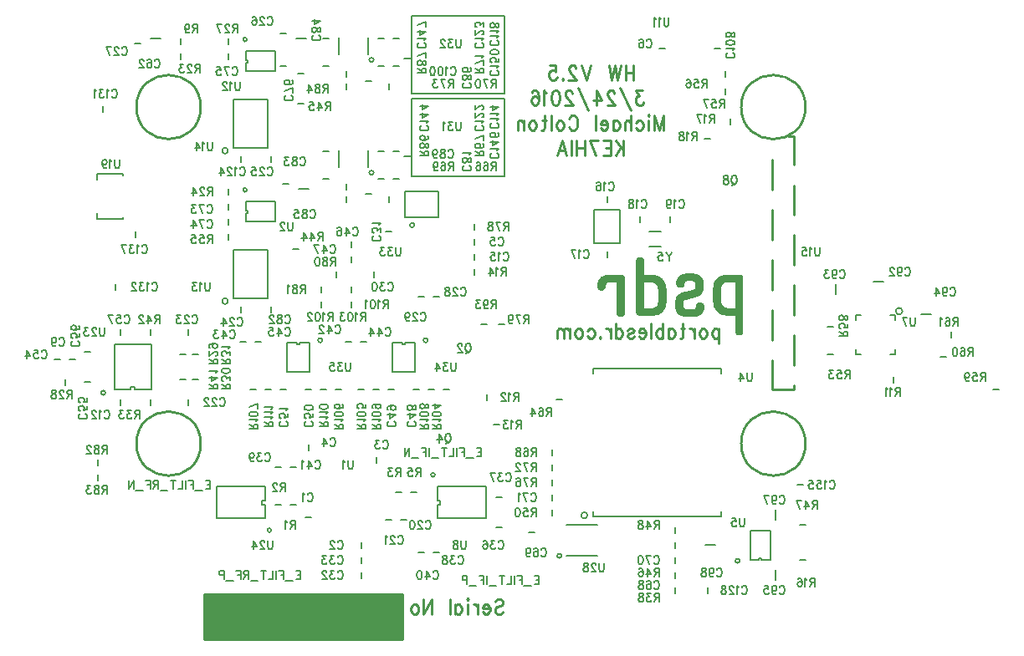
<source format=gbo>
G04 This is an RS-274x file exported by *
G04 gerbv version 2.6A *
G04 More information is available about gerbv at *
G04 http://gerbv.geda-project.org/ *
G04 --End of header info--*
%MOIN*%
%FSLAX34Y34*%
%IPPOS*%
%IN "PSDR.pcb"*%
G04 --Define apertures--*
%ADD10C,0.0010*%
%ADD11C,0.0080*%
%ADD12C,0.0079*%
%ADD13C,0.0020*%
%ADD14C,0.0060*%
%ADD15C,0.0100*%
%ADD16C,0.0079*%
G04 --Start main section--*
G54D11*
G01X0033812Y0027569D02*
G01X0033812Y0026231D01*
G01X0033812Y0026231D02*
G01X0032788Y0026231D01*
G01X0032788Y0026231D02*
G01X0032788Y0027569D01*
G01X0032788Y0027569D02*
G01X0033812Y0027569D01*
G01X0015497Y0034400D02*
G01X0015103Y0034400D01*
G01X0026569Y0027288D02*
G01X0025231Y0027288D01*
G01X0025231Y0027288D02*
G01X0025231Y0028312D01*
G01X0025231Y0028312D02*
G01X0026569Y0028312D01*
G01X0026569Y0028312D02*
G01X0026569Y0027288D01*
G01X0044787Y0023191D02*
G01X0044787Y0023387D01*
G01X0044787Y0023387D02*
G01X0044591Y0023387D01*
G01X0043409Y0023387D02*
G01X0043213Y0023387D01*
G01X0043213Y0023387D02*
G01X0043213Y0023191D01*
G01X0043213Y0022009D02*
G01X0043213Y0021813D01*
G01X0043213Y0021813D02*
G01X0043409Y0021813D01*
G01X0044591Y0021813D02*
G01X0044787Y0021813D01*
G01X0044787Y0021813D02*
G01X0044787Y0022009D01*
G01X0045063Y0023530D02*
G75*
G03X0045063Y0023530I-000133J0000000D01*
G01X0043903Y0024700D02*
G01X0044297Y0024700D01*
G01X0042400Y0024597D02*
G01X0042400Y0024203D01*
G01X0045803Y0023400D02*
G01X0046197Y0023400D01*
G01X0020903Y0034400D02*
G01X0021297Y0034400D01*
G01X0021003Y0028400D02*
G01X0021397Y0028400D01*
G01X0040000Y0013197D02*
G01X0040000Y0012803D01*
G01X0040000Y0015597D02*
G01X0040000Y0015203D01*
G01X0037597Y0014200D02*
G01X0037203Y0014200D01*
G01X0037859Y0021050D02*
G01X0037859Y0021253D01*
G01X0037859Y0021253D02*
G01X0032741Y0021253D01*
G01X0032741Y0021253D02*
G01X0032741Y0021050D01*
G01X0032741Y0015550D02*
G01X0032741Y0015347D01*
G01X0032741Y0015347D02*
G01X0037859Y0015347D01*
G01X0037859Y0015347D02*
G01X0037859Y0015550D01*
G01X0032511Y0015387D02*
G75*
G03X0032511Y0015387I-000124J0000000D01*
G01X0029200Y0035300D02*
G01X0025500Y0035300D01*
G01X0025500Y0035300D02*
G01X0025500Y0032200D01*
G01X0025500Y0032200D02*
G01X0029200Y0032200D01*
G01X0029200Y0032200D02*
G01X0029200Y0035300D01*
G01X0029200Y0032000D02*
G01X0025500Y0032000D01*
G01X0025500Y0032000D02*
G01X0025500Y0028900D01*
G01X0025500Y0028900D02*
G01X0029200Y0028900D01*
G01X0029200Y0028900D02*
G01X0029200Y0032000D01*
G01X0025500Y0033600D02*
G01X0025200Y0033600D01*
G01X0025500Y0029700D02*
G01X0025200Y0029700D01*
G54D12*
G01X0021290Y0015300D02*
G01X0021510Y0015300D01*
G01X0023500Y0014090D02*
G01X0023500Y0014310D01*
G01X0025090Y0015200D02*
G01X0025310Y0015200D01*
G01X0024490Y0015200D02*
G01X0024710Y0015200D01*
G01X0024100Y0017490D02*
G01X0024100Y0017710D01*
G01X0020690Y0015800D02*
G01X0020910Y0015800D01*
G01X0020310Y0015800D02*
G01X0020090Y0015800D01*
G01X0024890Y0016300D02*
G01X0025110Y0016300D01*
G01X0025710Y0016300D02*
G01X0025490Y0016300D01*
G01X0042310Y0021800D02*
G01X0042090Y0021800D01*
G01X0018700Y0023710D02*
G01X0018700Y0023490D01*
G01X0044700Y0020910D02*
G01X0044700Y0020690D01*
G01X0013000Y0017390D02*
G01X0013000Y0017610D01*
G01X0013000Y0016790D02*
G01X0013000Y0017010D01*
G01X0019900Y0029490D02*
G01X0019900Y0029710D01*
G01X0033300Y0027890D02*
G01X0033300Y0028110D01*
G01X0018200Y0028410D02*
G01X0018200Y0028190D01*
G01X0033300Y0025910D02*
G01X0033300Y0025690D01*
G01X0023500Y0013110D02*
G01X0023500Y0012890D01*
G01X0023500Y0013490D02*
G01X0023500Y0013710D01*
G01X0028890Y0014900D02*
G01X0029110Y0014900D01*
G01X0029110Y0016100D02*
G01X0028890Y0016100D01*
G01X0026390Y0013900D02*
G01X0026610Y0013900D01*
G01X0020310Y0017300D02*
G01X0020090Y0017300D01*
G01X0025790Y0013900D02*
G01X0026010Y0013900D01*
G01X0020910Y0017300D02*
G01X0020690Y0017300D01*
G01X0021400Y0018210D02*
G01X0021400Y0017990D01*
G01X0024600Y0028110D02*
G01X0024600Y0027890D01*
G01X0024600Y0032610D02*
G01X0024600Y0032390D01*
G01X0014710Y0034200D02*
G01X0014490Y0034200D01*
G01X0040990Y0013600D02*
G01X0041210Y0013600D01*
G01X0028500Y0020210D02*
G01X0028500Y0019990D01*
G01X0029010Y0019000D02*
G01X0028790Y0019000D01*
G01X0025619Y0026963D02*
G75*
G03X0025619Y0026963I-000088J0000000D01*
G01X0028000Y0026190D02*
G01X0028000Y0026410D01*
G01X0028000Y0025590D02*
G01X0028000Y0025810D01*
G01X0026390Y0024100D02*
G01X0026610Y0024100D01*
G01X0025790Y0024100D02*
G01X0026010Y0024100D01*
G01X0024000Y0025110D02*
G01X0024000Y0024890D01*
G01X0024710Y0026700D02*
G01X0024490Y0026700D01*
G01X0028000Y0025210D02*
G01X0028000Y0024990D01*
G01X0038200Y0030990D02*
G01X0038200Y0031210D01*
G01X0037410Y0030400D02*
G01X0037190Y0030400D01*
G01X0028000Y0027010D02*
G01X0028000Y0026790D01*
G01X0028990Y0023000D02*
G01X0029210Y0023000D01*
G01X0041110Y0016600D02*
G01X0040890Y0016600D01*
G01X0042090Y0022900D02*
G01X0042310Y0022900D01*
G01X0031510Y0020000D02*
G01X0031290Y0020000D01*
G01X0031100Y0018010D02*
G01X0031100Y0017790D01*
G01X0031100Y0017410D02*
G01X0031100Y0017190D01*
G01X0031100Y0016810D02*
G01X0031100Y0016590D01*
G01X0020790Y0026000D02*
G01X0021010Y0026000D01*
G01X0020990Y0031800D02*
G01X0021210Y0031800D01*
G01X0018200Y0034410D02*
G01X0018200Y0034190D01*
G01X0018200Y0026390D02*
G01X0018200Y0026610D01*
G01X0048690Y0020400D02*
G01X0048910Y0020400D01*
G01X0020990Y0033000D02*
G01X0021210Y0033000D01*
G01X0046810Y0021700D02*
G01X0046590Y0021700D01*
G01X0024190Y0028800D02*
G01X0024410Y0028800D01*
G01X0022900Y0028110D02*
G01X0022900Y0027890D01*
G01X0021990Y0028800D02*
G01X0022210Y0028800D01*
G01X0024190Y0033300D02*
G01X0024410Y0033300D01*
G01X0022900Y0032610D02*
G01X0022900Y0032390D01*
G01X0023110Y0022300D02*
G01X0022890Y0022300D01*
G01X0018910Y0022300D02*
G01X0018690Y0022300D01*
G01X0023710Y0022300D02*
G01X0023490Y0022300D01*
G01X0019510Y0022300D02*
G01X0019290Y0022300D01*
G01X0022500Y0025110D02*
G01X0022500Y0024890D01*
G01X0023100Y0026310D02*
G01X0023100Y0026090D01*
G01X0030410Y0014700D02*
G01X0030190Y0014700D01*
G01X0021990Y0033300D02*
G01X0022210Y0033300D01*
G01X0019900Y0023490D02*
G01X0019900Y0023710D01*
G01X0020290Y0034600D02*
G01X0020510Y0034600D01*
G01X0016300Y0034190D02*
G01X0016300Y0034410D01*
G01X0016300Y0033810D02*
G01X0016300Y0033590D01*
G01X0023100Y0025710D02*
G01X0023100Y0025490D01*
G01X0021900Y0024510D02*
G01X0021900Y0024290D01*
G01X0020390Y0028600D02*
G01X0020610Y0028600D01*
G01X0041210Y0015000D02*
G01X0040990Y0015000D01*
G01X0036000Y0012510D02*
G01X0036000Y0012290D01*
G01X0036000Y0013710D02*
G01X0036000Y0013490D01*
G01X0036000Y0014910D02*
G01X0036000Y0014690D01*
G01X0031100Y0015610D02*
G01X0031100Y0015390D01*
G01X0018200Y0026990D02*
G01X0018200Y0027210D01*
G01X0018200Y0033590D02*
G01X0018200Y0033810D01*
G01X0020290Y0033300D02*
G01X0020510Y0033300D01*
G01X0023100Y0024290D02*
G01X0023100Y0024510D01*
G01X0016290Y0020800D02*
G01X0016510Y0020800D01*
G01X0035610Y0034000D02*
G01X0035390Y0034000D01*
G01X0011700Y0020810D02*
G01X0011700Y0020590D01*
G01X0011890Y0021600D02*
G01X0012110Y0021600D01*
G01X0013900Y0020010D02*
G01X0013900Y0019790D01*
G01X0012710Y0020700D02*
G01X0012490Y0020700D01*
G01X0012490Y0021900D02*
G01X0012710Y0021900D01*
G01X0013900Y0022810D02*
G01X0013900Y0022590D01*
G01X0016600Y0020010D02*
G01X0016600Y0019790D01*
G01X0016600Y0022590D02*
G01X0016600Y0022810D01*
G01X0016510Y0021800D02*
G01X0016290Y0021800D01*
G01X0017010Y0020800D02*
G01X0016790Y0020800D01*
G01X0016790Y0021800D02*
G01X0017010Y0021800D01*
G01X0015100Y0020010D02*
G01X0015100Y0019790D01*
G01X0014000Y0028927D02*
G01X0014000Y0029006D01*
G01X0014000Y0029006D02*
G01X0012980Y0029006D01*
G01X0012980Y0029006D02*
G01X0012980Y0028769D01*
G01X0014000Y0027273D02*
G01X0014000Y0027195D01*
G01X0014000Y0027195D02*
G01X0012980Y0027195D01*
G01X0012980Y0027195D02*
G01X0012980Y0027431D01*
G01X0038000Y0032890D02*
G01X0038000Y0033110D01*
G01X0038000Y0032410D02*
G01X0038000Y0032190D01*
G01X0047000Y0022490D02*
G01X0047000Y0022710D01*
G01X0015100Y0022810D02*
G01X0015100Y0022590D01*
G01X0034600Y0027090D02*
G01X0034600Y0027310D01*
G01X0035800Y0027310D02*
G01X0035800Y0027090D01*
G01X0011290Y0021600D02*
G01X0011510Y0021600D01*
G01X0036000Y0014090D02*
G01X0036000Y0014310D01*
G01X0014500Y0026710D02*
G01X0014500Y0026490D01*
G01X0013200Y0031490D02*
G01X0013200Y0031710D01*
G01X0036000Y0013110D02*
G01X0036000Y0012890D01*
G01X0013700Y0024390D02*
G01X0013700Y0024610D01*
G01X0031100Y0015990D02*
G01X0031100Y0016210D01*
G01X0018200Y0027590D02*
G01X0018200Y0027810D01*
G01X0023910Y0028200D02*
G01X0023690Y0028200D01*
G01X0023910Y0032700D02*
G01X0023690Y0032700D01*
G01X0022900Y0028390D02*
G01X0022900Y0028610D01*
G01X0037300Y0012290D02*
G01X0037300Y0012510D01*
G01X0022900Y0032890D02*
G01X0022900Y0033110D01*
G01X0037590Y0034000D02*
G01X0037810Y0034000D01*
G01X0021900Y0023690D02*
G01X0021900Y0023910D01*
G01X0024790Y0029900D02*
G01X0025010Y0029900D01*
G01X0024790Y0034400D02*
G01X0025010Y0034400D01*
G01X0024190Y0029900D02*
G01X0024410Y0029900D01*
G01X0024190Y0034400D02*
G01X0024410Y0034400D01*
G01X0018700Y0029710D02*
G01X0018700Y0029490D01*
G01X0021990Y0029900D02*
G01X0022210Y0029900D01*
G01X0024790Y0028800D02*
G01X0025010Y0028800D01*
G01X0021990Y0034400D02*
G01X0022210Y0034400D01*
G01X0024790Y0033300D02*
G01X0025010Y0033300D01*
G01X0023100Y0023910D02*
G01X0023100Y0023690D01*
G01X0027010Y0020400D02*
G01X0026790Y0020400D01*
G01X0023610Y0020400D02*
G01X0023390Y0020400D01*
G01X0022710Y0020400D02*
G01X0022490Y0020400D01*
G01X0019310Y0020400D02*
G01X0019090Y0020400D01*
G01X0026410Y0020400D02*
G01X0026190Y0020400D01*
G01X0024210Y0020400D02*
G01X0023990Y0020400D01*
G01X0022110Y0020400D02*
G01X0021890Y0020400D01*
G01X0019910Y0020400D02*
G01X0019690Y0020400D01*
G01X0025810Y0020400D02*
G01X0025590Y0020400D01*
G01X0024810Y0020400D02*
G01X0024590Y0020400D01*
G01X0021510Y0020400D02*
G01X0021290Y0020400D01*
G01X0020510Y0020400D02*
G01X0020290Y0020400D01*
G01X0019789Y0024035D02*
G01X0019789Y0025965D01*
G01X0019789Y0025965D02*
G01X0018411Y0025965D01*
G01X0018411Y0025965D02*
G01X0018411Y0024035D01*
G01X0018411Y0024035D02*
G01X0019789Y0024035D01*
G01X0018195Y0023937D02*
G75*
G03X0018195Y0023937I-000118J0000000D01*
G01X0019789Y0030035D02*
G01X0019789Y0031965D01*
G01X0019789Y0031965D02*
G01X0018411Y0031965D01*
G01X0018411Y0031965D02*
G01X0018411Y0030035D01*
G01X0018411Y0030035D02*
G01X0019789Y0030035D01*
G01X0018195Y0029937D02*
G75*
G03X0018195Y0029937I-000118J0000000D01*
G01X0023791Y0029935D02*
G01X0023791Y0029265D01*
G01X0022609Y0029935D02*
G01X0022609Y0029265D01*
G01X0023997Y0029049D02*
G75*
G03X0023997Y0029049I-000088J0000000D01*
G01X0023791Y0034435D02*
G01X0023791Y0033765D01*
G01X0022609Y0034435D02*
G01X0022609Y0033765D01*
G01X0023997Y0033549D02*
G75*
G03X0023997Y0033549I-000088J0000000D01*
G01X0032910Y0013790D02*
G01X0031690Y0013790D01*
G01X0031690Y0015010D02*
G01X0032910Y0015010D01*
G01X0031483Y0013770D02*
G75*
G03X0031483Y0013770I-000088J0000000D01*
G01X0013672Y0020404D02*
G01X0014309Y0020404D01*
G01X0014309Y0020404D02*
G01X0014309Y0020516D01*
G01X0014309Y0020516D02*
G01X0014491Y0020516D01*
G01X0014491Y0020516D02*
G01X0014491Y0020404D01*
G01X0014491Y0020404D02*
G01X0015128Y0020404D01*
G01X0015128Y0020404D02*
G01X0015128Y0022196D01*
G01X0015128Y0022196D02*
G01X0013672Y0022196D01*
G01X0013672Y0022196D02*
G01X0013672Y0020404D01*
G01X0013307Y0020276D02*
G75*
G03X0013307Y0020276I-000088J0000000D01*
G01X0018909Y0033894D02*
G01X0018909Y0033549D01*
G01X0018909Y0033549D02*
G01X0018983Y0033549D01*
G01X0018983Y0033549D02*
G01X0018983Y0033451D01*
G01X0018983Y0033451D02*
G01X0018909Y0033451D01*
G01X0018909Y0033451D02*
G01X0018909Y0033106D01*
G01X0018909Y0033106D02*
G01X0020091Y0033106D01*
G01X0020091Y0033106D02*
G01X0020091Y0033894D01*
G01X0020091Y0033894D02*
G01X0018909Y0033894D01*
G01X0018909Y0027894D02*
G01X0018909Y0027549D01*
G01X0018909Y0027549D02*
G01X0018983Y0027549D01*
G01X0018983Y0027549D02*
G01X0018983Y0027451D01*
G01X0018983Y0027451D02*
G01X0018909Y0027451D01*
G01X0018909Y0027451D02*
G01X0018909Y0027106D01*
G01X0018909Y0027106D02*
G01X0020091Y0027106D01*
G01X0020091Y0027106D02*
G01X0020091Y0027894D01*
G01X0020091Y0027894D02*
G01X0018909Y0027894D01*
G01X0025653Y0022291D02*
G01X0025257Y0022291D01*
G01X0025257Y0022291D02*
G01X0025257Y0022217D01*
G01X0025257Y0022217D02*
G01X0025143Y0022217D01*
G01X0025143Y0022217D02*
G01X0025143Y0022291D01*
G01X0025143Y0022291D02*
G01X0024747Y0022291D01*
G01X0024747Y0022291D02*
G01X0024747Y0021109D01*
G01X0024747Y0021109D02*
G01X0025653Y0021109D01*
G01X0025653Y0021109D02*
G01X0025653Y0022291D01*
G01X0021453Y0022291D02*
G01X0021057Y0022291D01*
G01X0021057Y0022291D02*
G01X0021057Y0022217D01*
G01X0021057Y0022217D02*
G01X0020943Y0022217D01*
G01X0020943Y0022217D02*
G01X0020943Y0022291D01*
G01X0020943Y0022291D02*
G01X0020547Y0022291D01*
G01X0020547Y0022291D02*
G01X0020547Y0021109D01*
G01X0020547Y0021109D02*
G01X0021453Y0021109D01*
G01X0021453Y0021109D02*
G01X0021453Y0022291D01*
G01X0038997Y0013609D02*
G01X0039350Y0013609D01*
G01X0039350Y0013609D02*
G01X0039350Y0013683D01*
G01X0039350Y0013683D02*
G01X0039450Y0013683D01*
G01X0039450Y0013683D02*
G01X0039450Y0013609D01*
G01X0039450Y0013609D02*
G01X0039804Y0013609D01*
G01X0039804Y0013609D02*
G01X0039804Y0014791D01*
G01X0039804Y0014791D02*
G01X0038997Y0014791D01*
G01X0038997Y0014791D02*
G01X0038997Y0013609D01*
G01X0038583Y0013570D02*
G75*
G03X0038583Y0013570I-000088J0000000D01*
G01X0019665Y0015270D02*
G01X0019665Y0015821D01*
G01X0019665Y0015821D02*
G01X0019544Y0015821D01*
G01X0019544Y0015821D02*
G01X0019544Y0015979D01*
G01X0019544Y0015979D02*
G01X0019665Y0015979D01*
G01X0019665Y0015979D02*
G01X0019665Y0016530D01*
G01X0019665Y0016530D02*
G01X0017735Y0016530D01*
G01X0017735Y0016530D02*
G01X0017735Y0015270D01*
G01X0017735Y0015270D02*
G01X0019665Y0015270D01*
G01X0019921Y0014798D02*
G75*
G03X0019921Y0014798I-000079J0000000D01*
G01X0026535Y0016530D02*
G01X0026535Y0015979D01*
G01X0026535Y0015979D02*
G01X0026656Y0015979D01*
G01X0026656Y0015979D02*
G01X0026656Y0015821D01*
G01X0026656Y0015821D02*
G01X0026535Y0015821D01*
G01X0026535Y0015821D02*
G01X0026535Y0015270D01*
G01X0026535Y0015270D02*
G01X0028465Y0015270D01*
G01X0028465Y0015270D02*
G01X0028465Y0016530D01*
G01X0028465Y0016530D02*
G01X0026535Y0016530D01*
G01X0026437Y0017002D02*
G75*
G03X0026437Y0017002I-000079J0000000D01*
G01X0028510Y0023000D02*
G01X0028290Y0023000D01*
G54D13*
G01X0038600Y0022600D02*
G01X0038488Y0022600D01*
G01X0038645Y0022615D02*
G01X0038458Y0022615D01*
G01X0038660Y0022630D02*
G01X0038443Y0022630D01*
G01X0038675Y0022645D02*
G01X0038428Y0022645D01*
G01X0038675Y0022660D02*
G01X0038413Y0022660D01*
G01X0038675Y0022675D02*
G01X0038413Y0022675D01*
G01X0038690Y0022690D02*
G01X0038413Y0022690D01*
G01X0038690Y0022705D02*
G01X0038413Y0022705D01*
G01X0038690Y0022720D02*
G01X0038398Y0022720D01*
G01X0038690Y0022735D02*
G01X0038398Y0022735D01*
G01X0038690Y0022750D02*
G01X0038398Y0022750D01*
G01X0038690Y0022765D02*
G01X0038398Y0022765D01*
G01X0038690Y0022780D02*
G01X0038398Y0022780D01*
G01X0038690Y0022795D02*
G01X0038398Y0022795D01*
G01X0038690Y0022810D02*
G01X0038398Y0022810D01*
G01X0038690Y0022825D02*
G01X0038398Y0022825D01*
G01X0038690Y0022840D02*
G01X0038398Y0022840D01*
G01X0038690Y0022855D02*
G01X0038398Y0022855D01*
G01X0038690Y0022870D02*
G01X0038398Y0022870D01*
G01X0038690Y0022885D02*
G01X0038398Y0022885D01*
G01X0038690Y0022900D02*
G01X0038398Y0022900D01*
G01X0038690Y0022915D02*
G01X0038398Y0022915D01*
G01X0038690Y0022930D02*
G01X0038398Y0022930D01*
G01X0038690Y0022945D02*
G01X0038398Y0022945D01*
G01X0038690Y0022960D02*
G01X0038398Y0022960D01*
G01X0038690Y0022975D02*
G01X0038398Y0022975D01*
G01X0038690Y0022990D02*
G01X0038398Y0022990D01*
G01X0038690Y0023005D02*
G01X0038398Y0023005D01*
G01X0038690Y0023020D02*
G01X0038398Y0023020D01*
G01X0038690Y0023035D02*
G01X0038398Y0023035D01*
G01X0038690Y0023050D02*
G01X0038398Y0023050D01*
G01X0038690Y0023065D02*
G01X0038398Y0023065D01*
G01X0038690Y0023080D02*
G01X0038398Y0023080D01*
G01X0038690Y0023095D02*
G01X0038398Y0023095D01*
G01X0038690Y0023110D02*
G01X0038398Y0023110D01*
G01X0038690Y0023125D02*
G01X0038398Y0023125D01*
G01X0038690Y0023140D02*
G01X0038398Y0023140D01*
G01X0038690Y0023155D02*
G01X0038398Y0023155D01*
G01X0038690Y0023170D02*
G01X0038398Y0023170D01*
G01X0038690Y0023185D02*
G01X0038398Y0023185D01*
G01X0038690Y0023200D02*
G01X0038398Y0023200D01*
G01X0038690Y0023215D02*
G01X0038398Y0023215D01*
G01X0038690Y0023230D02*
G01X0038398Y0023230D01*
G01X0038690Y0023245D02*
G01X0038398Y0023245D01*
G01X0038690Y0023260D02*
G01X0038398Y0023260D01*
G01X0038690Y0023275D02*
G01X0038398Y0023275D01*
G01X0038690Y0023290D02*
G01X0038398Y0023290D01*
G01X0038690Y0023305D02*
G01X0038398Y0023305D01*
G01X0038690Y0023320D02*
G01X0038398Y0023320D01*
G01X0038690Y0023335D02*
G01X0038398Y0023335D01*
G01X0036800Y0023335D02*
G01X0036388Y0023335D01*
G01X0033875Y0023335D02*
G01X0033763Y0023335D01*
G01X0038690Y0023350D02*
G01X0038398Y0023350D01*
G01X0036860Y0023350D02*
G01X0036313Y0023350D01*
G01X0033905Y0023350D02*
G01X0033733Y0023350D01*
G01X0038690Y0023365D02*
G01X0038398Y0023365D01*
G01X0036905Y0023365D02*
G01X0036268Y0023365D01*
G01X0033935Y0023365D02*
G01X0033718Y0023365D01*
G01X0038690Y0023380D02*
G01X0037993Y0023380D01*
G01X0036950Y0023380D02*
G01X0036223Y0023380D01*
G01X0035180Y0023380D02*
G01X0034543Y0023380D01*
G01X0033935Y0023380D02*
G01X0033703Y0023380D01*
G01X0038690Y0023395D02*
G01X0037918Y0023395D01*
G01X0036965Y0023395D02*
G01X0036193Y0023395D01*
G01X0035240Y0023395D02*
G01X0034513Y0023395D01*
G01X0033950Y0023395D02*
G01X0033688Y0023395D01*
G01X0038690Y0023410D02*
G01X0037873Y0023410D01*
G01X0036995Y0023410D02*
G01X0036178Y0023410D01*
G01X0035285Y0023410D02*
G01X0034483Y0023410D01*
G01X0033950Y0023410D02*
G01X0033688Y0023410D01*
G01X0038690Y0023425D02*
G01X0037843Y0023425D01*
G01X0037010Y0023425D02*
G01X0036148Y0023425D01*
G01X0035330Y0023425D02*
G01X0034483Y0023425D01*
G01X0033965Y0023425D02*
G01X0033688Y0023425D01*
G01X0038690Y0023440D02*
G01X0037813Y0023440D01*
G01X0037025Y0023440D02*
G01X0036133Y0023440D01*
G01X0035360Y0023440D02*
G01X0034468Y0023440D01*
G01X0033965Y0023440D02*
G01X0033688Y0023440D01*
G01X0038690Y0023455D02*
G01X0037783Y0023455D01*
G01X0037040Y0023455D02*
G01X0036118Y0023455D01*
G01X0035390Y0023455D02*
G01X0034468Y0023455D01*
G01X0033965Y0023455D02*
G01X0033673Y0023455D01*
G01X0038690Y0023470D02*
G01X0037753Y0023470D01*
G01X0037055Y0023470D02*
G01X0036103Y0023470D01*
G01X0035405Y0023470D02*
G01X0034453Y0023470D01*
G01X0033965Y0023470D02*
G01X0033673Y0023470D01*
G01X0038690Y0023485D02*
G01X0037738Y0023485D01*
G01X0037070Y0023485D02*
G01X0036088Y0023485D01*
G01X0035435Y0023485D02*
G01X0034453Y0023485D01*
G01X0033965Y0023485D02*
G01X0033673Y0023485D01*
G01X0038690Y0023500D02*
G01X0037723Y0023500D01*
G01X0037085Y0023500D02*
G01X0036088Y0023500D01*
G01X0035450Y0023500D02*
G01X0034453Y0023500D01*
G01X0033965Y0023500D02*
G01X0033673Y0023500D01*
G01X0038690Y0023515D02*
G01X0037708Y0023515D01*
G01X0037085Y0023515D02*
G01X0036073Y0023515D01*
G01X0035465Y0023515D02*
G01X0034453Y0023515D01*
G01X0033965Y0023515D02*
G01X0033673Y0023515D01*
G01X0038690Y0023530D02*
G01X0037693Y0023530D01*
G01X0037100Y0023530D02*
G01X0036058Y0023530D01*
G01X0035480Y0023530D02*
G01X0034453Y0023530D01*
G01X0033965Y0023530D02*
G01X0033673Y0023530D01*
G01X0038690Y0023545D02*
G01X0037678Y0023545D01*
G01X0037100Y0023545D02*
G01X0036058Y0023545D01*
G01X0035495Y0023545D02*
G01X0034453Y0023545D01*
G01X0033965Y0023545D02*
G01X0033673Y0023545D01*
G01X0038690Y0023560D02*
G01X0037663Y0023560D01*
G01X0037100Y0023560D02*
G01X0036043Y0023560D01*
G01X0035510Y0023560D02*
G01X0034453Y0023560D01*
G01X0033965Y0023560D02*
G01X0033673Y0023560D01*
G01X0038690Y0023575D02*
G01X0037648Y0023575D01*
G01X0037115Y0023575D02*
G01X0036043Y0023575D01*
G01X0035525Y0023575D02*
G01X0034453Y0023575D01*
G01X0033965Y0023575D02*
G01X0033673Y0023575D01*
G01X0038690Y0023590D02*
G01X0037633Y0023590D01*
G01X0037115Y0023590D02*
G01X0036043Y0023590D01*
G01X0035525Y0023590D02*
G01X0034453Y0023590D01*
G01X0033965Y0023590D02*
G01X0033673Y0023590D01*
G01X0038690Y0023605D02*
G01X0037618Y0023605D01*
G01X0037115Y0023605D02*
G01X0036028Y0023605D01*
G01X0035540Y0023605D02*
G01X0034453Y0023605D01*
G01X0033965Y0023605D02*
G01X0033673Y0023605D01*
G01X0038690Y0023620D02*
G01X0037618Y0023620D01*
G01X0037130Y0023620D02*
G01X0036763Y0023620D01*
G01X0036425Y0023620D02*
G01X0036028Y0023620D01*
G01X0035555Y0023620D02*
G01X0034453Y0023620D01*
G01X0033965Y0023620D02*
G01X0033673Y0023620D01*
G01X0038690Y0023635D02*
G01X0037603Y0023635D01*
G01X0037130Y0023635D02*
G01X0036793Y0023635D01*
G01X0036380Y0023635D02*
G01X0036028Y0023635D01*
G01X0035555Y0023635D02*
G01X0034453Y0023635D01*
G01X0033965Y0023635D02*
G01X0033673Y0023635D01*
G01X0038690Y0023650D02*
G01X0037603Y0023650D01*
G01X0037130Y0023650D02*
G01X0036808Y0023650D01*
G01X0036350Y0023650D02*
G01X0036013Y0023650D01*
G01X0035570Y0023650D02*
G01X0034453Y0023650D01*
G01X0033965Y0023650D02*
G01X0033673Y0023650D01*
G01X0038690Y0023665D02*
G01X0038398Y0023665D01*
G01X0038030Y0023665D02*
G01X0037588Y0023665D01*
G01X0037130Y0023665D02*
G01X0036823Y0023665D01*
G01X0036335Y0023665D02*
G01X0036013Y0023665D01*
G01X0035570Y0023665D02*
G01X0035128Y0023665D01*
G01X0034745Y0023665D02*
G01X0034453Y0023665D01*
G01X0033965Y0023665D02*
G01X0033673Y0023665D01*
G01X0038690Y0023680D02*
G01X0038398Y0023680D01*
G01X0037985Y0023680D02*
G01X0037588Y0023680D01*
G01X0037130Y0023680D02*
G01X0036823Y0023680D01*
G01X0036320Y0023680D02*
G01X0036013Y0023680D01*
G01X0035570Y0023680D02*
G01X0035188Y0023680D01*
G01X0034745Y0023680D02*
G01X0034453Y0023680D01*
G01X0033965Y0023680D02*
G01X0033673Y0023680D01*
G01X0038690Y0023695D02*
G01X0038398Y0023695D01*
G01X0037955Y0023695D02*
G01X0037573Y0023695D01*
G01X0037130Y0023695D02*
G01X0036838Y0023695D01*
G01X0036320Y0023695D02*
G01X0036013Y0023695D01*
G01X0035585Y0023695D02*
G01X0035218Y0023695D01*
G01X0034745Y0023695D02*
G01X0034453Y0023695D01*
G01X0033965Y0023695D02*
G01X0033673Y0023695D01*
G01X0038690Y0023710D02*
G01X0038398Y0023710D01*
G01X0037925Y0023710D02*
G01X0037573Y0023710D01*
G01X0037130Y0023710D02*
G01X0036838Y0023710D01*
G01X0036305Y0023710D02*
G01X0036013Y0023710D01*
G01X0035585Y0023710D02*
G01X0035233Y0023710D01*
G01X0034745Y0023710D02*
G01X0034453Y0023710D01*
G01X0033965Y0023710D02*
G01X0033673Y0023710D01*
G01X0038690Y0023725D02*
G01X0038398Y0023725D01*
G01X0037910Y0023725D02*
G01X0037558Y0023725D01*
G01X0037130Y0023725D02*
G01X0036838Y0023725D01*
G01X0036305Y0023725D02*
G01X0036013Y0023725D01*
G01X0035600Y0023725D02*
G01X0035263Y0023725D01*
G01X0034745Y0023725D02*
G01X0034453Y0023725D01*
G01X0033965Y0023725D02*
G01X0033673Y0023725D01*
G01X0038690Y0023740D02*
G01X0038398Y0023740D01*
G01X0037895Y0023740D02*
G01X0037558Y0023740D01*
G01X0037130Y0023740D02*
G01X0036838Y0023740D01*
G01X0036305Y0023740D02*
G01X0036013Y0023740D01*
G01X0035600Y0023740D02*
G01X0035278Y0023740D01*
G01X0034745Y0023740D02*
G01X0034453Y0023740D01*
G01X0033965Y0023740D02*
G01X0033673Y0023740D01*
G01X0038690Y0023755D02*
G01X0038398Y0023755D01*
G01X0037880Y0023755D02*
G01X0037558Y0023755D01*
G01X0037130Y0023755D02*
G01X0036838Y0023755D01*
G01X0036305Y0023755D02*
G01X0036013Y0023755D01*
G01X0035600Y0023755D02*
G01X0035278Y0023755D01*
G01X0034745Y0023755D02*
G01X0034453Y0023755D01*
G01X0033965Y0023755D02*
G01X0033673Y0023755D01*
G01X0038690Y0023770D02*
G01X0038398Y0023770D01*
G01X0037865Y0023770D02*
G01X0037543Y0023770D01*
G01X0037130Y0023770D02*
G01X0036853Y0023770D01*
G01X0036305Y0023770D02*
G01X0036013Y0023770D01*
G01X0035600Y0023770D02*
G01X0035293Y0023770D01*
G01X0034745Y0023770D02*
G01X0034453Y0023770D01*
G01X0033965Y0023770D02*
G01X0033673Y0023770D01*
G01X0038690Y0023785D02*
G01X0038398Y0023785D01*
G01X0037865Y0023785D02*
G01X0037543Y0023785D01*
G01X0037115Y0023785D02*
G01X0036853Y0023785D01*
G01X0036305Y0023785D02*
G01X0036013Y0023785D01*
G01X0035615Y0023785D02*
G01X0035308Y0023785D01*
G01X0034745Y0023785D02*
G01X0034453Y0023785D01*
G01X0033965Y0023785D02*
G01X0033673Y0023785D01*
G01X0038690Y0023800D02*
G01X0038398Y0023800D01*
G01X0037850Y0023800D02*
G01X0037543Y0023800D01*
G01X0037115Y0023800D02*
G01X0036853Y0023800D01*
G01X0036305Y0023800D02*
G01X0036013Y0023800D01*
G01X0035615Y0023800D02*
G01X0035308Y0023800D01*
G01X0034745Y0023800D02*
G01X0034453Y0023800D01*
G01X0033965Y0023800D02*
G01X0033673Y0023800D01*
G01X0038690Y0023815D02*
G01X0038398Y0023815D01*
G01X0037850Y0023815D02*
G01X0037543Y0023815D01*
G01X0037115Y0023815D02*
G01X0036868Y0023815D01*
G01X0036305Y0023815D02*
G01X0036013Y0023815D01*
G01X0035615Y0023815D02*
G01X0035308Y0023815D01*
G01X0034745Y0023815D02*
G01X0034453Y0023815D01*
G01X0033965Y0023815D02*
G01X0033673Y0023815D01*
G01X0038690Y0023830D02*
G01X0038398Y0023830D01*
G01X0037835Y0023830D02*
G01X0037528Y0023830D01*
G01X0037100Y0023830D02*
G01X0036868Y0023830D01*
G01X0036305Y0023830D02*
G01X0036013Y0023830D01*
G01X0035615Y0023830D02*
G01X0035323Y0023830D01*
G01X0034745Y0023830D02*
G01X0034453Y0023830D01*
G01X0033965Y0023830D02*
G01X0033673Y0023830D01*
G01X0038690Y0023845D02*
G01X0038398Y0023845D01*
G01X0037835Y0023845D02*
G01X0037528Y0023845D01*
G01X0037085Y0023845D02*
G01X0036883Y0023845D01*
G01X0036305Y0023845D02*
G01X0036013Y0023845D01*
G01X0035615Y0023845D02*
G01X0035323Y0023845D01*
G01X0034745Y0023845D02*
G01X0034453Y0023845D01*
G01X0033965Y0023845D02*
G01X0033673Y0023845D01*
G01X0038690Y0023860D02*
G01X0038398Y0023860D01*
G01X0037820Y0023860D02*
G01X0037528Y0023860D01*
G01X0037055Y0023860D02*
G01X0036913Y0023860D01*
G01X0036305Y0023860D02*
G01X0036013Y0023860D01*
G01X0035615Y0023860D02*
G01X0035323Y0023860D01*
G01X0034745Y0023860D02*
G01X0034453Y0023860D01*
G01X0033965Y0023860D02*
G01X0033673Y0023860D01*
G01X0038690Y0023875D02*
G01X0038398Y0023875D01*
G01X0037820Y0023875D02*
G01X0037528Y0023875D01*
G01X0037010Y0023875D02*
G01X0036958Y0023875D01*
G01X0036305Y0023875D02*
G01X0036013Y0023875D01*
G01X0035630Y0023875D02*
G01X0035323Y0023875D01*
G01X0034745Y0023875D02*
G01X0034453Y0023875D01*
G01X0033965Y0023875D02*
G01X0033673Y0023875D01*
G01X0038690Y0023890D02*
G01X0038398Y0023890D01*
G01X0037820Y0023890D02*
G01X0037528Y0023890D01*
G01X0036305Y0023890D02*
G01X0036013Y0023890D01*
G01X0035630Y0023890D02*
G01X0035338Y0023890D01*
G01X0034745Y0023890D02*
G01X0034453Y0023890D01*
G01X0033965Y0023890D02*
G01X0033673Y0023890D01*
G01X0038690Y0023905D02*
G01X0038398Y0023905D01*
G01X0037820Y0023905D02*
G01X0037528Y0023905D01*
G01X0036305Y0023905D02*
G01X0036013Y0023905D01*
G01X0035630Y0023905D02*
G01X0035338Y0023905D01*
G01X0034745Y0023905D02*
G01X0034453Y0023905D01*
G01X0033965Y0023905D02*
G01X0033673Y0023905D01*
G01X0038690Y0023920D02*
G01X0038398Y0023920D01*
G01X0037820Y0023920D02*
G01X0037513Y0023920D01*
G01X0036305Y0023920D02*
G01X0036013Y0023920D01*
G01X0035630Y0023920D02*
G01X0035338Y0023920D01*
G01X0034745Y0023920D02*
G01X0034453Y0023920D01*
G01X0033965Y0023920D02*
G01X0033673Y0023920D01*
G01X0038690Y0023935D02*
G01X0038398Y0023935D01*
G01X0037805Y0023935D02*
G01X0037513Y0023935D01*
G01X0036320Y0023935D02*
G01X0036013Y0023935D01*
G01X0035630Y0023935D02*
G01X0035338Y0023935D01*
G01X0034745Y0023935D02*
G01X0034453Y0023935D01*
G01X0033965Y0023935D02*
G01X0033673Y0023935D01*
G01X0038690Y0023950D02*
G01X0038398Y0023950D01*
G01X0037805Y0023950D02*
G01X0037513Y0023950D01*
G01X0036320Y0023950D02*
G01X0036013Y0023950D01*
G01X0035630Y0023950D02*
G01X0035338Y0023950D01*
G01X0034745Y0023950D02*
G01X0034453Y0023950D01*
G01X0033965Y0023950D02*
G01X0033673Y0023950D01*
G01X0038690Y0023965D02*
G01X0038398Y0023965D01*
G01X0037805Y0023965D02*
G01X0037513Y0023965D01*
G01X0036335Y0023965D02*
G01X0036013Y0023965D01*
G01X0035630Y0023965D02*
G01X0035338Y0023965D01*
G01X0034745Y0023965D02*
G01X0034453Y0023965D01*
G01X0033965Y0023965D02*
G01X0033673Y0023965D01*
G01X0038690Y0023980D02*
G01X0038398Y0023980D01*
G01X0037805Y0023980D02*
G01X0037513Y0023980D01*
G01X0036350Y0023980D02*
G01X0036013Y0023980D01*
G01X0035630Y0023980D02*
G01X0035338Y0023980D01*
G01X0034745Y0023980D02*
G01X0034453Y0023980D01*
G01X0033965Y0023980D02*
G01X0033673Y0023980D01*
G01X0038690Y0023995D02*
G01X0038398Y0023995D01*
G01X0037805Y0023995D02*
G01X0037513Y0023995D01*
G01X0036380Y0023995D02*
G01X0036028Y0023995D01*
G01X0035630Y0023995D02*
G01X0035338Y0023995D01*
G01X0034745Y0023995D02*
G01X0034453Y0023995D01*
G01X0033965Y0023995D02*
G01X0033673Y0023995D01*
G01X0038690Y0024010D02*
G01X0038398Y0024010D01*
G01X0037805Y0024010D02*
G01X0037513Y0024010D01*
G01X0036410Y0024010D02*
G01X0036028Y0024010D01*
G01X0035630Y0024010D02*
G01X0035338Y0024010D01*
G01X0034745Y0024010D02*
G01X0034453Y0024010D01*
G01X0033965Y0024010D02*
G01X0033673Y0024010D01*
G01X0038690Y0024025D02*
G01X0038398Y0024025D01*
G01X0037805Y0024025D02*
G01X0037513Y0024025D01*
G01X0036470Y0024025D02*
G01X0036028Y0024025D01*
G01X0035630Y0024025D02*
G01X0035338Y0024025D01*
G01X0034745Y0024025D02*
G01X0034453Y0024025D01*
G01X0033965Y0024025D02*
G01X0033673Y0024025D01*
G01X0038690Y0024040D02*
G01X0038398Y0024040D01*
G01X0037805Y0024040D02*
G01X0037513Y0024040D01*
G01X0036530Y0024040D02*
G01X0036028Y0024040D01*
G01X0035630Y0024040D02*
G01X0035338Y0024040D01*
G01X0034745Y0024040D02*
G01X0034453Y0024040D01*
G01X0033965Y0024040D02*
G01X0033673Y0024040D01*
G01X0038690Y0024055D02*
G01X0038398Y0024055D01*
G01X0037805Y0024055D02*
G01X0037513Y0024055D01*
G01X0036590Y0024055D02*
G01X0036043Y0024055D01*
G01X0035630Y0024055D02*
G01X0035338Y0024055D01*
G01X0034745Y0024055D02*
G01X0034453Y0024055D01*
G01X0033965Y0024055D02*
G01X0033673Y0024055D01*
G01X0038690Y0024070D02*
G01X0038398Y0024070D01*
G01X0037805Y0024070D02*
G01X0037513Y0024070D01*
G01X0036635Y0024070D02*
G01X0036043Y0024070D01*
G01X0035630Y0024070D02*
G01X0035338Y0024070D01*
G01X0034745Y0024070D02*
G01X0034453Y0024070D01*
G01X0033965Y0024070D02*
G01X0033673Y0024070D01*
G01X0038690Y0024085D02*
G01X0038398Y0024085D01*
G01X0037805Y0024085D02*
G01X0037513Y0024085D01*
G01X0036695Y0024085D02*
G01X0036058Y0024085D01*
G01X0035630Y0024085D02*
G01X0035338Y0024085D01*
G01X0034745Y0024085D02*
G01X0034453Y0024085D01*
G01X0033965Y0024085D02*
G01X0033673Y0024085D01*
G01X0038690Y0024100D02*
G01X0038398Y0024100D01*
G01X0037805Y0024100D02*
G01X0037513Y0024100D01*
G01X0036755Y0024100D02*
G01X0036058Y0024100D01*
G01X0035630Y0024100D02*
G01X0035338Y0024100D01*
G01X0034745Y0024100D02*
G01X0034453Y0024100D01*
G01X0033965Y0024100D02*
G01X0033673Y0024100D01*
G01X0038690Y0024115D02*
G01X0038398Y0024115D01*
G01X0037805Y0024115D02*
G01X0037513Y0024115D01*
G01X0036815Y0024115D02*
G01X0036073Y0024115D01*
G01X0035630Y0024115D02*
G01X0035338Y0024115D01*
G01X0034745Y0024115D02*
G01X0034453Y0024115D01*
G01X0033965Y0024115D02*
G01X0033673Y0024115D01*
G01X0038690Y0024130D02*
G01X0038398Y0024130D01*
G01X0037805Y0024130D02*
G01X0037513Y0024130D01*
G01X0036860Y0024130D02*
G01X0036073Y0024130D01*
G01X0035630Y0024130D02*
G01X0035338Y0024130D01*
G01X0034745Y0024130D02*
G01X0034453Y0024130D01*
G01X0033965Y0024130D02*
G01X0033673Y0024130D01*
G01X0038690Y0024145D02*
G01X0038398Y0024145D01*
G01X0037805Y0024145D02*
G01X0037513Y0024145D01*
G01X0036905Y0024145D02*
G01X0036088Y0024145D01*
G01X0035630Y0024145D02*
G01X0035338Y0024145D01*
G01X0034745Y0024145D02*
G01X0034453Y0024145D01*
G01X0033965Y0024145D02*
G01X0033673Y0024145D01*
G01X0038690Y0024160D02*
G01X0038398Y0024160D01*
G01X0037805Y0024160D02*
G01X0037513Y0024160D01*
G01X0036935Y0024160D02*
G01X0036103Y0024160D01*
G01X0035630Y0024160D02*
G01X0035338Y0024160D01*
G01X0034745Y0024160D02*
G01X0034453Y0024160D01*
G01X0033965Y0024160D02*
G01X0033673Y0024160D01*
G01X0038690Y0024175D02*
G01X0038398Y0024175D01*
G01X0037805Y0024175D02*
G01X0037513Y0024175D01*
G01X0036950Y0024175D02*
G01X0036118Y0024175D01*
G01X0035630Y0024175D02*
G01X0035338Y0024175D01*
G01X0034745Y0024175D02*
G01X0034453Y0024175D01*
G01X0033965Y0024175D02*
G01X0033673Y0024175D01*
G01X0038690Y0024190D02*
G01X0038398Y0024190D01*
G01X0037805Y0024190D02*
G01X0037513Y0024190D01*
G01X0036980Y0024190D02*
G01X0036133Y0024190D01*
G01X0035630Y0024190D02*
G01X0035338Y0024190D01*
G01X0034745Y0024190D02*
G01X0034453Y0024190D01*
G01X0033965Y0024190D02*
G01X0033673Y0024190D01*
G01X0038690Y0024205D02*
G01X0038398Y0024205D01*
G01X0037805Y0024205D02*
G01X0037513Y0024205D01*
G01X0036995Y0024205D02*
G01X0036148Y0024205D01*
G01X0035630Y0024205D02*
G01X0035338Y0024205D01*
G01X0034745Y0024205D02*
G01X0034453Y0024205D01*
G01X0033965Y0024205D02*
G01X0033673Y0024205D01*
G01X0038690Y0024220D02*
G01X0038398Y0024220D01*
G01X0037805Y0024220D02*
G01X0037513Y0024220D01*
G01X0037010Y0024220D02*
G01X0036163Y0024220D01*
G01X0035630Y0024220D02*
G01X0035338Y0024220D01*
G01X0034745Y0024220D02*
G01X0034453Y0024220D01*
G01X0033965Y0024220D02*
G01X0033673Y0024220D01*
G01X0038690Y0024235D02*
G01X0038398Y0024235D01*
G01X0037805Y0024235D02*
G01X0037513Y0024235D01*
G01X0037025Y0024235D02*
G01X0036193Y0024235D01*
G01X0035630Y0024235D02*
G01X0035338Y0024235D01*
G01X0034745Y0024235D02*
G01X0034453Y0024235D01*
G01X0033965Y0024235D02*
G01X0033673Y0024235D01*
G01X0038690Y0024250D02*
G01X0038398Y0024250D01*
G01X0037805Y0024250D02*
G01X0037513Y0024250D01*
G01X0037040Y0024250D02*
G01X0036223Y0024250D01*
G01X0035630Y0024250D02*
G01X0035338Y0024250D01*
G01X0034745Y0024250D02*
G01X0034453Y0024250D01*
G01X0033965Y0024250D02*
G01X0033673Y0024250D01*
G01X0038690Y0024265D02*
G01X0038398Y0024265D01*
G01X0037805Y0024265D02*
G01X0037513Y0024265D01*
G01X0037055Y0024265D02*
G01X0036253Y0024265D01*
G01X0035630Y0024265D02*
G01X0035338Y0024265D01*
G01X0034745Y0024265D02*
G01X0034453Y0024265D01*
G01X0033965Y0024265D02*
G01X0033673Y0024265D01*
G01X0038690Y0024280D02*
G01X0038398Y0024280D01*
G01X0037805Y0024280D02*
G01X0037513Y0024280D01*
G01X0037055Y0024280D02*
G01X0036298Y0024280D01*
G01X0035630Y0024280D02*
G01X0035338Y0024280D01*
G01X0034745Y0024280D02*
G01X0034453Y0024280D01*
G01X0033965Y0024280D02*
G01X0033673Y0024280D01*
G01X0038690Y0024295D02*
G01X0038398Y0024295D01*
G01X0037805Y0024295D02*
G01X0037513Y0024295D01*
G01X0037070Y0024295D02*
G01X0036358Y0024295D01*
G01X0035630Y0024295D02*
G01X0035338Y0024295D01*
G01X0034745Y0024295D02*
G01X0034453Y0024295D01*
G01X0033965Y0024295D02*
G01X0033673Y0024295D01*
G01X0038690Y0024310D02*
G01X0038398Y0024310D01*
G01X0037805Y0024310D02*
G01X0037513Y0024310D01*
G01X0037070Y0024310D02*
G01X0036418Y0024310D01*
G01X0035630Y0024310D02*
G01X0035338Y0024310D01*
G01X0034745Y0024310D02*
G01X0034453Y0024310D01*
G01X0033965Y0024310D02*
G01X0033673Y0024310D01*
G01X0038690Y0024325D02*
G01X0038398Y0024325D01*
G01X0037805Y0024325D02*
G01X0037513Y0024325D01*
G01X0037085Y0024325D02*
G01X0036463Y0024325D01*
G01X0035630Y0024325D02*
G01X0035338Y0024325D01*
G01X0034745Y0024325D02*
G01X0034453Y0024325D01*
G01X0033965Y0024325D02*
G01X0033673Y0024325D01*
G01X0038690Y0024340D02*
G01X0038398Y0024340D01*
G01X0037805Y0024340D02*
G01X0037513Y0024340D01*
G01X0037085Y0024340D02*
G01X0036523Y0024340D01*
G01X0035630Y0024340D02*
G01X0035338Y0024340D01*
G01X0034745Y0024340D02*
G01X0034453Y0024340D01*
G01X0033965Y0024340D02*
G01X0033673Y0024340D01*
G01X0038690Y0024355D02*
G01X0038398Y0024355D01*
G01X0037805Y0024355D02*
G01X0037513Y0024355D01*
G01X0037085Y0024355D02*
G01X0036583Y0024355D01*
G01X0035630Y0024355D02*
G01X0035338Y0024355D01*
G01X0034745Y0024355D02*
G01X0034453Y0024355D01*
G01X0033965Y0024355D02*
G01X0033673Y0024355D01*
G01X0038690Y0024370D02*
G01X0038398Y0024370D01*
G01X0037805Y0024370D02*
G01X0037513Y0024370D01*
G01X0037100Y0024370D02*
G01X0036643Y0024370D01*
G01X0035630Y0024370D02*
G01X0035338Y0024370D01*
G01X0034745Y0024370D02*
G01X0034453Y0024370D01*
G01X0033965Y0024370D02*
G01X0033673Y0024370D01*
G01X0038690Y0024385D02*
G01X0038398Y0024385D01*
G01X0037805Y0024385D02*
G01X0037513Y0024385D01*
G01X0037100Y0024385D02*
G01X0036688Y0024385D01*
G01X0035630Y0024385D02*
G01X0035338Y0024385D01*
G01X0034745Y0024385D02*
G01X0034453Y0024385D01*
G01X0033965Y0024385D02*
G01X0033673Y0024385D01*
G01X0033110Y0024385D02*
G01X0033013Y0024385D01*
G01X0038690Y0024400D02*
G01X0038398Y0024400D01*
G01X0037805Y0024400D02*
G01X0037513Y0024400D01*
G01X0037100Y0024400D02*
G01X0036733Y0024400D01*
G01X0035630Y0024400D02*
G01X0035338Y0024400D01*
G01X0034745Y0024400D02*
G01X0034453Y0024400D01*
G01X0033965Y0024400D02*
G01X0033673Y0024400D01*
G01X0033140Y0024400D02*
G01X0032968Y0024400D01*
G01X0038690Y0024415D02*
G01X0038398Y0024415D01*
G01X0037805Y0024415D02*
G01X0037513Y0024415D01*
G01X0037115Y0024415D02*
G01X0036763Y0024415D01*
G01X0035630Y0024415D02*
G01X0035338Y0024415D01*
G01X0034745Y0024415D02*
G01X0034453Y0024415D01*
G01X0033965Y0024415D02*
G01X0033673Y0024415D01*
G01X0033155Y0024415D02*
G01X0032953Y0024415D01*
G01X0038690Y0024430D02*
G01X0038398Y0024430D01*
G01X0037805Y0024430D02*
G01X0037513Y0024430D01*
G01X0037115Y0024430D02*
G01X0036793Y0024430D01*
G01X0035630Y0024430D02*
G01X0035338Y0024430D01*
G01X0034745Y0024430D02*
G01X0034453Y0024430D01*
G01X0033965Y0024430D02*
G01X0033673Y0024430D01*
G01X0033170Y0024430D02*
G01X0032938Y0024430D01*
G01X0038690Y0024445D02*
G01X0038398Y0024445D01*
G01X0037805Y0024445D02*
G01X0037513Y0024445D01*
G01X0037115Y0024445D02*
G01X0036793Y0024445D01*
G01X0035630Y0024445D02*
G01X0035323Y0024445D01*
G01X0034745Y0024445D02*
G01X0034453Y0024445D01*
G01X0033965Y0024445D02*
G01X0033673Y0024445D01*
G01X0033185Y0024445D02*
G01X0032938Y0024445D01*
G01X0038690Y0024460D02*
G01X0038398Y0024460D01*
G01X0037805Y0024460D02*
G01X0037513Y0024460D01*
G01X0037115Y0024460D02*
G01X0036808Y0024460D01*
G01X0035615Y0024460D02*
G01X0035323Y0024460D01*
G01X0034745Y0024460D02*
G01X0034453Y0024460D01*
G01X0033965Y0024460D02*
G01X0033673Y0024460D01*
G01X0033185Y0024460D02*
G01X0032923Y0024460D01*
G01X0038690Y0024475D02*
G01X0038398Y0024475D01*
G01X0037805Y0024475D02*
G01X0037513Y0024475D01*
G01X0037115Y0024475D02*
G01X0036823Y0024475D01*
G01X0035615Y0024475D02*
G01X0035323Y0024475D01*
G01X0034745Y0024475D02*
G01X0034453Y0024475D01*
G01X0033965Y0024475D02*
G01X0033673Y0024475D01*
G01X0033200Y0024475D02*
G01X0032923Y0024475D01*
G01X0038690Y0024490D02*
G01X0038398Y0024490D01*
G01X0037820Y0024490D02*
G01X0037513Y0024490D01*
G01X0037115Y0024490D02*
G01X0036823Y0024490D01*
G01X0035615Y0024490D02*
G01X0035323Y0024490D01*
G01X0034745Y0024490D02*
G01X0034453Y0024490D01*
G01X0033965Y0024490D02*
G01X0033673Y0024490D01*
G01X0033200Y0024490D02*
G01X0032923Y0024490D01*
G01X0038690Y0024505D02*
G01X0038398Y0024505D01*
G01X0037820Y0024505D02*
G01X0037528Y0024505D01*
G01X0037115Y0024505D02*
G01X0036823Y0024505D01*
G01X0036275Y0024505D02*
G01X0036133Y0024505D01*
G01X0035615Y0024505D02*
G01X0035323Y0024505D01*
G01X0034745Y0024505D02*
G01X0034453Y0024505D01*
G01X0033965Y0024505D02*
G01X0033673Y0024505D01*
G01X0033200Y0024505D02*
G01X0032908Y0024505D01*
G01X0038690Y0024520D02*
G01X0038398Y0024520D01*
G01X0037820Y0024520D02*
G01X0037528Y0024520D01*
G01X0037115Y0024520D02*
G01X0036823Y0024520D01*
G01X0036305Y0024520D02*
G01X0036118Y0024520D01*
G01X0035615Y0024520D02*
G01X0035308Y0024520D01*
G01X0034745Y0024520D02*
G01X0034453Y0024520D01*
G01X0033965Y0024520D02*
G01X0033673Y0024520D01*
G01X0033200Y0024520D02*
G01X0032908Y0024520D01*
G01X0038690Y0024535D02*
G01X0038398Y0024535D01*
G01X0037820Y0024535D02*
G01X0037528Y0024535D01*
G01X0037115Y0024535D02*
G01X0036823Y0024535D01*
G01X0036320Y0024535D02*
G01X0036103Y0024535D01*
G01X0035615Y0024535D02*
G01X0035308Y0024535D01*
G01X0034745Y0024535D02*
G01X0034453Y0024535D01*
G01X0033965Y0024535D02*
G01X0033673Y0024535D01*
G01X0033200Y0024535D02*
G01X0032908Y0024535D01*
G01X0038690Y0024550D02*
G01X0038398Y0024550D01*
G01X0037835Y0024550D02*
G01X0037528Y0024550D01*
G01X0037115Y0024550D02*
G01X0036823Y0024550D01*
G01X0036335Y0024550D02*
G01X0036088Y0024550D01*
G01X0035600Y0024550D02*
G01X0035308Y0024550D01*
G01X0034745Y0024550D02*
G01X0034453Y0024550D01*
G01X0033965Y0024550D02*
G01X0033673Y0024550D01*
G01X0033200Y0024550D02*
G01X0032908Y0024550D01*
G01X0038690Y0024565D02*
G01X0038398Y0024565D01*
G01X0037835Y0024565D02*
G01X0037528Y0024565D01*
G01X0037115Y0024565D02*
G01X0036823Y0024565D01*
G01X0036335Y0024565D02*
G01X0036073Y0024565D01*
G01X0035600Y0024565D02*
G01X0035293Y0024565D01*
G01X0034745Y0024565D02*
G01X0034453Y0024565D01*
G01X0033965Y0024565D02*
G01X0033673Y0024565D01*
G01X0033200Y0024565D02*
G01X0032908Y0024565D01*
G01X0038690Y0024580D02*
G01X0038398Y0024580D01*
G01X0037835Y0024580D02*
G01X0037528Y0024580D01*
G01X0037115Y0024580D02*
G01X0036823Y0024580D01*
G01X0036335Y0024580D02*
G01X0036073Y0024580D01*
G01X0035600Y0024580D02*
G01X0035278Y0024580D01*
G01X0034745Y0024580D02*
G01X0034453Y0024580D01*
G01X0033965Y0024580D02*
G01X0033673Y0024580D01*
G01X0033215Y0024580D02*
G01X0032908Y0024580D01*
G01X0038690Y0024595D02*
G01X0038398Y0024595D01*
G01X0037850Y0024595D02*
G01X0037543Y0024595D01*
G01X0037115Y0024595D02*
G01X0036823Y0024595D01*
G01X0036350Y0024595D02*
G01X0036058Y0024595D01*
G01X0035600Y0024595D02*
G01X0035278Y0024595D01*
G01X0034745Y0024595D02*
G01X0034453Y0024595D01*
G01X0033965Y0024595D02*
G01X0033673Y0024595D01*
G01X0033215Y0024595D02*
G01X0032908Y0024595D01*
G01X0038690Y0024610D02*
G01X0038398Y0024610D01*
G01X0037865Y0024610D02*
G01X0037543Y0024610D01*
G01X0037115Y0024610D02*
G01X0036823Y0024610D01*
G01X0036350Y0024610D02*
G01X0036058Y0024610D01*
G01X0035585Y0024610D02*
G01X0035263Y0024610D01*
G01X0034745Y0024610D02*
G01X0034453Y0024610D01*
G01X0033965Y0024610D02*
G01X0033673Y0024610D01*
G01X0033215Y0024610D02*
G01X0032923Y0024610D01*
G01X0038690Y0024625D02*
G01X0038398Y0024625D01*
G01X0037865Y0024625D02*
G01X0037543Y0024625D01*
G01X0037115Y0024625D02*
G01X0036823Y0024625D01*
G01X0036350Y0024625D02*
G01X0036058Y0024625D01*
G01X0035585Y0024625D02*
G01X0035248Y0024625D01*
G01X0034745Y0024625D02*
G01X0034453Y0024625D01*
G01X0033965Y0024625D02*
G01X0033673Y0024625D01*
G01X0033230Y0024625D02*
G01X0032923Y0024625D01*
G01X0038690Y0024640D02*
G01X0038398Y0024640D01*
G01X0037880Y0024640D02*
G01X0037543Y0024640D01*
G01X0037115Y0024640D02*
G01X0036823Y0024640D01*
G01X0036350Y0024640D02*
G01X0036058Y0024640D01*
G01X0035585Y0024640D02*
G01X0035233Y0024640D01*
G01X0034745Y0024640D02*
G01X0034453Y0024640D01*
G01X0033965Y0024640D02*
G01X0033673Y0024640D01*
G01X0033230Y0024640D02*
G01X0032923Y0024640D01*
G01X0038690Y0024655D02*
G01X0038398Y0024655D01*
G01X0037910Y0024655D02*
G01X0037558Y0024655D01*
G01X0037115Y0024655D02*
G01X0036823Y0024655D01*
G01X0036350Y0024655D02*
G01X0036058Y0024655D01*
G01X0035570Y0024655D02*
G01X0035218Y0024655D01*
G01X0034745Y0024655D02*
G01X0034453Y0024655D01*
G01X0033965Y0024655D02*
G01X0033673Y0024655D01*
G01X0033245Y0024655D02*
G01X0032923Y0024655D01*
G01X0038690Y0024670D02*
G01X0038398Y0024670D01*
G01X0037925Y0024670D02*
G01X0037558Y0024670D01*
G01X0037115Y0024670D02*
G01X0036808Y0024670D01*
G01X0036350Y0024670D02*
G01X0036058Y0024670D01*
G01X0035570Y0024670D02*
G01X0035188Y0024670D01*
G01X0034745Y0024670D02*
G01X0034453Y0024670D01*
G01X0033965Y0024670D02*
G01X0033673Y0024670D01*
G01X0033260Y0024670D02*
G01X0032923Y0024670D01*
G01X0038690Y0024685D02*
G01X0038398Y0024685D01*
G01X0037955Y0024685D02*
G01X0037573Y0024685D01*
G01X0037115Y0024685D02*
G01X0036808Y0024685D01*
G01X0036365Y0024685D02*
G01X0036058Y0024685D01*
G01X0035555Y0024685D02*
G01X0035158Y0024685D01*
G01X0034745Y0024685D02*
G01X0034453Y0024685D01*
G01X0033965Y0024685D02*
G01X0033673Y0024685D01*
G01X0033290Y0024685D02*
G01X0032923Y0024685D01*
G01X0038690Y0024700D02*
G01X0038398Y0024700D01*
G01X0038015Y0024700D02*
G01X0037573Y0024700D01*
G01X0037115Y0024700D02*
G01X0036793Y0024700D01*
G01X0036365Y0024700D02*
G01X0036058Y0024700D01*
G01X0035555Y0024700D02*
G01X0035113Y0024700D01*
G01X0034745Y0024700D02*
G01X0034453Y0024700D01*
G01X0033965Y0024700D02*
G01X0033673Y0024700D01*
G01X0033335Y0024700D02*
G01X0032938Y0024700D01*
G01X0038690Y0024715D02*
G01X0037573Y0024715D01*
G01X0037115Y0024715D02*
G01X0036778Y0024715D01*
G01X0036380Y0024715D02*
G01X0036058Y0024715D01*
G01X0035540Y0024715D02*
G01X0034453Y0024715D01*
G01X0033965Y0024715D02*
G01X0032938Y0024715D01*
G01X0038690Y0024730D02*
G01X0037588Y0024730D01*
G01X0037100Y0024730D02*
G01X0036748Y0024730D01*
G01X0036395Y0024730D02*
G01X0036058Y0024730D01*
G01X0035540Y0024730D02*
G01X0034453Y0024730D01*
G01X0033965Y0024730D02*
G01X0032938Y0024730D01*
G01X0038690Y0024745D02*
G01X0037588Y0024745D01*
G01X0037100Y0024745D02*
G01X0036703Y0024745D01*
G01X0036440Y0024745D02*
G01X0036073Y0024745D01*
G01X0035525Y0024745D02*
G01X0034453Y0024745D01*
G01X0033965Y0024745D02*
G01X0032953Y0024745D01*
G01X0038690Y0024760D02*
G01X0037603Y0024760D01*
G01X0037100Y0024760D02*
G01X0036073Y0024760D01*
G01X0035525Y0024760D02*
G01X0034453Y0024760D01*
G01X0033965Y0024760D02*
G01X0032953Y0024760D01*
G01X0038690Y0024775D02*
G01X0037618Y0024775D01*
G01X0037085Y0024775D02*
G01X0036073Y0024775D01*
G01X0035510Y0024775D02*
G01X0034453Y0024775D01*
G01X0033965Y0024775D02*
G01X0032968Y0024775D01*
G01X0038690Y0024790D02*
G01X0037618Y0024790D01*
G01X0037085Y0024790D02*
G01X0036073Y0024790D01*
G01X0035495Y0024790D02*
G01X0034453Y0024790D01*
G01X0033965Y0024790D02*
G01X0032968Y0024790D01*
G01X0038690Y0024805D02*
G01X0037633Y0024805D01*
G01X0037085Y0024805D02*
G01X0036088Y0024805D01*
G01X0035480Y0024805D02*
G01X0034453Y0024805D01*
G01X0033965Y0024805D02*
G01X0032983Y0024805D01*
G01X0038690Y0024820D02*
G01X0037648Y0024820D01*
G01X0037070Y0024820D02*
G01X0036088Y0024820D01*
G01X0035480Y0024820D02*
G01X0034453Y0024820D01*
G01X0033965Y0024820D02*
G01X0032983Y0024820D01*
G01X0038690Y0024835D02*
G01X0037663Y0024835D01*
G01X0037070Y0024835D02*
G01X0036103Y0024835D01*
G01X0035465Y0024835D02*
G01X0034453Y0024835D01*
G01X0033965Y0024835D02*
G01X0032998Y0024835D01*
G01X0038690Y0024850D02*
G01X0037678Y0024850D01*
G01X0037055Y0024850D02*
G01X0036103Y0024850D01*
G01X0035450Y0024850D02*
G01X0034453Y0024850D01*
G01X0033965Y0024850D02*
G01X0033013Y0024850D01*
G01X0038690Y0024865D02*
G01X0037693Y0024865D01*
G01X0037040Y0024865D02*
G01X0036118Y0024865D01*
G01X0035420Y0024865D02*
G01X0034453Y0024865D01*
G01X0033965Y0024865D02*
G01X0033028Y0024865D01*
G01X0038690Y0024880D02*
G01X0037708Y0024880D01*
G01X0037040Y0024880D02*
G01X0036118Y0024880D01*
G01X0035405Y0024880D02*
G01X0034453Y0024880D01*
G01X0033965Y0024880D02*
G01X0033043Y0024880D01*
G01X0038690Y0024895D02*
G01X0037738Y0024895D01*
G01X0037025Y0024895D02*
G01X0036133Y0024895D01*
G01X0035390Y0024895D02*
G01X0034453Y0024895D01*
G01X0033965Y0024895D02*
G01X0033058Y0024895D01*
G01X0038675Y0024910D02*
G01X0037753Y0024910D01*
G01X0037010Y0024910D02*
G01X0036148Y0024910D01*
G01X0035360Y0024910D02*
G01X0034453Y0024910D01*
G01X0033950Y0024910D02*
G01X0033073Y0024910D01*
G01X0038675Y0024925D02*
G01X0037783Y0024925D01*
G01X0036995Y0024925D02*
G01X0036163Y0024925D01*
G01X0035345Y0024925D02*
G01X0034453Y0024925D01*
G01X0033950Y0024925D02*
G01X0033103Y0024925D01*
G01X0038660Y0024940D02*
G01X0037813Y0024940D01*
G01X0036980Y0024940D02*
G01X0036178Y0024940D01*
G01X0035300Y0024940D02*
G01X0034453Y0024940D01*
G01X0033950Y0024940D02*
G01X0033133Y0024940D01*
G01X0038660Y0024955D02*
G01X0037858Y0024955D01*
G01X0036950Y0024955D02*
G01X0036193Y0024955D01*
G01X0035270Y0024955D02*
G01X0034453Y0024955D01*
G01X0033935Y0024955D02*
G01X0033163Y0024955D01*
G01X0038630Y0024970D02*
G01X0037903Y0024970D01*
G01X0036935Y0024970D02*
G01X0036223Y0024970D01*
G01X0035225Y0024970D02*
G01X0034453Y0024970D01*
G01X0033920Y0024970D02*
G01X0033208Y0024970D01*
G01X0038600Y0024985D02*
G01X0037963Y0024985D01*
G01X0036905Y0024985D02*
G01X0036253Y0024985D01*
G01X0035150Y0024985D02*
G01X0034453Y0024985D01*
G01X0033890Y0024985D02*
G01X0033283Y0024985D01*
G01X0036860Y0025000D02*
G01X0036283Y0025000D01*
G01X0034745Y0025000D02*
G01X0034453Y0025000D01*
G01X0036815Y0025015D02*
G01X0036328Y0025015D01*
G01X0034745Y0025015D02*
G01X0034453Y0025015D01*
G01X0036740Y0025030D02*
G01X0036403Y0025030D01*
G01X0034745Y0025030D02*
G01X0034453Y0025030D01*
G01X0034745Y0025045D02*
G01X0034453Y0025045D01*
G01X0034745Y0025060D02*
G01X0034453Y0025060D01*
G01X0034745Y0025075D02*
G01X0034453Y0025075D01*
G01X0034745Y0025090D02*
G01X0034453Y0025090D01*
G01X0034745Y0025105D02*
G01X0034453Y0025105D01*
G01X0034745Y0025120D02*
G01X0034453Y0025120D01*
G01X0034745Y0025135D02*
G01X0034453Y0025135D01*
G01X0034745Y0025150D02*
G01X0034453Y0025150D01*
G01X0034745Y0025165D02*
G01X0034453Y0025165D01*
G01X0034745Y0025180D02*
G01X0034453Y0025180D01*
G01X0034745Y0025195D02*
G01X0034453Y0025195D01*
G01X0034745Y0025210D02*
G01X0034453Y0025210D01*
G01X0034745Y0025225D02*
G01X0034453Y0025225D01*
G01X0034745Y0025240D02*
G01X0034453Y0025240D01*
G01X0034745Y0025255D02*
G01X0034453Y0025255D01*
G01X0034745Y0025270D02*
G01X0034453Y0025270D01*
G01X0034745Y0025285D02*
G01X0034453Y0025285D01*
G01X0034745Y0025300D02*
G01X0034453Y0025300D01*
G01X0034745Y0025315D02*
G01X0034453Y0025315D01*
G01X0034745Y0025330D02*
G01X0034453Y0025330D01*
G01X0034745Y0025345D02*
G01X0034453Y0025345D01*
G01X0034745Y0025360D02*
G01X0034453Y0025360D01*
G01X0034745Y0025375D02*
G01X0034453Y0025375D01*
G01X0034745Y0025390D02*
G01X0034453Y0025390D01*
G01X0034745Y0025405D02*
G01X0034453Y0025405D01*
G01X0034745Y0025420D02*
G01X0034453Y0025420D01*
G01X0034745Y0025435D02*
G01X0034453Y0025435D01*
G01X0034745Y0025450D02*
G01X0034453Y0025450D01*
G01X0034745Y0025465D02*
G01X0034453Y0025465D01*
G01X0034745Y0025480D02*
G01X0034453Y0025480D01*
G01X0034745Y0025495D02*
G01X0034453Y0025495D01*
G01X0034745Y0025510D02*
G01X0034453Y0025510D01*
G01X0034745Y0025525D02*
G01X0034453Y0025525D01*
G01X0034745Y0025540D02*
G01X0034453Y0025540D01*
G01X0034745Y0025555D02*
G01X0034453Y0025555D01*
G01X0034730Y0025570D02*
G01X0034453Y0025570D01*
G01X0034730Y0025585D02*
G01X0034453Y0025585D01*
G01X0034730Y0025600D02*
G01X0034468Y0025600D01*
G01X0034730Y0025615D02*
G01X0034468Y0025615D01*
G01X0034715Y0025630D02*
G01X0034483Y0025630D01*
G01X0034700Y0025645D02*
G01X0034483Y0025645D01*
G01X0034685Y0025660D02*
G01X0034513Y0025660D01*
G01X0034655Y0025675D02*
G01X0034543Y0025675D01*
G54D14*
G01X0034964Y0026105D02*
G01X0035436Y0026105D01*
G01X0034964Y0026695D02*
G01X0035436Y0026695D01*
G01X0023170Y0017584D02*
G01X0023170Y0017331D01*
G01X0023170Y0017331D02*
G01X0023156Y0017281D01*
G01X0023156Y0017281D02*
G01X0023129Y0017247D01*
G01X0023129Y0017247D02*
G01X0023088Y0017230D01*
G01X0023088Y0017230D02*
G01X0023061Y0017230D01*
G01X0023061Y0017230D02*
G01X0023020Y0017247D01*
G01X0023020Y0017247D02*
G01X0022993Y0017281D01*
G01X0022993Y0017281D02*
G01X0022979Y0017331D01*
G01X0022979Y0017331D02*
G01X0022979Y0017584D01*
G01X0022856Y0017517D02*
G01X0022829Y0017534D01*
G01X0022829Y0017534D02*
G01X0022788Y0017584D01*
G01X0022788Y0017584D02*
G01X0022788Y0017230D01*
G01X0021366Y0016200D02*
G01X0021379Y0016234D01*
G01X0021379Y0016234D02*
G01X0021406Y0016268D01*
G01X0021406Y0016268D02*
G01X0021434Y0016284D01*
G01X0021434Y0016284D02*
G01X0021488Y0016284D01*
G01X0021488Y0016284D02*
G01X0021516Y0016268D01*
G01X0021516Y0016268D02*
G01X0021543Y0016234D01*
G01X0021543Y0016234D02*
G01X0021556Y0016200D01*
G01X0021556Y0016200D02*
G01X0021570Y0016149D01*
G01X0021570Y0016149D02*
G01X0021570Y0016065D01*
G01X0021570Y0016065D02*
G01X0021556Y0016014D01*
G01X0021556Y0016014D02*
G01X0021543Y0015981D01*
G01X0021543Y0015981D02*
G01X0021516Y0015947D01*
G01X0021516Y0015947D02*
G01X0021488Y0015930D01*
G01X0021488Y0015930D02*
G01X0021434Y0015930D01*
G01X0021434Y0015930D02*
G01X0021406Y0015947D01*
G01X0021406Y0015947D02*
G01X0021379Y0015981D01*
G01X0021379Y0015981D02*
G01X0021366Y0016014D01*
G01X0021243Y0016217D02*
G01X0021216Y0016234D01*
G01X0021216Y0016234D02*
G01X0021175Y0016284D01*
G01X0021175Y0016284D02*
G01X0021175Y0015930D01*
G01X0022566Y0014300D02*
G01X0022579Y0014334D01*
G01X0022579Y0014334D02*
G01X0022606Y0014368D01*
G01X0022606Y0014368D02*
G01X0022634Y0014384D01*
G01X0022634Y0014384D02*
G01X0022688Y0014384D01*
G01X0022688Y0014384D02*
G01X0022716Y0014368D01*
G01X0022716Y0014368D02*
G01X0022743Y0014334D01*
G01X0022743Y0014334D02*
G01X0022756Y0014300D01*
G01X0022756Y0014300D02*
G01X0022770Y0014249D01*
G01X0022770Y0014249D02*
G01X0022770Y0014165D01*
G01X0022770Y0014165D02*
G01X0022756Y0014114D01*
G01X0022756Y0014114D02*
G01X0022743Y0014081D01*
G01X0022743Y0014081D02*
G01X0022716Y0014047D01*
G01X0022716Y0014047D02*
G01X0022688Y0014030D01*
G01X0022688Y0014030D02*
G01X0022634Y0014030D01*
G01X0022634Y0014030D02*
G01X0022606Y0014047D01*
G01X0022606Y0014047D02*
G01X0022579Y0014081D01*
G01X0022579Y0014081D02*
G01X0022566Y0014114D01*
G01X0022429Y0014300D02*
G01X0022429Y0014317D01*
G01X0022429Y0014317D02*
G01X0022416Y0014351D01*
G01X0022416Y0014351D02*
G01X0022402Y0014368D01*
G01X0022402Y0014368D02*
G01X0022375Y0014384D01*
G01X0022375Y0014384D02*
G01X0022320Y0014384D01*
G01X0022320Y0014384D02*
G01X0022293Y0014368D01*
G01X0022293Y0014368D02*
G01X0022279Y0014351D01*
G01X0022279Y0014351D02*
G01X0022266Y0014317D01*
G01X0022266Y0014317D02*
G01X0022266Y0014283D01*
G01X0022266Y0014283D02*
G01X0022279Y0014249D01*
G01X0022279Y0014249D02*
G01X0022306Y0014199D01*
G01X0022306Y0014199D02*
G01X0022443Y0014030D01*
G01X0022443Y0014030D02*
G01X0022252Y0014030D01*
G01X0026066Y0015100D02*
G01X0026079Y0015134D01*
G01X0026079Y0015134D02*
G01X0026106Y0015168D01*
G01X0026106Y0015168D02*
G01X0026134Y0015184D01*
G01X0026134Y0015184D02*
G01X0026188Y0015184D01*
G01X0026188Y0015184D02*
G01X0026216Y0015168D01*
G01X0026216Y0015168D02*
G01X0026243Y0015134D01*
G01X0026243Y0015134D02*
G01X0026256Y0015100D01*
G01X0026256Y0015100D02*
G01X0026270Y0015049D01*
G01X0026270Y0015049D02*
G01X0026270Y0014965D01*
G01X0026270Y0014965D02*
G01X0026256Y0014914D01*
G01X0026256Y0014914D02*
G01X0026243Y0014881D01*
G01X0026243Y0014881D02*
G01X0026216Y0014847D01*
G01X0026216Y0014847D02*
G01X0026188Y0014830D01*
G01X0026188Y0014830D02*
G01X0026134Y0014830D01*
G01X0026134Y0014830D02*
G01X0026106Y0014847D01*
G01X0026106Y0014847D02*
G01X0026079Y0014881D01*
G01X0026079Y0014881D02*
G01X0026066Y0014914D01*
G01X0025929Y0015100D02*
G01X0025929Y0015117D01*
G01X0025929Y0015117D02*
G01X0025915Y0015151D01*
G01X0025915Y0015151D02*
G01X0025902Y0015168D01*
G01X0025902Y0015168D02*
G01X0025875Y0015184D01*
G01X0025875Y0015184D02*
G01X0025820Y0015184D01*
G01X0025820Y0015184D02*
G01X0025793Y0015168D01*
G01X0025793Y0015168D02*
G01X0025779Y0015151D01*
G01X0025779Y0015151D02*
G01X0025766Y0015117D01*
G01X0025766Y0015117D02*
G01X0025766Y0015083D01*
G01X0025766Y0015083D02*
G01X0025779Y0015049D01*
G01X0025779Y0015049D02*
G01X0025806Y0014999D01*
G01X0025806Y0014999D02*
G01X0025943Y0014830D01*
G01X0025943Y0014830D02*
G01X0025752Y0014830D01*
G01X0025547Y0015184D02*
G01X0025588Y0015168D01*
G01X0025588Y0015168D02*
G01X0025616Y0015117D01*
G01X0025616Y0015117D02*
G01X0025629Y0015033D01*
G01X0025629Y0015033D02*
G01X0025629Y0014982D01*
G01X0025629Y0014982D02*
G01X0025616Y0014897D01*
G01X0025616Y0014897D02*
G01X0025588Y0014847D01*
G01X0025588Y0014847D02*
G01X0025547Y0014830D01*
G01X0025547Y0014830D02*
G01X0025520Y0014830D01*
G01X0025520Y0014830D02*
G01X0025479Y0014847D01*
G01X0025479Y0014847D02*
G01X0025452Y0014897D01*
G01X0025452Y0014897D02*
G01X0025438Y0014982D01*
G01X0025438Y0014982D02*
G01X0025438Y0015033D01*
G01X0025438Y0015033D02*
G01X0025452Y0015117D01*
G01X0025452Y0015117D02*
G01X0025479Y0015168D01*
G01X0025479Y0015168D02*
G01X0025520Y0015184D01*
G01X0025520Y0015184D02*
G01X0025547Y0015184D01*
G01X0024966Y0014500D02*
G01X0024979Y0014534D01*
G01X0024979Y0014534D02*
G01X0025006Y0014568D01*
G01X0025006Y0014568D02*
G01X0025034Y0014584D01*
G01X0025034Y0014584D02*
G01X0025088Y0014584D01*
G01X0025088Y0014584D02*
G01X0025116Y0014568D01*
G01X0025116Y0014568D02*
G01X0025143Y0014534D01*
G01X0025143Y0014534D02*
G01X0025156Y0014500D01*
G01X0025156Y0014500D02*
G01X0025170Y0014449D01*
G01X0025170Y0014449D02*
G01X0025170Y0014365D01*
G01X0025170Y0014365D02*
G01X0025156Y0014314D01*
G01X0025156Y0014314D02*
G01X0025143Y0014281D01*
G01X0025143Y0014281D02*
G01X0025116Y0014247D01*
G01X0025116Y0014247D02*
G01X0025088Y0014230D01*
G01X0025088Y0014230D02*
G01X0025034Y0014230D01*
G01X0025034Y0014230D02*
G01X0025006Y0014247D01*
G01X0025006Y0014247D02*
G01X0024979Y0014281D01*
G01X0024979Y0014281D02*
G01X0024966Y0014314D01*
G01X0024829Y0014500D02*
G01X0024829Y0014517D01*
G01X0024829Y0014517D02*
G01X0024816Y0014551D01*
G01X0024816Y0014551D02*
G01X0024802Y0014568D01*
G01X0024802Y0014568D02*
G01X0024775Y0014584D01*
G01X0024775Y0014584D02*
G01X0024720Y0014584D01*
G01X0024720Y0014584D02*
G01X0024693Y0014568D01*
G01X0024693Y0014568D02*
G01X0024679Y0014551D01*
G01X0024679Y0014551D02*
G01X0024665Y0014517D01*
G01X0024665Y0014517D02*
G01X0024665Y0014483D01*
G01X0024665Y0014483D02*
G01X0024679Y0014449D01*
G01X0024679Y0014449D02*
G01X0024706Y0014399D01*
G01X0024706Y0014399D02*
G01X0024843Y0014230D01*
G01X0024843Y0014230D02*
G01X0024652Y0014230D01*
G01X0024529Y0014517D02*
G01X0024502Y0014534D01*
G01X0024502Y0014534D02*
G01X0024461Y0014584D01*
G01X0024461Y0014584D02*
G01X0024461Y0014230D01*
G01X0024366Y0018300D02*
G01X0024379Y0018334D01*
G01X0024379Y0018334D02*
G01X0024406Y0018368D01*
G01X0024406Y0018368D02*
G01X0024434Y0018384D01*
G01X0024434Y0018384D02*
G01X0024488Y0018384D01*
G01X0024488Y0018384D02*
G01X0024516Y0018368D01*
G01X0024516Y0018368D02*
G01X0024543Y0018334D01*
G01X0024543Y0018334D02*
G01X0024556Y0018300D01*
G01X0024556Y0018300D02*
G01X0024570Y0018249D01*
G01X0024570Y0018249D02*
G01X0024570Y0018165D01*
G01X0024570Y0018165D02*
G01X0024556Y0018114D01*
G01X0024556Y0018114D02*
G01X0024543Y0018081D01*
G01X0024543Y0018081D02*
G01X0024516Y0018047D01*
G01X0024516Y0018047D02*
G01X0024488Y0018030D01*
G01X0024488Y0018030D02*
G01X0024434Y0018030D01*
G01X0024434Y0018030D02*
G01X0024406Y0018047D01*
G01X0024406Y0018047D02*
G01X0024379Y0018081D01*
G01X0024379Y0018081D02*
G01X0024366Y0018114D01*
G01X0024216Y0018384D02*
G01X0024066Y0018384D01*
G01X0024066Y0018384D02*
G01X0024147Y0018249D01*
G01X0024147Y0018249D02*
G01X0024106Y0018249D01*
G01X0024106Y0018249D02*
G01X0024079Y0018233D01*
G01X0024079Y0018233D02*
G01X0024066Y0018216D01*
G01X0024066Y0018216D02*
G01X0024052Y0018165D01*
G01X0024052Y0018165D02*
G01X0024052Y0018131D01*
G01X0024052Y0018131D02*
G01X0024066Y0018081D01*
G01X0024066Y0018081D02*
G01X0024093Y0018047D01*
G01X0024093Y0018047D02*
G01X0024134Y0018030D01*
G01X0024134Y0018030D02*
G01X0024175Y0018030D01*
G01X0024175Y0018030D02*
G01X0024216Y0018047D01*
G01X0024216Y0018047D02*
G01X0024229Y0018064D01*
G01X0024229Y0018064D02*
G01X0024243Y0018098D01*
G01X0020870Y0015184D02*
G01X0020870Y0014830D01*
G01X0020870Y0015184D02*
G01X0020747Y0015184D01*
G01X0020747Y0015184D02*
G01X0020706Y0015168D01*
G01X0020706Y0015168D02*
G01X0020693Y0015151D01*
G01X0020693Y0015151D02*
G01X0020679Y0015117D01*
G01X0020679Y0015117D02*
G01X0020679Y0015083D01*
G01X0020679Y0015083D02*
G01X0020693Y0015049D01*
G01X0020693Y0015049D02*
G01X0020706Y0015033D01*
G01X0020706Y0015033D02*
G01X0020747Y0015016D01*
G01X0020747Y0015016D02*
G01X0020870Y0015016D01*
G01X0020774Y0015016D02*
G01X0020679Y0014830D01*
G01X0020556Y0015117D02*
G01X0020529Y0015134D01*
G01X0020529Y0015134D02*
G01X0020488Y0015184D01*
G01X0020488Y0015184D02*
G01X0020488Y0014830D01*
G01X0020470Y0016684D02*
G01X0020470Y0016330D01*
G01X0020470Y0016684D02*
G01X0020347Y0016684D01*
G01X0020347Y0016684D02*
G01X0020306Y0016668D01*
G01X0020306Y0016668D02*
G01X0020293Y0016651D01*
G01X0020293Y0016651D02*
G01X0020279Y0016617D01*
G01X0020279Y0016617D02*
G01X0020279Y0016583D01*
G01X0020279Y0016583D02*
G01X0020293Y0016549D01*
G01X0020293Y0016549D02*
G01X0020306Y0016533D01*
G01X0020306Y0016533D02*
G01X0020347Y0016516D01*
G01X0020347Y0016516D02*
G01X0020470Y0016516D01*
G01X0020375Y0016516D02*
G01X0020279Y0016330D01*
G01X0020143Y0016600D02*
G01X0020143Y0016617D01*
G01X0020143Y0016617D02*
G01X0020129Y0016651D01*
G01X0020129Y0016651D02*
G01X0020116Y0016668D01*
G01X0020116Y0016668D02*
G01X0020088Y0016684D01*
G01X0020088Y0016684D02*
G01X0020034Y0016684D01*
G01X0020034Y0016684D02*
G01X0020006Y0016668D01*
G01X0020006Y0016668D02*
G01X0019993Y0016651D01*
G01X0019993Y0016651D02*
G01X0019979Y0016617D01*
G01X0019979Y0016617D02*
G01X0019979Y0016583D01*
G01X0019979Y0016583D02*
G01X0019993Y0016549D01*
G01X0019993Y0016549D02*
G01X0020020Y0016499D01*
G01X0020020Y0016499D02*
G01X0020156Y0016330D01*
G01X0020156Y0016330D02*
G01X0019966Y0016330D01*
G01X0025070Y0017284D02*
G01X0025070Y0016930D01*
G01X0025070Y0017284D02*
G01X0024947Y0017284D01*
G01X0024947Y0017284D02*
G01X0024906Y0017268D01*
G01X0024906Y0017268D02*
G01X0024893Y0017251D01*
G01X0024893Y0017251D02*
G01X0024879Y0017217D01*
G01X0024879Y0017217D02*
G01X0024879Y0017183D01*
G01X0024879Y0017183D02*
G01X0024893Y0017149D01*
G01X0024893Y0017149D02*
G01X0024906Y0017133D01*
G01X0024906Y0017133D02*
G01X0024947Y0017116D01*
G01X0024947Y0017116D02*
G01X0025070Y0017116D01*
G01X0024975Y0017116D02*
G01X0024879Y0016930D01*
G01X0024729Y0017284D02*
G01X0024579Y0017284D01*
G01X0024579Y0017284D02*
G01X0024661Y0017149D01*
G01X0024661Y0017149D02*
G01X0024620Y0017149D01*
G01X0024620Y0017149D02*
G01X0024593Y0017133D01*
G01X0024593Y0017133D02*
G01X0024579Y0017116D01*
G01X0024579Y0017116D02*
G01X0024566Y0017065D01*
G01X0024566Y0017065D02*
G01X0024566Y0017031D01*
G01X0024566Y0017031D02*
G01X0024579Y0016981D01*
G01X0024579Y0016981D02*
G01X0024606Y0016947D01*
G01X0024606Y0016947D02*
G01X0024647Y0016930D01*
G01X0024647Y0016930D02*
G01X0024688Y0016930D01*
G01X0024688Y0016930D02*
G01X0024729Y0016947D01*
G01X0024729Y0016947D02*
G01X0024743Y0016964D01*
G01X0024743Y0016964D02*
G01X0024756Y0016998D01*
G01X0038388Y0028943D02*
G01X0038416Y0028927D01*
G01X0038416Y0028927D02*
G01X0038443Y0028893D01*
G01X0038443Y0028893D02*
G01X0038456Y0028859D01*
G01X0038456Y0028859D02*
G01X0038470Y0028808D01*
G01X0038470Y0028808D02*
G01X0038470Y0028724D01*
G01X0038470Y0028724D02*
G01X0038456Y0028673D01*
G01X0038456Y0028673D02*
G01X0038443Y0028640D01*
G01X0038443Y0028640D02*
G01X0038416Y0028606D01*
G01X0038416Y0028606D02*
G01X0038388Y0028589D01*
G01X0038388Y0028589D02*
G01X0038334Y0028589D01*
G01X0038334Y0028589D02*
G01X0038306Y0028606D01*
G01X0038306Y0028606D02*
G01X0038279Y0028640D01*
G01X0038279Y0028640D02*
G01X0038266Y0028673D01*
G01X0038266Y0028673D02*
G01X0038252Y0028724D01*
G01X0038252Y0028724D02*
G01X0038252Y0028808D01*
G01X0038252Y0028808D02*
G01X0038266Y0028859D01*
G01X0038266Y0028859D02*
G01X0038279Y0028893D01*
G01X0038279Y0028893D02*
G01X0038306Y0028927D01*
G01X0038306Y0028927D02*
G01X0038334Y0028943D01*
G01X0038334Y0028943D02*
G01X0038388Y0028943D01*
G01X0038347Y0028657D02*
G01X0038266Y0028555D01*
G01X0038061Y0028943D02*
G01X0038102Y0028927D01*
G01X0038102Y0028927D02*
G01X0038116Y0028893D01*
G01X0038116Y0028893D02*
G01X0038116Y0028859D01*
G01X0038116Y0028859D02*
G01X0038102Y0028825D01*
G01X0038102Y0028825D02*
G01X0038075Y0028808D01*
G01X0038075Y0028808D02*
G01X0038020Y0028792D01*
G01X0038020Y0028792D02*
G01X0037979Y0028775D01*
G01X0037979Y0028775D02*
G01X0037952Y0028741D01*
G01X0037952Y0028741D02*
G01X0037938Y0028707D01*
G01X0037938Y0028707D02*
G01X0037938Y0028657D01*
G01X0037938Y0028657D02*
G01X0037952Y0028623D01*
G01X0037952Y0028623D02*
G01X0037966Y0028606D01*
G01X0037966Y0028606D02*
G01X0038006Y0028589D01*
G01X0038006Y0028589D02*
G01X0038061Y0028589D01*
G01X0038061Y0028589D02*
G01X0038102Y0028606D01*
G01X0038102Y0028606D02*
G01X0038116Y0028623D01*
G01X0038116Y0028623D02*
G01X0038129Y0028657D01*
G01X0038129Y0028657D02*
G01X0038129Y0028707D01*
G01X0038129Y0028707D02*
G01X0038116Y0028741D01*
G01X0038116Y0028741D02*
G01X0038088Y0028775D01*
G01X0038088Y0028775D02*
G01X0038047Y0028792D01*
G01X0038047Y0028792D02*
G01X0037993Y0028808D01*
G01X0037993Y0028808D02*
G01X0037966Y0028825D01*
G01X0037966Y0028825D02*
G01X0037952Y0028859D01*
G01X0037952Y0028859D02*
G01X0037952Y0028893D01*
G01X0037952Y0028893D02*
G01X0037966Y0028927D01*
G01X0037966Y0028927D02*
G01X0038006Y0028943D01*
G01X0038006Y0028943D02*
G01X0038061Y0028943D01*
G01X0025870Y0017284D02*
G01X0025870Y0016930D01*
G01X0025870Y0017284D02*
G01X0025747Y0017284D01*
G01X0025747Y0017284D02*
G01X0025706Y0017268D01*
G01X0025706Y0017268D02*
G01X0025693Y0017251D01*
G01X0025693Y0017251D02*
G01X0025679Y0017217D01*
G01X0025679Y0017217D02*
G01X0025679Y0017183D01*
G01X0025679Y0017183D02*
G01X0025693Y0017149D01*
G01X0025693Y0017149D02*
G01X0025706Y0017133D01*
G01X0025706Y0017133D02*
G01X0025747Y0017116D01*
G01X0025747Y0017116D02*
G01X0025870Y0017116D01*
G01X0025774Y0017116D02*
G01X0025679Y0016930D01*
G01X0025379Y0017284D02*
G01X0025516Y0017284D01*
G01X0025516Y0017284D02*
G01X0025529Y0017133D01*
G01X0025529Y0017133D02*
G01X0025516Y0017149D01*
G01X0025516Y0017149D02*
G01X0025475Y0017166D01*
G01X0025475Y0017166D02*
G01X0025434Y0017166D01*
G01X0025434Y0017166D02*
G01X0025393Y0017149D01*
G01X0025393Y0017149D02*
G01X0025366Y0017116D01*
G01X0025366Y0017116D02*
G01X0025352Y0017065D01*
G01X0025352Y0017065D02*
G01X0025366Y0017031D01*
G01X0025366Y0017031D02*
G01X0025379Y0016981D01*
G01X0025379Y0016981D02*
G01X0025406Y0016947D01*
G01X0025406Y0016947D02*
G01X0025447Y0016930D01*
G01X0025447Y0016930D02*
G01X0025488Y0016930D01*
G01X0025488Y0016930D02*
G01X0025529Y0016947D01*
G01X0025529Y0016947D02*
G01X0025543Y0016964D01*
G01X0025543Y0016964D02*
G01X0025556Y0016998D01*
G01X0042970Y0021184D02*
G01X0042970Y0020830D01*
G01X0042970Y0021184D02*
G01X0042847Y0021184D01*
G01X0042847Y0021184D02*
G01X0042806Y0021168D01*
G01X0042806Y0021168D02*
G01X0042793Y0021151D01*
G01X0042793Y0021151D02*
G01X0042779Y0021117D01*
G01X0042779Y0021117D02*
G01X0042779Y0021083D01*
G01X0042779Y0021083D02*
G01X0042793Y0021049D01*
G01X0042793Y0021049D02*
G01X0042806Y0021033D01*
G01X0042806Y0021033D02*
G01X0042847Y0021016D01*
G01X0042847Y0021016D02*
G01X0042970Y0021016D01*
G01X0042875Y0021016D02*
G01X0042779Y0020830D01*
G01X0042479Y0021184D02*
G01X0042616Y0021184D01*
G01X0042616Y0021184D02*
G01X0042629Y0021033D01*
G01X0042629Y0021033D02*
G01X0042616Y0021049D01*
G01X0042616Y0021049D02*
G01X0042575Y0021066D01*
G01X0042575Y0021066D02*
G01X0042534Y0021066D01*
G01X0042534Y0021066D02*
G01X0042493Y0021049D01*
G01X0042493Y0021049D02*
G01X0042466Y0021016D01*
G01X0042466Y0021016D02*
G01X0042452Y0020965D01*
G01X0042452Y0020965D02*
G01X0042466Y0020931D01*
G01X0042466Y0020931D02*
G01X0042479Y0020881D01*
G01X0042479Y0020881D02*
G01X0042506Y0020847D01*
G01X0042506Y0020847D02*
G01X0042547Y0020830D01*
G01X0042547Y0020830D02*
G01X0042588Y0020830D01*
G01X0042588Y0020830D02*
G01X0042629Y0020847D01*
G01X0042629Y0020847D02*
G01X0042643Y0020864D01*
G01X0042643Y0020864D02*
G01X0042656Y0020898D01*
G01X0042302Y0021184D02*
G01X0042152Y0021184D01*
G01X0042152Y0021184D02*
G01X0042234Y0021049D01*
G01X0042234Y0021049D02*
G01X0042193Y0021049D01*
G01X0042193Y0021049D02*
G01X0042166Y0021033D01*
G01X0042166Y0021033D02*
G01X0042152Y0021016D01*
G01X0042152Y0021016D02*
G01X0042138Y0020965D01*
G01X0042138Y0020965D02*
G01X0042138Y0020931D01*
G01X0042138Y0020931D02*
G01X0042152Y0020881D01*
G01X0042152Y0020881D02*
G01X0042179Y0020847D01*
G01X0042179Y0020847D02*
G01X0042220Y0020830D01*
G01X0042220Y0020830D02*
G01X0042261Y0020830D01*
G01X0042261Y0020830D02*
G01X0042302Y0020847D01*
G01X0042302Y0020847D02*
G01X0042316Y0020864D01*
G01X0042316Y0020864D02*
G01X0042329Y0020898D01*
G01X0018566Y0023200D02*
G01X0018579Y0023234D01*
G01X0018579Y0023234D02*
G01X0018606Y0023268D01*
G01X0018606Y0023268D02*
G01X0018634Y0023284D01*
G01X0018634Y0023284D02*
G01X0018688Y0023284D01*
G01X0018688Y0023284D02*
G01X0018716Y0023268D01*
G01X0018716Y0023268D02*
G01X0018743Y0023234D01*
G01X0018743Y0023234D02*
G01X0018756Y0023200D01*
G01X0018756Y0023200D02*
G01X0018770Y0023149D01*
G01X0018770Y0023149D02*
G01X0018770Y0023065D01*
G01X0018770Y0023065D02*
G01X0018756Y0023014D01*
G01X0018756Y0023014D02*
G01X0018743Y0022981D01*
G01X0018743Y0022981D02*
G01X0018716Y0022947D01*
G01X0018716Y0022947D02*
G01X0018688Y0022930D01*
G01X0018688Y0022930D02*
G01X0018634Y0022930D01*
G01X0018634Y0022930D02*
G01X0018606Y0022947D01*
G01X0018606Y0022947D02*
G01X0018579Y0022981D01*
G01X0018579Y0022981D02*
G01X0018566Y0023014D01*
G01X0018429Y0023200D02*
G01X0018429Y0023217D01*
G01X0018429Y0023217D02*
G01X0018416Y0023251D01*
G01X0018416Y0023251D02*
G01X0018402Y0023268D01*
G01X0018402Y0023268D02*
G01X0018375Y0023284D01*
G01X0018375Y0023284D02*
G01X0018320Y0023284D01*
G01X0018320Y0023284D02*
G01X0018293Y0023268D01*
G01X0018293Y0023268D02*
G01X0018279Y0023251D01*
G01X0018279Y0023251D02*
G01X0018266Y0023217D01*
G01X0018266Y0023217D02*
G01X0018266Y0023183D01*
G01X0018266Y0023183D02*
G01X0018279Y0023149D01*
G01X0018279Y0023149D02*
G01X0018306Y0023099D01*
G01X0018306Y0023099D02*
G01X0018443Y0022930D01*
G01X0018443Y0022930D02*
G01X0018252Y0022930D01*
G01X0017993Y0023284D02*
G01X0018129Y0023048D01*
G01X0018129Y0023048D02*
G01X0017925Y0023048D01*
G01X0017993Y0023284D02*
G01X0017993Y0022930D01*
G01X0044970Y0020484D02*
G01X0044970Y0020130D01*
G01X0044970Y0020484D02*
G01X0044847Y0020484D01*
G01X0044847Y0020484D02*
G01X0044806Y0020468D01*
G01X0044806Y0020468D02*
G01X0044793Y0020451D01*
G01X0044793Y0020451D02*
G01X0044779Y0020417D01*
G01X0044779Y0020417D02*
G01X0044779Y0020383D01*
G01X0044779Y0020383D02*
G01X0044793Y0020349D01*
G01X0044793Y0020349D02*
G01X0044806Y0020332D01*
G01X0044806Y0020332D02*
G01X0044847Y0020316D01*
G01X0044847Y0020316D02*
G01X0044970Y0020316D01*
G01X0044875Y0020316D02*
G01X0044779Y0020130D01*
G01X0044656Y0020417D02*
G01X0044629Y0020434D01*
G01X0044629Y0020434D02*
G01X0044588Y0020484D01*
G01X0044588Y0020484D02*
G01X0044588Y0020130D01*
G01X0044466Y0020417D02*
G01X0044438Y0020434D01*
G01X0044438Y0020434D02*
G01X0044397Y0020484D01*
G01X0044397Y0020484D02*
G01X0044397Y0020130D01*
G01X0013370Y0018184D02*
G01X0013370Y0017830D01*
G01X0013370Y0018184D02*
G01X0013247Y0018184D01*
G01X0013247Y0018184D02*
G01X0013206Y0018168D01*
G01X0013206Y0018168D02*
G01X0013193Y0018151D01*
G01X0013193Y0018151D02*
G01X0013179Y0018117D01*
G01X0013179Y0018117D02*
G01X0013179Y0018083D01*
G01X0013179Y0018083D02*
G01X0013193Y0018049D01*
G01X0013193Y0018049D02*
G01X0013206Y0018033D01*
G01X0013206Y0018033D02*
G01X0013247Y0018016D01*
G01X0013247Y0018016D02*
G01X0013370Y0018016D01*
G01X0013275Y0018016D02*
G01X0013179Y0017830D01*
G01X0012988Y0018184D02*
G01X0013029Y0018168D01*
G01X0013029Y0018168D02*
G01X0013043Y0018134D01*
G01X0013043Y0018134D02*
G01X0013043Y0018100D01*
G01X0013043Y0018100D02*
G01X0013029Y0018066D01*
G01X0013029Y0018066D02*
G01X0013002Y0018049D01*
G01X0013002Y0018049D02*
G01X0012947Y0018033D01*
G01X0012947Y0018033D02*
G01X0012906Y0018016D01*
G01X0012906Y0018016D02*
G01X0012879Y0017982D01*
G01X0012879Y0017982D02*
G01X0012866Y0017948D01*
G01X0012866Y0017948D02*
G01X0012866Y0017898D01*
G01X0012866Y0017898D02*
G01X0012879Y0017864D01*
G01X0012879Y0017864D02*
G01X0012893Y0017847D01*
G01X0012893Y0017847D02*
G01X0012934Y0017830D01*
G01X0012934Y0017830D02*
G01X0012988Y0017830D01*
G01X0012988Y0017830D02*
G01X0013029Y0017847D01*
G01X0013029Y0017847D02*
G01X0013043Y0017864D01*
G01X0013043Y0017864D02*
G01X0013056Y0017898D01*
G01X0013056Y0017898D02*
G01X0013056Y0017948D01*
G01X0013056Y0017948D02*
G01X0013043Y0017982D01*
G01X0013043Y0017982D02*
G01X0013016Y0018016D01*
G01X0013016Y0018016D02*
G01X0012975Y0018033D01*
G01X0012975Y0018033D02*
G01X0012920Y0018049D01*
G01X0012920Y0018049D02*
G01X0012893Y0018066D01*
G01X0012893Y0018066D02*
G01X0012879Y0018100D01*
G01X0012879Y0018100D02*
G01X0012879Y0018134D01*
G01X0012879Y0018134D02*
G01X0012893Y0018168D01*
G01X0012893Y0018168D02*
G01X0012934Y0018184D01*
G01X0012934Y0018184D02*
G01X0012988Y0018184D01*
G01X0012729Y0018100D02*
G01X0012729Y0018117D01*
G01X0012729Y0018117D02*
G01X0012716Y0018151D01*
G01X0012716Y0018151D02*
G01X0012702Y0018168D01*
G01X0012702Y0018168D02*
G01X0012675Y0018184D01*
G01X0012675Y0018184D02*
G01X0012620Y0018184D01*
G01X0012620Y0018184D02*
G01X0012593Y0018168D01*
G01X0012593Y0018168D02*
G01X0012579Y0018151D01*
G01X0012579Y0018151D02*
G01X0012566Y0018117D01*
G01X0012566Y0018117D02*
G01X0012566Y0018083D01*
G01X0012566Y0018083D02*
G01X0012579Y0018049D01*
G01X0012579Y0018049D02*
G01X0012606Y0017999D01*
G01X0012606Y0017999D02*
G01X0012743Y0017830D01*
G01X0012743Y0017830D02*
G01X0012552Y0017830D01*
G01X0013370Y0016584D02*
G01X0013370Y0016230D01*
G01X0013370Y0016584D02*
G01X0013247Y0016584D01*
G01X0013247Y0016584D02*
G01X0013206Y0016568D01*
G01X0013206Y0016568D02*
G01X0013193Y0016551D01*
G01X0013193Y0016551D02*
G01X0013179Y0016517D01*
G01X0013179Y0016517D02*
G01X0013179Y0016483D01*
G01X0013179Y0016483D02*
G01X0013193Y0016449D01*
G01X0013193Y0016449D02*
G01X0013206Y0016433D01*
G01X0013206Y0016433D02*
G01X0013247Y0016416D01*
G01X0013247Y0016416D02*
G01X0013370Y0016416D01*
G01X0013275Y0016416D02*
G01X0013179Y0016230D01*
G01X0012988Y0016584D02*
G01X0013029Y0016568D01*
G01X0013029Y0016568D02*
G01X0013043Y0016534D01*
G01X0013043Y0016534D02*
G01X0013043Y0016500D01*
G01X0013043Y0016500D02*
G01X0013029Y0016466D01*
G01X0013029Y0016466D02*
G01X0013002Y0016449D01*
G01X0013002Y0016449D02*
G01X0012947Y0016433D01*
G01X0012947Y0016433D02*
G01X0012906Y0016416D01*
G01X0012906Y0016416D02*
G01X0012879Y0016382D01*
G01X0012879Y0016382D02*
G01X0012866Y0016348D01*
G01X0012866Y0016348D02*
G01X0012866Y0016298D01*
G01X0012866Y0016298D02*
G01X0012879Y0016264D01*
G01X0012879Y0016264D02*
G01X0012893Y0016247D01*
G01X0012893Y0016247D02*
G01X0012934Y0016230D01*
G01X0012934Y0016230D02*
G01X0012988Y0016230D01*
G01X0012988Y0016230D02*
G01X0013029Y0016247D01*
G01X0013029Y0016247D02*
G01X0013043Y0016264D01*
G01X0013043Y0016264D02*
G01X0013056Y0016298D01*
G01X0013056Y0016298D02*
G01X0013056Y0016348D01*
G01X0013056Y0016348D02*
G01X0013043Y0016382D01*
G01X0013043Y0016382D02*
G01X0013016Y0016416D01*
G01X0013016Y0016416D02*
G01X0012975Y0016433D01*
G01X0012975Y0016433D02*
G01X0012920Y0016449D01*
G01X0012920Y0016449D02*
G01X0012893Y0016466D01*
G01X0012893Y0016466D02*
G01X0012879Y0016500D01*
G01X0012879Y0016500D02*
G01X0012879Y0016534D01*
G01X0012879Y0016534D02*
G01X0012893Y0016568D01*
G01X0012893Y0016568D02*
G01X0012934Y0016584D01*
G01X0012934Y0016584D02*
G01X0012988Y0016584D01*
G01X0012716Y0016584D02*
G01X0012566Y0016584D01*
G01X0012566Y0016584D02*
G01X0012647Y0016449D01*
G01X0012647Y0016449D02*
G01X0012606Y0016449D01*
G01X0012606Y0016449D02*
G01X0012579Y0016433D01*
G01X0012579Y0016433D02*
G01X0012566Y0016416D01*
G01X0012566Y0016416D02*
G01X0012552Y0016365D01*
G01X0012552Y0016365D02*
G01X0012552Y0016331D01*
G01X0012552Y0016331D02*
G01X0012566Y0016281D01*
G01X0012566Y0016281D02*
G01X0012593Y0016247D01*
G01X0012593Y0016247D02*
G01X0012634Y0016230D01*
G01X0012634Y0016230D02*
G01X0012675Y0016230D01*
G01X0012675Y0016230D02*
G01X0012716Y0016247D01*
G01X0012716Y0016247D02*
G01X0012729Y0016264D01*
G01X0012729Y0016264D02*
G01X0012743Y0016298D01*
G01X0019766Y0029200D02*
G01X0019779Y0029234D01*
G01X0019779Y0029234D02*
G01X0019806Y0029268D01*
G01X0019806Y0029268D02*
G01X0019834Y0029284D01*
G01X0019834Y0029284D02*
G01X0019888Y0029284D01*
G01X0019888Y0029284D02*
G01X0019916Y0029268D01*
G01X0019916Y0029268D02*
G01X0019943Y0029234D01*
G01X0019943Y0029234D02*
G01X0019956Y0029200D01*
G01X0019956Y0029200D02*
G01X0019970Y0029149D01*
G01X0019970Y0029149D02*
G01X0019970Y0029065D01*
G01X0019970Y0029065D02*
G01X0019956Y0029014D01*
G01X0019956Y0029014D02*
G01X0019943Y0028981D01*
G01X0019943Y0028981D02*
G01X0019916Y0028947D01*
G01X0019916Y0028947D02*
G01X0019888Y0028930D01*
G01X0019888Y0028930D02*
G01X0019834Y0028930D01*
G01X0019834Y0028930D02*
G01X0019806Y0028947D01*
G01X0019806Y0028947D02*
G01X0019779Y0028981D01*
G01X0019779Y0028981D02*
G01X0019766Y0029014D01*
G01X0019629Y0029200D02*
G01X0019629Y0029217D01*
G01X0019629Y0029217D02*
G01X0019616Y0029251D01*
G01X0019616Y0029251D02*
G01X0019602Y0029268D01*
G01X0019602Y0029268D02*
G01X0019575Y0029284D01*
G01X0019575Y0029284D02*
G01X0019520Y0029284D01*
G01X0019520Y0029284D02*
G01X0019493Y0029268D01*
G01X0019493Y0029268D02*
G01X0019479Y0029251D01*
G01X0019479Y0029251D02*
G01X0019466Y0029217D01*
G01X0019466Y0029217D02*
G01X0019466Y0029183D01*
G01X0019466Y0029183D02*
G01X0019479Y0029149D01*
G01X0019479Y0029149D02*
G01X0019506Y0029099D01*
G01X0019506Y0029099D02*
G01X0019643Y0028930D01*
G01X0019643Y0028930D02*
G01X0019452Y0028930D01*
G01X0019152Y0029284D02*
G01X0019288Y0029284D01*
G01X0019288Y0029284D02*
G01X0019302Y0029133D01*
G01X0019302Y0029133D02*
G01X0019288Y0029149D01*
G01X0019288Y0029149D02*
G01X0019247Y0029166D01*
G01X0019247Y0029166D02*
G01X0019206Y0029166D01*
G01X0019206Y0029166D02*
G01X0019166Y0029149D01*
G01X0019166Y0029149D02*
G01X0019138Y0029116D01*
G01X0019138Y0029116D02*
G01X0019125Y0029065D01*
G01X0019125Y0029065D02*
G01X0019138Y0029031D01*
G01X0019138Y0029031D02*
G01X0019152Y0028981D01*
G01X0019152Y0028981D02*
G01X0019179Y0028947D01*
G01X0019179Y0028947D02*
G01X0019220Y0028930D01*
G01X0019220Y0028930D02*
G01X0019261Y0028930D01*
G01X0019261Y0028930D02*
G01X0019302Y0028947D01*
G01X0019302Y0028947D02*
G01X0019316Y0028964D01*
G01X0019316Y0028964D02*
G01X0019329Y0028998D01*
G01X0033366Y0028600D02*
G01X0033379Y0028634D01*
G01X0033379Y0028634D02*
G01X0033406Y0028668D01*
G01X0033406Y0028668D02*
G01X0033434Y0028684D01*
G01X0033434Y0028684D02*
G01X0033488Y0028684D01*
G01X0033488Y0028684D02*
G01X0033516Y0028668D01*
G01X0033516Y0028668D02*
G01X0033543Y0028634D01*
G01X0033543Y0028634D02*
G01X0033556Y0028600D01*
G01X0033556Y0028600D02*
G01X0033570Y0028549D01*
G01X0033570Y0028549D02*
G01X0033570Y0028465D01*
G01X0033570Y0028465D02*
G01X0033556Y0028414D01*
G01X0033556Y0028414D02*
G01X0033543Y0028381D01*
G01X0033543Y0028381D02*
G01X0033516Y0028347D01*
G01X0033516Y0028347D02*
G01X0033488Y0028330D01*
G01X0033488Y0028330D02*
G01X0033434Y0028330D01*
G01X0033434Y0028330D02*
G01X0033406Y0028347D01*
G01X0033406Y0028347D02*
G01X0033379Y0028381D01*
G01X0033379Y0028381D02*
G01X0033366Y0028414D01*
G01X0033243Y0028617D02*
G01X0033216Y0028634D01*
G01X0033216Y0028634D02*
G01X0033175Y0028684D01*
G01X0033175Y0028684D02*
G01X0033175Y0028330D01*
G01X0032888Y0028634D02*
G01X0032902Y0028668D01*
G01X0032902Y0028668D02*
G01X0032943Y0028684D01*
G01X0032943Y0028684D02*
G01X0032970Y0028684D01*
G01X0032970Y0028684D02*
G01X0033011Y0028668D01*
G01X0033011Y0028668D02*
G01X0033038Y0028617D01*
G01X0033038Y0028617D02*
G01X0033052Y0028533D01*
G01X0033052Y0028533D02*
G01X0033052Y0028448D01*
G01X0033052Y0028448D02*
G01X0033038Y0028381D01*
G01X0033038Y0028381D02*
G01X0033011Y0028347D01*
G01X0033011Y0028347D02*
G01X0032970Y0028330D01*
G01X0032970Y0028330D02*
G01X0032956Y0028330D01*
G01X0032956Y0028330D02*
G01X0032916Y0028347D01*
G01X0032916Y0028347D02*
G01X0032888Y0028381D01*
G01X0032888Y0028381D02*
G01X0032875Y0028431D01*
G01X0032875Y0028431D02*
G01X0032875Y0028448D01*
G01X0032875Y0028448D02*
G01X0032888Y0028499D01*
G01X0032888Y0028499D02*
G01X0032916Y0028533D01*
G01X0032916Y0028533D02*
G01X0032956Y0028549D01*
G01X0032956Y0028549D02*
G01X0032970Y0028549D01*
G01X0032970Y0028549D02*
G01X0033011Y0028533D01*
G01X0033011Y0028533D02*
G01X0033038Y0028499D01*
G01X0033038Y0028499D02*
G01X0033052Y0028448D01*
G01X0017570Y0028484D02*
G01X0017570Y0028130D01*
G01X0017570Y0028484D02*
G01X0017447Y0028484D01*
G01X0017447Y0028484D02*
G01X0017406Y0028468D01*
G01X0017406Y0028468D02*
G01X0017393Y0028451D01*
G01X0017393Y0028451D02*
G01X0017379Y0028417D01*
G01X0017379Y0028417D02*
G01X0017379Y0028383D01*
G01X0017379Y0028383D02*
G01X0017393Y0028349D01*
G01X0017393Y0028349D02*
G01X0017406Y0028333D01*
G01X0017406Y0028333D02*
G01X0017447Y0028316D01*
G01X0017447Y0028316D02*
G01X0017570Y0028316D01*
G01X0017475Y0028316D02*
G01X0017379Y0028130D01*
G01X0017243Y0028400D02*
G01X0017243Y0028417D01*
G01X0017243Y0028417D02*
G01X0017229Y0028451D01*
G01X0017229Y0028451D02*
G01X0017216Y0028468D01*
G01X0017216Y0028468D02*
G01X0017188Y0028484D01*
G01X0017188Y0028484D02*
G01X0017134Y0028484D01*
G01X0017134Y0028484D02*
G01X0017106Y0028468D01*
G01X0017106Y0028468D02*
G01X0017093Y0028451D01*
G01X0017093Y0028451D02*
G01X0017079Y0028417D01*
G01X0017079Y0028417D02*
G01X0017079Y0028383D01*
G01X0017079Y0028383D02*
G01X0017093Y0028349D01*
G01X0017093Y0028349D02*
G01X0017120Y0028299D01*
G01X0017120Y0028299D02*
G01X0017256Y0028130D01*
G01X0017256Y0028130D02*
G01X0017066Y0028130D01*
G01X0016806Y0028484D02*
G01X0016943Y0028248D01*
G01X0016943Y0028248D02*
G01X0016738Y0028248D01*
G01X0016806Y0028484D02*
G01X0016806Y0028130D01*
G01X0032365Y0025900D02*
G01X0032379Y0025934D01*
G01X0032379Y0025934D02*
G01X0032406Y0025968D01*
G01X0032406Y0025968D02*
G01X0032434Y0025984D01*
G01X0032434Y0025984D02*
G01X0032488Y0025984D01*
G01X0032488Y0025984D02*
G01X0032516Y0025968D01*
G01X0032516Y0025968D02*
G01X0032543Y0025934D01*
G01X0032543Y0025934D02*
G01X0032556Y0025900D01*
G01X0032556Y0025900D02*
G01X0032570Y0025849D01*
G01X0032570Y0025849D02*
G01X0032570Y0025765D01*
G01X0032570Y0025765D02*
G01X0032556Y0025714D01*
G01X0032556Y0025714D02*
G01X0032543Y0025681D01*
G01X0032543Y0025681D02*
G01X0032516Y0025647D01*
G01X0032516Y0025647D02*
G01X0032488Y0025630D01*
G01X0032488Y0025630D02*
G01X0032434Y0025630D01*
G01X0032434Y0025630D02*
G01X0032406Y0025647D01*
G01X0032406Y0025647D02*
G01X0032379Y0025681D01*
G01X0032379Y0025681D02*
G01X0032365Y0025714D01*
G01X0032243Y0025917D02*
G01X0032216Y0025934D01*
G01X0032216Y0025934D02*
G01X0032175Y0025984D01*
G01X0032175Y0025984D02*
G01X0032175Y0025630D01*
G01X0031861Y0025984D02*
G01X0031997Y0025630D01*
G01X0032052Y0025984D02*
G01X0031861Y0025984D01*
G01X0015266Y0033500D02*
G01X0015279Y0033534D01*
G01X0015279Y0033534D02*
G01X0015306Y0033568D01*
G01X0015306Y0033568D02*
G01X0015334Y0033584D01*
G01X0015334Y0033584D02*
G01X0015388Y0033584D01*
G01X0015388Y0033584D02*
G01X0015416Y0033568D01*
G01X0015416Y0033568D02*
G01X0015443Y0033534D01*
G01X0015443Y0033534D02*
G01X0015456Y0033500D01*
G01X0015456Y0033500D02*
G01X0015470Y0033449D01*
G01X0015470Y0033449D02*
G01X0015470Y0033365D01*
G01X0015470Y0033365D02*
G01X0015456Y0033314D01*
G01X0015456Y0033314D02*
G01X0015443Y0033281D01*
G01X0015443Y0033281D02*
G01X0015416Y0033247D01*
G01X0015416Y0033247D02*
G01X0015388Y0033230D01*
G01X0015388Y0033230D02*
G01X0015334Y0033230D01*
G01X0015334Y0033230D02*
G01X0015306Y0033247D01*
G01X0015306Y0033247D02*
G01X0015279Y0033281D01*
G01X0015279Y0033281D02*
G01X0015266Y0033314D01*
G01X0014979Y0033534D02*
G01X0014993Y0033568D01*
G01X0014993Y0033568D02*
G01X0015034Y0033584D01*
G01X0015034Y0033584D02*
G01X0015061Y0033584D01*
G01X0015061Y0033584D02*
G01X0015102Y0033568D01*
G01X0015102Y0033568D02*
G01X0015129Y0033517D01*
G01X0015129Y0033517D02*
G01X0015143Y0033433D01*
G01X0015143Y0033433D02*
G01X0015143Y0033348D01*
G01X0015143Y0033348D02*
G01X0015129Y0033281D01*
G01X0015129Y0033281D02*
G01X0015102Y0033247D01*
G01X0015102Y0033247D02*
G01X0015061Y0033230D01*
G01X0015061Y0033230D02*
G01X0015047Y0033230D01*
G01X0015047Y0033230D02*
G01X0015006Y0033247D01*
G01X0015006Y0033247D02*
G01X0014979Y0033281D01*
G01X0014979Y0033281D02*
G01X0014966Y0033331D01*
G01X0014966Y0033331D02*
G01X0014966Y0033348D01*
G01X0014966Y0033348D02*
G01X0014979Y0033399D01*
G01X0014979Y0033399D02*
G01X0015006Y0033433D01*
G01X0015006Y0033433D02*
G01X0015047Y0033449D01*
G01X0015047Y0033449D02*
G01X0015061Y0033449D01*
G01X0015061Y0033449D02*
G01X0015102Y0033433D01*
G01X0015102Y0033433D02*
G01X0015129Y0033399D01*
G01X0015129Y0033399D02*
G01X0015143Y0033348D01*
G01X0014829Y0033500D02*
G01X0014829Y0033517D01*
G01X0014829Y0033517D02*
G01X0014816Y0033551D01*
G01X0014816Y0033551D02*
G01X0014802Y0033568D01*
G01X0014802Y0033568D02*
G01X0014775Y0033584D01*
G01X0014775Y0033584D02*
G01X0014720Y0033584D01*
G01X0014720Y0033584D02*
G01X0014693Y0033568D01*
G01X0014693Y0033568D02*
G01X0014679Y0033551D01*
G01X0014679Y0033551D02*
G01X0014666Y0033517D01*
G01X0014666Y0033517D02*
G01X0014666Y0033483D01*
G01X0014666Y0033483D02*
G01X0014679Y0033449D01*
G01X0014679Y0033449D02*
G01X0014706Y0033399D01*
G01X0014706Y0033399D02*
G01X0014843Y0033230D01*
G01X0014843Y0033230D02*
G01X0014652Y0033230D01*
G01X0022566Y0013100D02*
G01X0022579Y0013134D01*
G01X0022579Y0013134D02*
G01X0022606Y0013168D01*
G01X0022606Y0013168D02*
G01X0022634Y0013184D01*
G01X0022634Y0013184D02*
G01X0022688Y0013184D01*
G01X0022688Y0013184D02*
G01X0022716Y0013168D01*
G01X0022716Y0013168D02*
G01X0022743Y0013134D01*
G01X0022743Y0013134D02*
G01X0022756Y0013100D01*
G01X0022756Y0013100D02*
G01X0022770Y0013049D01*
G01X0022770Y0013049D02*
G01X0022770Y0012965D01*
G01X0022770Y0012965D02*
G01X0022756Y0012914D01*
G01X0022756Y0012914D02*
G01X0022743Y0012881D01*
G01X0022743Y0012881D02*
G01X0022716Y0012847D01*
G01X0022716Y0012847D02*
G01X0022688Y0012830D01*
G01X0022688Y0012830D02*
G01X0022634Y0012830D01*
G01X0022634Y0012830D02*
G01X0022606Y0012847D01*
G01X0022606Y0012847D02*
G01X0022579Y0012881D01*
G01X0022579Y0012881D02*
G01X0022566Y0012914D01*
G01X0022416Y0013184D02*
G01X0022266Y0013184D01*
G01X0022266Y0013184D02*
G01X0022347Y0013049D01*
G01X0022347Y0013049D02*
G01X0022306Y0013049D01*
G01X0022306Y0013049D02*
G01X0022279Y0013033D01*
G01X0022279Y0013033D02*
G01X0022266Y0013016D01*
G01X0022266Y0013016D02*
G01X0022252Y0012965D01*
G01X0022252Y0012965D02*
G01X0022252Y0012931D01*
G01X0022252Y0012931D02*
G01X0022266Y0012881D01*
G01X0022266Y0012881D02*
G01X0022293Y0012847D01*
G01X0022293Y0012847D02*
G01X0022334Y0012830D01*
G01X0022334Y0012830D02*
G01X0022375Y0012830D01*
G01X0022375Y0012830D02*
G01X0022416Y0012847D01*
G01X0022416Y0012847D02*
G01X0022429Y0012864D01*
G01X0022429Y0012864D02*
G01X0022443Y0012898D01*
G01X0022116Y0013100D02*
G01X0022116Y0013117D01*
G01X0022116Y0013117D02*
G01X0022102Y0013151D01*
G01X0022102Y0013151D02*
G01X0022088Y0013168D01*
G01X0022088Y0013168D02*
G01X0022061Y0013184D01*
G01X0022061Y0013184D02*
G01X0022006Y0013184D01*
G01X0022006Y0013184D02*
G01X0021979Y0013168D01*
G01X0021979Y0013168D02*
G01X0021965Y0013151D01*
G01X0021965Y0013151D02*
G01X0021952Y0013117D01*
G01X0021952Y0013117D02*
G01X0021952Y0013083D01*
G01X0021952Y0013083D02*
G01X0021965Y0013049D01*
G01X0021965Y0013049D02*
G01X0021993Y0012999D01*
G01X0021993Y0012999D02*
G01X0022129Y0012830D01*
G01X0022129Y0012830D02*
G01X0021938Y0012830D01*
G01X0022566Y0013700D02*
G01X0022579Y0013734D01*
G01X0022579Y0013734D02*
G01X0022606Y0013768D01*
G01X0022606Y0013768D02*
G01X0022634Y0013784D01*
G01X0022634Y0013784D02*
G01X0022688Y0013784D01*
G01X0022688Y0013784D02*
G01X0022716Y0013768D01*
G01X0022716Y0013768D02*
G01X0022743Y0013734D01*
G01X0022743Y0013734D02*
G01X0022756Y0013700D01*
G01X0022756Y0013700D02*
G01X0022770Y0013649D01*
G01X0022770Y0013649D02*
G01X0022770Y0013565D01*
G01X0022770Y0013565D02*
G01X0022756Y0013514D01*
G01X0022756Y0013514D02*
G01X0022743Y0013481D01*
G01X0022743Y0013481D02*
G01X0022716Y0013447D01*
G01X0022716Y0013447D02*
G01X0022688Y0013430D01*
G01X0022688Y0013430D02*
G01X0022634Y0013430D01*
G01X0022634Y0013430D02*
G01X0022606Y0013447D01*
G01X0022606Y0013447D02*
G01X0022579Y0013481D01*
G01X0022579Y0013481D02*
G01X0022566Y0013514D01*
G01X0022416Y0013784D02*
G01X0022266Y0013784D01*
G01X0022266Y0013784D02*
G01X0022347Y0013649D01*
G01X0022347Y0013649D02*
G01X0022306Y0013649D01*
G01X0022306Y0013649D02*
G01X0022279Y0013633D01*
G01X0022279Y0013633D02*
G01X0022266Y0013616D01*
G01X0022266Y0013616D02*
G01X0022252Y0013565D01*
G01X0022252Y0013565D02*
G01X0022252Y0013531D01*
G01X0022252Y0013531D02*
G01X0022266Y0013481D01*
G01X0022266Y0013481D02*
G01X0022293Y0013447D01*
G01X0022293Y0013447D02*
G01X0022334Y0013430D01*
G01X0022334Y0013430D02*
G01X0022375Y0013430D01*
G01X0022375Y0013430D02*
G01X0022416Y0013447D01*
G01X0022416Y0013447D02*
G01X0022429Y0013464D01*
G01X0022429Y0013464D02*
G01X0022443Y0013498D01*
G01X0022102Y0013784D02*
G01X0021952Y0013784D01*
G01X0021952Y0013784D02*
G01X0022034Y0013649D01*
G01X0022034Y0013649D02*
G01X0021993Y0013649D01*
G01X0021993Y0013649D02*
G01X0021965Y0013633D01*
G01X0021965Y0013633D02*
G01X0021952Y0013616D01*
G01X0021952Y0013616D02*
G01X0021938Y0013565D01*
G01X0021938Y0013565D02*
G01X0021938Y0013531D01*
G01X0021938Y0013531D02*
G01X0021952Y0013481D01*
G01X0021952Y0013481D02*
G01X0021979Y0013447D01*
G01X0021979Y0013447D02*
G01X0022020Y0013430D01*
G01X0022020Y0013430D02*
G01X0022061Y0013430D01*
G01X0022061Y0013430D02*
G01X0022102Y0013447D01*
G01X0022102Y0013447D02*
G01X0022116Y0013464D01*
G01X0022116Y0013464D02*
G01X0022129Y0013498D01*
G01X0028966Y0014300D02*
G01X0028979Y0014334D01*
G01X0028979Y0014334D02*
G01X0029006Y0014368D01*
G01X0029006Y0014368D02*
G01X0029034Y0014384D01*
G01X0029034Y0014384D02*
G01X0029088Y0014384D01*
G01X0029088Y0014384D02*
G01X0029116Y0014368D01*
G01X0029116Y0014368D02*
G01X0029143Y0014334D01*
G01X0029143Y0014334D02*
G01X0029156Y0014300D01*
G01X0029156Y0014300D02*
G01X0029170Y0014249D01*
G01X0029170Y0014249D02*
G01X0029170Y0014165D01*
G01X0029170Y0014165D02*
G01X0029156Y0014114D01*
G01X0029156Y0014114D02*
G01X0029143Y0014081D01*
G01X0029143Y0014081D02*
G01X0029116Y0014047D01*
G01X0029116Y0014047D02*
G01X0029088Y0014030D01*
G01X0029088Y0014030D02*
G01X0029034Y0014030D01*
G01X0029034Y0014030D02*
G01X0029006Y0014047D01*
G01X0029006Y0014047D02*
G01X0028979Y0014081D01*
G01X0028979Y0014081D02*
G01X0028966Y0014114D01*
G01X0028816Y0014384D02*
G01X0028666Y0014384D01*
G01X0028666Y0014384D02*
G01X0028747Y0014249D01*
G01X0028747Y0014249D02*
G01X0028706Y0014249D01*
G01X0028706Y0014249D02*
G01X0028679Y0014232D01*
G01X0028679Y0014232D02*
G01X0028666Y0014216D01*
G01X0028666Y0014216D02*
G01X0028652Y0014165D01*
G01X0028652Y0014165D02*
G01X0028652Y0014131D01*
G01X0028652Y0014131D02*
G01X0028666Y0014081D01*
G01X0028666Y0014081D02*
G01X0028693Y0014047D01*
G01X0028693Y0014047D02*
G01X0028734Y0014030D01*
G01X0028734Y0014030D02*
G01X0028775Y0014030D01*
G01X0028775Y0014030D02*
G01X0028816Y0014047D01*
G01X0028816Y0014047D02*
G01X0028829Y0014064D01*
G01X0028829Y0014064D02*
G01X0028843Y0014098D01*
G01X0028366Y0014334D02*
G01X0028379Y0014368D01*
G01X0028379Y0014368D02*
G01X0028420Y0014384D01*
G01X0028420Y0014384D02*
G01X0028447Y0014384D01*
G01X0028447Y0014384D02*
G01X0028488Y0014368D01*
G01X0028488Y0014368D02*
G01X0028516Y0014317D01*
G01X0028516Y0014317D02*
G01X0028529Y0014232D01*
G01X0028529Y0014232D02*
G01X0028529Y0014148D01*
G01X0028529Y0014148D02*
G01X0028516Y0014081D01*
G01X0028516Y0014081D02*
G01X0028488Y0014047D01*
G01X0028488Y0014047D02*
G01X0028447Y0014030D01*
G01X0028447Y0014030D02*
G01X0028434Y0014030D01*
G01X0028434Y0014030D02*
G01X0028393Y0014047D01*
G01X0028393Y0014047D02*
G01X0028366Y0014081D01*
G01X0028366Y0014081D02*
G01X0028352Y0014131D01*
G01X0028352Y0014131D02*
G01X0028352Y0014148D01*
G01X0028352Y0014148D02*
G01X0028366Y0014199D01*
G01X0028366Y0014199D02*
G01X0028393Y0014232D01*
G01X0028393Y0014232D02*
G01X0028434Y0014249D01*
G01X0028434Y0014249D02*
G01X0028447Y0014249D01*
G01X0028447Y0014249D02*
G01X0028488Y0014232D01*
G01X0028488Y0014232D02*
G01X0028516Y0014199D01*
G01X0028516Y0014199D02*
G01X0028529Y0014148D01*
G01X0029266Y0017000D02*
G01X0029279Y0017034D01*
G01X0029279Y0017034D02*
G01X0029306Y0017068D01*
G01X0029306Y0017068D02*
G01X0029334Y0017084D01*
G01X0029334Y0017084D02*
G01X0029388Y0017084D01*
G01X0029388Y0017084D02*
G01X0029416Y0017068D01*
G01X0029416Y0017068D02*
G01X0029443Y0017034D01*
G01X0029443Y0017034D02*
G01X0029456Y0017000D01*
G01X0029456Y0017000D02*
G01X0029470Y0016949D01*
G01X0029470Y0016949D02*
G01X0029470Y0016865D01*
G01X0029470Y0016865D02*
G01X0029456Y0016814D01*
G01X0029456Y0016814D02*
G01X0029443Y0016781D01*
G01X0029443Y0016781D02*
G01X0029416Y0016747D01*
G01X0029416Y0016747D02*
G01X0029388Y0016730D01*
G01X0029388Y0016730D02*
G01X0029334Y0016730D01*
G01X0029334Y0016730D02*
G01X0029306Y0016747D01*
G01X0029306Y0016747D02*
G01X0029279Y0016781D01*
G01X0029279Y0016781D02*
G01X0029266Y0016814D01*
G01X0029116Y0017084D02*
G01X0028966Y0017084D01*
G01X0028966Y0017084D02*
G01X0029047Y0016949D01*
G01X0029047Y0016949D02*
G01X0029006Y0016949D01*
G01X0029006Y0016949D02*
G01X0028979Y0016933D01*
G01X0028979Y0016933D02*
G01X0028966Y0016916D01*
G01X0028966Y0016916D02*
G01X0028952Y0016865D01*
G01X0028952Y0016865D02*
G01X0028952Y0016831D01*
G01X0028952Y0016831D02*
G01X0028966Y0016781D01*
G01X0028966Y0016781D02*
G01X0028993Y0016747D01*
G01X0028993Y0016747D02*
G01X0029034Y0016730D01*
G01X0029034Y0016730D02*
G01X0029075Y0016730D01*
G01X0029075Y0016730D02*
G01X0029116Y0016747D01*
G01X0029116Y0016747D02*
G01X0029129Y0016764D01*
G01X0029129Y0016764D02*
G01X0029143Y0016798D01*
G01X0028638Y0017084D02*
G01X0028775Y0016730D01*
G01X0028829Y0017084D02*
G01X0028638Y0017084D01*
G01X0027365Y0013700D02*
G01X0027379Y0013734D01*
G01X0027379Y0013734D02*
G01X0027406Y0013768D01*
G01X0027406Y0013768D02*
G01X0027434Y0013784D01*
G01X0027434Y0013784D02*
G01X0027488Y0013784D01*
G01X0027488Y0013784D02*
G01X0027516Y0013768D01*
G01X0027516Y0013768D02*
G01X0027543Y0013734D01*
G01X0027543Y0013734D02*
G01X0027556Y0013700D01*
G01X0027556Y0013700D02*
G01X0027570Y0013649D01*
G01X0027570Y0013649D02*
G01X0027570Y0013565D01*
G01X0027570Y0013565D02*
G01X0027556Y0013514D01*
G01X0027556Y0013514D02*
G01X0027543Y0013481D01*
G01X0027543Y0013481D02*
G01X0027516Y0013447D01*
G01X0027516Y0013447D02*
G01X0027488Y0013430D01*
G01X0027488Y0013430D02*
G01X0027434Y0013430D01*
G01X0027434Y0013430D02*
G01X0027406Y0013447D01*
G01X0027406Y0013447D02*
G01X0027379Y0013481D01*
G01X0027379Y0013481D02*
G01X0027365Y0013514D01*
G01X0027216Y0013784D02*
G01X0027066Y0013784D01*
G01X0027066Y0013784D02*
G01X0027147Y0013649D01*
G01X0027147Y0013649D02*
G01X0027106Y0013649D01*
G01X0027106Y0013649D02*
G01X0027079Y0013633D01*
G01X0027079Y0013633D02*
G01X0027066Y0013616D01*
G01X0027066Y0013616D02*
G01X0027052Y0013565D01*
G01X0027052Y0013565D02*
G01X0027052Y0013531D01*
G01X0027052Y0013531D02*
G01X0027066Y0013481D01*
G01X0027066Y0013481D02*
G01X0027093Y0013447D01*
G01X0027093Y0013447D02*
G01X0027134Y0013430D01*
G01X0027134Y0013430D02*
G01X0027175Y0013430D01*
G01X0027175Y0013430D02*
G01X0027216Y0013447D01*
G01X0027216Y0013447D02*
G01X0027229Y0013464D01*
G01X0027229Y0013464D02*
G01X0027243Y0013498D01*
G01X0026861Y0013784D02*
G01X0026902Y0013768D01*
G01X0026902Y0013768D02*
G01X0026916Y0013734D01*
G01X0026916Y0013734D02*
G01X0026916Y0013700D01*
G01X0026916Y0013700D02*
G01X0026902Y0013666D01*
G01X0026902Y0013666D02*
G01X0026875Y0013649D01*
G01X0026875Y0013649D02*
G01X0026820Y0013633D01*
G01X0026820Y0013633D02*
G01X0026779Y0013616D01*
G01X0026779Y0013616D02*
G01X0026752Y0013582D01*
G01X0026752Y0013582D02*
G01X0026738Y0013548D01*
G01X0026738Y0013548D02*
G01X0026738Y0013498D01*
G01X0026738Y0013498D02*
G01X0026752Y0013464D01*
G01X0026752Y0013464D02*
G01X0026766Y0013447D01*
G01X0026766Y0013447D02*
G01X0026806Y0013430D01*
G01X0026806Y0013430D02*
G01X0026861Y0013430D01*
G01X0026861Y0013430D02*
G01X0026902Y0013447D01*
G01X0026902Y0013447D02*
G01X0026916Y0013464D01*
G01X0026916Y0013464D02*
G01X0026929Y0013498D01*
G01X0026929Y0013498D02*
G01X0026929Y0013548D01*
G01X0026929Y0013548D02*
G01X0026916Y0013582D01*
G01X0026916Y0013582D02*
G01X0026888Y0013616D01*
G01X0026888Y0013616D02*
G01X0026847Y0013633D01*
G01X0026847Y0013633D02*
G01X0026793Y0013649D01*
G01X0026793Y0013649D02*
G01X0026766Y0013666D01*
G01X0026766Y0013666D02*
G01X0026752Y0013700D01*
G01X0026752Y0013700D02*
G01X0026752Y0013734D01*
G01X0026752Y0013734D02*
G01X0026766Y0013768D01*
G01X0026766Y0013768D02*
G01X0026806Y0013784D01*
G01X0026806Y0013784D02*
G01X0026861Y0013784D01*
G01X0019666Y0017800D02*
G01X0019679Y0017834D01*
G01X0019679Y0017834D02*
G01X0019706Y0017868D01*
G01X0019706Y0017868D02*
G01X0019734Y0017884D01*
G01X0019734Y0017884D02*
G01X0019788Y0017884D01*
G01X0019788Y0017884D02*
G01X0019816Y0017868D01*
G01X0019816Y0017868D02*
G01X0019843Y0017834D01*
G01X0019843Y0017834D02*
G01X0019856Y0017800D01*
G01X0019856Y0017800D02*
G01X0019870Y0017749D01*
G01X0019870Y0017749D02*
G01X0019870Y0017665D01*
G01X0019870Y0017665D02*
G01X0019856Y0017614D01*
G01X0019856Y0017614D02*
G01X0019843Y0017581D01*
G01X0019843Y0017581D02*
G01X0019816Y0017547D01*
G01X0019816Y0017547D02*
G01X0019788Y0017530D01*
G01X0019788Y0017530D02*
G01X0019734Y0017530D01*
G01X0019734Y0017530D02*
G01X0019706Y0017547D01*
G01X0019706Y0017547D02*
G01X0019679Y0017581D01*
G01X0019679Y0017581D02*
G01X0019666Y0017614D01*
G01X0019516Y0017884D02*
G01X0019366Y0017884D01*
G01X0019366Y0017884D02*
G01X0019447Y0017749D01*
G01X0019447Y0017749D02*
G01X0019406Y0017749D01*
G01X0019406Y0017749D02*
G01X0019379Y0017733D01*
G01X0019379Y0017733D02*
G01X0019366Y0017716D01*
G01X0019366Y0017716D02*
G01X0019352Y0017665D01*
G01X0019352Y0017665D02*
G01X0019352Y0017631D01*
G01X0019352Y0017631D02*
G01X0019366Y0017581D01*
G01X0019366Y0017581D02*
G01X0019393Y0017547D01*
G01X0019393Y0017547D02*
G01X0019434Y0017530D01*
G01X0019434Y0017530D02*
G01X0019475Y0017530D01*
G01X0019475Y0017530D02*
G01X0019516Y0017547D01*
G01X0019516Y0017547D02*
G01X0019529Y0017564D01*
G01X0019529Y0017564D02*
G01X0019543Y0017598D01*
G01X0019052Y0017766D02*
G01X0019066Y0017716D01*
G01X0019066Y0017716D02*
G01X0019093Y0017682D01*
G01X0019093Y0017682D02*
G01X0019134Y0017665D01*
G01X0019134Y0017665D02*
G01X0019147Y0017665D01*
G01X0019147Y0017665D02*
G01X0019188Y0017682D01*
G01X0019188Y0017682D02*
G01X0019216Y0017716D01*
G01X0019216Y0017716D02*
G01X0019229Y0017766D01*
G01X0019229Y0017766D02*
G01X0019229Y0017783D01*
G01X0019229Y0017783D02*
G01X0019216Y0017834D01*
G01X0019216Y0017834D02*
G01X0019188Y0017868D01*
G01X0019188Y0017868D02*
G01X0019147Y0017884D01*
G01X0019147Y0017884D02*
G01X0019134Y0017884D01*
G01X0019134Y0017884D02*
G01X0019093Y0017868D01*
G01X0019093Y0017868D02*
G01X0019066Y0017834D01*
G01X0019066Y0017834D02*
G01X0019052Y0017766D01*
G01X0019052Y0017766D02*
G01X0019052Y0017682D01*
G01X0019052Y0017682D02*
G01X0019066Y0017598D01*
G01X0019066Y0017598D02*
G01X0019093Y0017547D01*
G01X0019093Y0017547D02*
G01X0019134Y0017530D01*
G01X0019134Y0017530D02*
G01X0019161Y0017530D01*
G01X0019161Y0017530D02*
G01X0019202Y0017547D01*
G01X0019202Y0017547D02*
G01X0019216Y0017581D01*
G01X0026366Y0013100D02*
G01X0026379Y0013134D01*
G01X0026379Y0013134D02*
G01X0026406Y0013168D01*
G01X0026406Y0013168D02*
G01X0026434Y0013184D01*
G01X0026434Y0013184D02*
G01X0026488Y0013184D01*
G01X0026488Y0013184D02*
G01X0026516Y0013168D01*
G01X0026516Y0013168D02*
G01X0026543Y0013134D01*
G01X0026543Y0013134D02*
G01X0026556Y0013100D01*
G01X0026556Y0013100D02*
G01X0026570Y0013049D01*
G01X0026570Y0013049D02*
G01X0026570Y0012965D01*
G01X0026570Y0012965D02*
G01X0026556Y0012914D01*
G01X0026556Y0012914D02*
G01X0026543Y0012881D01*
G01X0026543Y0012881D02*
G01X0026516Y0012847D01*
G01X0026516Y0012847D02*
G01X0026488Y0012830D01*
G01X0026488Y0012830D02*
G01X0026434Y0012830D01*
G01X0026434Y0012830D02*
G01X0026406Y0012847D01*
G01X0026406Y0012847D02*
G01X0026379Y0012881D01*
G01X0026379Y0012881D02*
G01X0026366Y0012914D01*
G01X0026106Y0013184D02*
G01X0026243Y0012948D01*
G01X0026243Y0012948D02*
G01X0026038Y0012948D01*
G01X0026106Y0013184D02*
G01X0026106Y0012830D01*
G01X0025834Y0013184D02*
G01X0025875Y0013168D01*
G01X0025875Y0013168D02*
G01X0025902Y0013117D01*
G01X0025902Y0013117D02*
G01X0025915Y0013033D01*
G01X0025915Y0013033D02*
G01X0025915Y0012982D01*
G01X0025915Y0012982D02*
G01X0025902Y0012898D01*
G01X0025902Y0012898D02*
G01X0025875Y0012847D01*
G01X0025875Y0012847D02*
G01X0025834Y0012830D01*
G01X0025834Y0012830D02*
G01X0025806Y0012830D01*
G01X0025806Y0012830D02*
G01X0025766Y0012847D01*
G01X0025766Y0012847D02*
G01X0025738Y0012898D01*
G01X0025738Y0012898D02*
G01X0025725Y0012982D01*
G01X0025725Y0012982D02*
G01X0025725Y0013033D01*
G01X0025725Y0013033D02*
G01X0025738Y0013117D01*
G01X0025738Y0013117D02*
G01X0025766Y0013168D01*
G01X0025766Y0013168D02*
G01X0025806Y0013184D01*
G01X0025806Y0013184D02*
G01X0025834Y0013184D01*
G01X0021666Y0017500D02*
G01X0021679Y0017534D01*
G01X0021679Y0017534D02*
G01X0021706Y0017568D01*
G01X0021706Y0017568D02*
G01X0021734Y0017584D01*
G01X0021734Y0017584D02*
G01X0021788Y0017584D01*
G01X0021788Y0017584D02*
G01X0021816Y0017568D01*
G01X0021816Y0017568D02*
G01X0021843Y0017534D01*
G01X0021843Y0017534D02*
G01X0021856Y0017500D01*
G01X0021856Y0017500D02*
G01X0021870Y0017449D01*
G01X0021870Y0017449D02*
G01X0021870Y0017365D01*
G01X0021870Y0017365D02*
G01X0021856Y0017314D01*
G01X0021856Y0017314D02*
G01X0021843Y0017281D01*
G01X0021843Y0017281D02*
G01X0021816Y0017247D01*
G01X0021816Y0017247D02*
G01X0021788Y0017230D01*
G01X0021788Y0017230D02*
G01X0021734Y0017230D01*
G01X0021734Y0017230D02*
G01X0021706Y0017247D01*
G01X0021706Y0017247D02*
G01X0021679Y0017281D01*
G01X0021679Y0017281D02*
G01X0021666Y0017314D01*
G01X0021406Y0017584D02*
G01X0021543Y0017348D01*
G01X0021543Y0017348D02*
G01X0021338Y0017348D01*
G01X0021406Y0017584D02*
G01X0021406Y0017230D01*
G01X0021216Y0017517D02*
G01X0021188Y0017534D01*
G01X0021188Y0017534D02*
G01X0021147Y0017584D01*
G01X0021147Y0017584D02*
G01X0021147Y0017230D01*
G01X0026988Y0018643D02*
G01X0027016Y0018627D01*
G01X0027016Y0018627D02*
G01X0027043Y0018593D01*
G01X0027043Y0018593D02*
G01X0027056Y0018559D01*
G01X0027056Y0018559D02*
G01X0027070Y0018508D01*
G01X0027070Y0018508D02*
G01X0027070Y0018424D01*
G01X0027070Y0018424D02*
G01X0027056Y0018373D01*
G01X0027056Y0018373D02*
G01X0027043Y0018340D01*
G01X0027043Y0018340D02*
G01X0027016Y0018306D01*
G01X0027016Y0018306D02*
G01X0026988Y0018289D01*
G01X0026988Y0018289D02*
G01X0026934Y0018289D01*
G01X0026934Y0018289D02*
G01X0026906Y0018306D01*
G01X0026906Y0018306D02*
G01X0026879Y0018340D01*
G01X0026879Y0018340D02*
G01X0026866Y0018373D01*
G01X0026866Y0018373D02*
G01X0026852Y0018424D01*
G01X0026852Y0018424D02*
G01X0026852Y0018508D01*
G01X0026852Y0018508D02*
G01X0026866Y0018559D01*
G01X0026866Y0018559D02*
G01X0026879Y0018593D01*
G01X0026879Y0018593D02*
G01X0026906Y0018627D01*
G01X0026906Y0018627D02*
G01X0026934Y0018643D01*
G01X0026934Y0018643D02*
G01X0026988Y0018643D01*
G01X0026947Y0018357D02*
G01X0026866Y0018255D01*
G01X0026593Y0018643D02*
G01X0026729Y0018407D01*
G01X0026729Y0018407D02*
G01X0026525Y0018407D01*
G01X0026593Y0018643D02*
G01X0026593Y0018289D01*
G01X0028270Y0018084D02*
G01X0028270Y0017730D01*
G01X0028270Y0018084D02*
G01X0028093Y0018084D01*
G01X0028270Y0017916D02*
G01X0028161Y0017916D01*
G01X0028270Y0017730D02*
G01X0028093Y0017730D01*
G01X0027970Y0017663D02*
G01X0027684Y0017663D01*
G01X0027602Y0018084D02*
G01X0027602Y0017730D01*
G01X0027602Y0018084D02*
G01X0027425Y0018084D01*
G01X0027602Y0017916D02*
G01X0027493Y0017916D01*
G01X0027302Y0018084D02*
G01X0027302Y0017730D01*
G01X0027179Y0018084D02*
G01X0027179Y0017730D01*
G01X0027179Y0017730D02*
G01X0027016Y0017730D01*
G01X0026797Y0018084D02*
G01X0026797Y0017730D01*
G01X0026893Y0018084D02*
G01X0026702Y0018084D01*
G01X0026579Y0017663D02*
G01X0026293Y0017663D01*
G01X0026211Y0018084D02*
G01X0026211Y0017730D01*
G01X0026088Y0018084D02*
G01X0026088Y0017730D01*
G01X0026088Y0018084D02*
G01X0025911Y0018084D01*
G01X0026088Y0017916D02*
G01X0025979Y0017916D01*
G01X0025788Y0017663D02*
G01X0025502Y0017663D01*
G01X0025420Y0018084D02*
G01X0025420Y0017730D01*
G01X0025420Y0018084D02*
G01X0025229Y0017730D01*
G01X0025229Y0018084D02*
G01X0025229Y0017730D01*
G01X0017470Y0016784D02*
G01X0017470Y0016430D01*
G01X0017470Y0016784D02*
G01X0017293Y0016784D01*
G01X0017470Y0016616D02*
G01X0017361Y0016616D01*
G01X0017470Y0016430D02*
G01X0017293Y0016430D01*
G01X0017170Y0016363D02*
G01X0016884Y0016363D01*
G01X0016802Y0016784D02*
G01X0016802Y0016430D01*
G01X0016802Y0016784D02*
G01X0016625Y0016784D01*
G01X0016802Y0016616D02*
G01X0016693Y0016616D01*
G01X0016502Y0016784D02*
G01X0016502Y0016430D01*
G01X0016379Y0016784D02*
G01X0016379Y0016430D01*
G01X0016379Y0016430D02*
G01X0016216Y0016430D01*
G01X0015997Y0016784D02*
G01X0015997Y0016430D01*
G01X0016093Y0016784D02*
G01X0015902Y0016784D01*
G01X0015779Y0016363D02*
G01X0015493Y0016363D01*
G01X0015411Y0016784D02*
G01X0015411Y0016430D01*
G01X0015411Y0016784D02*
G01X0015288Y0016784D01*
G01X0015288Y0016784D02*
G01X0015247Y0016768D01*
G01X0015247Y0016768D02*
G01X0015234Y0016751D01*
G01X0015234Y0016751D02*
G01X0015220Y0016717D01*
G01X0015220Y0016717D02*
G01X0015220Y0016683D01*
G01X0015220Y0016683D02*
G01X0015234Y0016649D01*
G01X0015234Y0016649D02*
G01X0015247Y0016633D01*
G01X0015247Y0016633D02*
G01X0015288Y0016616D01*
G01X0015288Y0016616D02*
G01X0015411Y0016616D01*
G01X0015316Y0016616D02*
G01X0015220Y0016430D01*
G01X0015097Y0016784D02*
G01X0015097Y0016430D01*
G01X0015097Y0016784D02*
G01X0014920Y0016784D01*
G01X0015097Y0016616D02*
G01X0014988Y0016616D01*
G01X0014797Y0016363D02*
G01X0014511Y0016363D01*
G01X0014429Y0016784D02*
G01X0014429Y0016430D01*
G01X0014429Y0016784D02*
G01X0014238Y0016430D01*
G01X0014238Y0016784D02*
G01X0014238Y0016430D01*
G01X0021070Y0013184D02*
G01X0021070Y0012830D01*
G01X0021070Y0013184D02*
G01X0020893Y0013184D01*
G01X0021070Y0013016D02*
G01X0020961Y0013016D01*
G01X0021070Y0012830D02*
G01X0020893Y0012830D01*
G01X0020770Y0012763D02*
G01X0020484Y0012763D01*
G01X0020402Y0013184D02*
G01X0020402Y0012830D01*
G01X0020402Y0013184D02*
G01X0020225Y0013184D01*
G01X0020402Y0013016D02*
G01X0020293Y0013016D01*
G01X0020102Y0013184D02*
G01X0020102Y0012830D01*
G01X0019979Y0013184D02*
G01X0019979Y0012830D01*
G01X0019979Y0012830D02*
G01X0019816Y0012830D01*
G01X0019597Y0013184D02*
G01X0019597Y0012830D01*
G01X0019693Y0013184D02*
G01X0019502Y0013184D01*
G01X0019379Y0012763D02*
G01X0019093Y0012763D01*
G01X0019011Y0013184D02*
G01X0019011Y0012830D01*
G01X0019011Y0013184D02*
G01X0018888Y0013184D01*
G01X0018888Y0013184D02*
G01X0018847Y0013168D01*
G01X0018847Y0013168D02*
G01X0018834Y0013151D01*
G01X0018834Y0013151D02*
G01X0018820Y0013117D01*
G01X0018820Y0013117D02*
G01X0018820Y0013083D01*
G01X0018820Y0013083D02*
G01X0018834Y0013049D01*
G01X0018834Y0013049D02*
G01X0018847Y0013033D01*
G01X0018847Y0013033D02*
G01X0018888Y0013016D01*
G01X0018888Y0013016D02*
G01X0019011Y0013016D01*
G01X0018916Y0013016D02*
G01X0018820Y0012830D01*
G01X0018697Y0013184D02*
G01X0018697Y0012830D01*
G01X0018697Y0013184D02*
G01X0018520Y0013184D01*
G01X0018697Y0013016D02*
G01X0018588Y0013016D01*
G01X0018397Y0012763D02*
G01X0018111Y0012763D01*
G01X0018029Y0013184D02*
G01X0018029Y0012830D01*
G01X0018029Y0013184D02*
G01X0017906Y0013184D01*
G01X0017906Y0013184D02*
G01X0017866Y0013168D01*
G01X0017866Y0013168D02*
G01X0017852Y0013151D01*
G01X0017852Y0013151D02*
G01X0017838Y0013117D01*
G01X0017838Y0013117D02*
G01X0017838Y0013066D01*
G01X0017838Y0013066D02*
G01X0017852Y0013033D01*
G01X0017852Y0013033D02*
G01X0017866Y0013016D01*
G01X0017866Y0013016D02*
G01X0017906Y0012999D01*
G01X0017906Y0012999D02*
G01X0018029Y0012999D01*
G01X0030570Y0012984D02*
G01X0030570Y0012630D01*
G01X0030570Y0012984D02*
G01X0030393Y0012984D01*
G01X0030570Y0012816D02*
G01X0030461Y0012816D01*
G01X0030570Y0012630D02*
G01X0030393Y0012630D01*
G01X0030270Y0012563D02*
G01X0029984Y0012563D01*
G01X0029902Y0012984D02*
G01X0029902Y0012630D01*
G01X0029902Y0012984D02*
G01X0029724Y0012984D01*
G01X0029902Y0012816D02*
G01X0029793Y0012816D01*
G01X0029602Y0012984D02*
G01X0029602Y0012630D01*
G01X0029479Y0012984D02*
G01X0029479Y0012630D01*
G01X0029479Y0012630D02*
G01X0029316Y0012630D01*
G01X0029097Y0012984D02*
G01X0029097Y0012630D01*
G01X0029193Y0012984D02*
G01X0029002Y0012984D01*
G01X0028879Y0012563D02*
G01X0028593Y0012563D01*
G01X0028511Y0012984D02*
G01X0028511Y0012630D01*
G01X0028388Y0012984D02*
G01X0028388Y0012630D01*
G01X0028388Y0012984D02*
G01X0028211Y0012984D01*
G01X0028388Y0012816D02*
G01X0028279Y0012816D01*
G01X0028088Y0012563D02*
G01X0027802Y0012563D01*
G01X0027720Y0012984D02*
G01X0027720Y0012630D01*
G01X0027720Y0012984D02*
G01X0027597Y0012984D01*
G01X0027597Y0012984D02*
G01X0027556Y0012968D01*
G01X0027556Y0012968D02*
G01X0027543Y0012951D01*
G01X0027543Y0012951D02*
G01X0027529Y0012917D01*
G01X0027529Y0012917D02*
G01X0027529Y0012866D01*
G01X0027529Y0012866D02*
G01X0027543Y0012833D01*
G01X0027543Y0012833D02*
G01X0027556Y0012816D01*
G01X0027556Y0012816D02*
G01X0027597Y0012799D01*
G01X0027597Y0012799D02*
G01X0027720Y0012799D01*
G01X0022266Y0018400D02*
G01X0022279Y0018434D01*
G01X0022279Y0018434D02*
G01X0022306Y0018468D01*
G01X0022306Y0018468D02*
G01X0022334Y0018484D01*
G01X0022334Y0018484D02*
G01X0022388Y0018484D01*
G01X0022388Y0018484D02*
G01X0022416Y0018468D01*
G01X0022416Y0018468D02*
G01X0022443Y0018434D01*
G01X0022443Y0018434D02*
G01X0022456Y0018400D01*
G01X0022456Y0018400D02*
G01X0022470Y0018349D01*
G01X0022470Y0018349D02*
G01X0022470Y0018265D01*
G01X0022470Y0018265D02*
G01X0022456Y0018214D01*
G01X0022456Y0018214D02*
G01X0022443Y0018181D01*
G01X0022443Y0018181D02*
G01X0022416Y0018147D01*
G01X0022416Y0018147D02*
G01X0022388Y0018130D01*
G01X0022388Y0018130D02*
G01X0022334Y0018130D01*
G01X0022334Y0018130D02*
G01X0022306Y0018147D01*
G01X0022306Y0018147D02*
G01X0022279Y0018181D01*
G01X0022279Y0018181D02*
G01X0022266Y0018214D01*
G01X0022006Y0018484D02*
G01X0022143Y0018248D01*
G01X0022143Y0018248D02*
G01X0021938Y0018248D01*
G01X0022006Y0018484D02*
G01X0022006Y0018130D01*
G01X0028870Y0029484D02*
G01X0028870Y0029130D01*
G01X0028870Y0029484D02*
G01X0028747Y0029484D01*
G01X0028747Y0029484D02*
G01X0028706Y0029468D01*
G01X0028706Y0029468D02*
G01X0028693Y0029451D01*
G01X0028693Y0029451D02*
G01X0028679Y0029417D01*
G01X0028679Y0029417D02*
G01X0028679Y0029383D01*
G01X0028679Y0029383D02*
G01X0028693Y0029349D01*
G01X0028693Y0029349D02*
G01X0028706Y0029333D01*
G01X0028706Y0029333D02*
G01X0028747Y0029316D01*
G01X0028747Y0029316D02*
G01X0028870Y0029316D01*
G01X0028775Y0029316D02*
G01X0028679Y0029130D01*
G01X0028393Y0029434D02*
G01X0028406Y0029468D01*
G01X0028406Y0029468D02*
G01X0028447Y0029484D01*
G01X0028447Y0029484D02*
G01X0028474Y0029484D01*
G01X0028474Y0029484D02*
G01X0028516Y0029468D01*
G01X0028516Y0029468D02*
G01X0028543Y0029417D01*
G01X0028543Y0029417D02*
G01X0028556Y0029333D01*
G01X0028556Y0029333D02*
G01X0028556Y0029248D01*
G01X0028556Y0029248D02*
G01X0028543Y0029181D01*
G01X0028543Y0029181D02*
G01X0028516Y0029147D01*
G01X0028516Y0029147D02*
G01X0028474Y0029130D01*
G01X0028474Y0029130D02*
G01X0028461Y0029130D01*
G01X0028461Y0029130D02*
G01X0028420Y0029147D01*
G01X0028420Y0029147D02*
G01X0028393Y0029181D01*
G01X0028393Y0029181D02*
G01X0028379Y0029231D01*
G01X0028379Y0029231D02*
G01X0028379Y0029248D01*
G01X0028379Y0029248D02*
G01X0028393Y0029299D01*
G01X0028393Y0029299D02*
G01X0028420Y0029333D01*
G01X0028420Y0029333D02*
G01X0028461Y0029349D01*
G01X0028461Y0029349D02*
G01X0028474Y0029349D01*
G01X0028474Y0029349D02*
G01X0028516Y0029333D01*
G01X0028516Y0029333D02*
G01X0028543Y0029299D01*
G01X0028543Y0029299D02*
G01X0028556Y0029248D01*
G01X0028093Y0029434D02*
G01X0028106Y0029468D01*
G01X0028106Y0029468D02*
G01X0028147Y0029484D01*
G01X0028147Y0029484D02*
G01X0028175Y0029484D01*
G01X0028175Y0029484D02*
G01X0028215Y0029468D01*
G01X0028215Y0029468D02*
G01X0028243Y0029417D01*
G01X0028243Y0029417D02*
G01X0028256Y0029333D01*
G01X0028256Y0029333D02*
G01X0028256Y0029248D01*
G01X0028256Y0029248D02*
G01X0028243Y0029181D01*
G01X0028243Y0029181D02*
G01X0028215Y0029147D01*
G01X0028215Y0029147D02*
G01X0028175Y0029130D01*
G01X0028175Y0029130D02*
G01X0028161Y0029130D01*
G01X0028161Y0029130D02*
G01X0028120Y0029147D01*
G01X0028120Y0029147D02*
G01X0028093Y0029181D01*
G01X0028093Y0029181D02*
G01X0028079Y0029231D01*
G01X0028079Y0029231D02*
G01X0028079Y0029248D01*
G01X0028079Y0029248D02*
G01X0028093Y0029299D01*
G01X0028093Y0029299D02*
G01X0028120Y0029333D01*
G01X0028120Y0029333D02*
G01X0028161Y0029349D01*
G01X0028161Y0029349D02*
G01X0028175Y0029349D01*
G01X0028175Y0029349D02*
G01X0028215Y0029333D01*
G01X0028215Y0029333D02*
G01X0028243Y0029299D01*
G01X0028243Y0029299D02*
G01X0028256Y0029248D01*
G01X0028870Y0032784D02*
G01X0028870Y0032430D01*
G01X0028870Y0032784D02*
G01X0028747Y0032784D01*
G01X0028747Y0032784D02*
G01X0028706Y0032768D01*
G01X0028706Y0032768D02*
G01X0028693Y0032751D01*
G01X0028693Y0032751D02*
G01X0028679Y0032717D01*
G01X0028679Y0032717D02*
G01X0028679Y0032683D01*
G01X0028679Y0032683D02*
G01X0028693Y0032649D01*
G01X0028693Y0032649D02*
G01X0028706Y0032633D01*
G01X0028706Y0032633D02*
G01X0028747Y0032616D01*
G01X0028747Y0032616D02*
G01X0028870Y0032616D01*
G01X0028775Y0032616D02*
G01X0028679Y0032430D01*
G01X0028366Y0032784D02*
G01X0028502Y0032430D01*
G01X0028556Y0032784D02*
G01X0028366Y0032784D01*
G01X0028161Y0032784D02*
G01X0028202Y0032768D01*
G01X0028202Y0032768D02*
G01X0028229Y0032717D01*
G01X0028229Y0032717D02*
G01X0028243Y0032633D01*
G01X0028243Y0032633D02*
G01X0028243Y0032582D01*
G01X0028243Y0032582D02*
G01X0028229Y0032498D01*
G01X0028229Y0032498D02*
G01X0028202Y0032447D01*
G01X0028202Y0032447D02*
G01X0028161Y0032430D01*
G01X0028161Y0032430D02*
G01X0028134Y0032430D01*
G01X0028134Y0032430D02*
G01X0028093Y0032447D01*
G01X0028093Y0032447D02*
G01X0028066Y0032498D01*
G01X0028066Y0032498D02*
G01X0028052Y0032582D01*
G01X0028052Y0032582D02*
G01X0028052Y0032633D01*
G01X0028052Y0032633D02*
G01X0028066Y0032717D01*
G01X0028066Y0032717D02*
G01X0028093Y0032768D01*
G01X0028093Y0032768D02*
G01X0028134Y0032784D01*
G01X0028134Y0032784D02*
G01X0028161Y0032784D01*
G01X0013966Y0034000D02*
G01X0013979Y0034034D01*
G01X0013979Y0034034D02*
G01X0014006Y0034068D01*
G01X0014006Y0034068D02*
G01X0014034Y0034084D01*
G01X0014034Y0034084D02*
G01X0014088Y0034084D01*
G01X0014088Y0034084D02*
G01X0014116Y0034068D01*
G01X0014116Y0034068D02*
G01X0014143Y0034034D01*
G01X0014143Y0034034D02*
G01X0014156Y0034000D01*
G01X0014156Y0034000D02*
G01X0014170Y0033949D01*
G01X0014170Y0033949D02*
G01X0014170Y0033865D01*
G01X0014170Y0033865D02*
G01X0014156Y0033814D01*
G01X0014156Y0033814D02*
G01X0014143Y0033781D01*
G01X0014143Y0033781D02*
G01X0014116Y0033747D01*
G01X0014116Y0033747D02*
G01X0014088Y0033730D01*
G01X0014088Y0033730D02*
G01X0014034Y0033730D01*
G01X0014034Y0033730D02*
G01X0014006Y0033747D01*
G01X0014006Y0033747D02*
G01X0013979Y0033781D01*
G01X0013979Y0033781D02*
G01X0013966Y0033814D01*
G01X0013829Y0034000D02*
G01X0013829Y0034017D01*
G01X0013829Y0034017D02*
G01X0013816Y0034051D01*
G01X0013816Y0034051D02*
G01X0013802Y0034068D01*
G01X0013802Y0034068D02*
G01X0013775Y0034084D01*
G01X0013775Y0034084D02*
G01X0013720Y0034084D01*
G01X0013720Y0034084D02*
G01X0013693Y0034068D01*
G01X0013693Y0034068D02*
G01X0013679Y0034051D01*
G01X0013679Y0034051D02*
G01X0013666Y0034017D01*
G01X0013666Y0034017D02*
G01X0013666Y0033983D01*
G01X0013666Y0033983D02*
G01X0013679Y0033949D01*
G01X0013679Y0033949D02*
G01X0013706Y0033899D01*
G01X0013706Y0033899D02*
G01X0013843Y0033730D01*
G01X0013843Y0033730D02*
G01X0013652Y0033730D01*
G01X0013338Y0034084D02*
G01X0013475Y0033730D01*
G01X0013529Y0034084D02*
G01X0013338Y0034084D01*
G01X0041570Y0012884D02*
G01X0041570Y0012530D01*
G01X0041570Y0012884D02*
G01X0041447Y0012884D01*
G01X0041447Y0012884D02*
G01X0041406Y0012868D01*
G01X0041406Y0012868D02*
G01X0041393Y0012851D01*
G01X0041393Y0012851D02*
G01X0041379Y0012817D01*
G01X0041379Y0012817D02*
G01X0041379Y0012783D01*
G01X0041379Y0012783D02*
G01X0041393Y0012749D01*
G01X0041393Y0012749D02*
G01X0041406Y0012733D01*
G01X0041406Y0012733D02*
G01X0041447Y0012716D01*
G01X0041447Y0012716D02*
G01X0041570Y0012716D01*
G01X0041475Y0012716D02*
G01X0041379Y0012530D01*
G01X0041256Y0012817D02*
G01X0041229Y0012834D01*
G01X0041229Y0012834D02*
G01X0041188Y0012884D01*
G01X0041188Y0012884D02*
G01X0041188Y0012530D01*
G01X0040902Y0012834D02*
G01X0040916Y0012868D01*
G01X0040916Y0012868D02*
G01X0040956Y0012884D01*
G01X0040956Y0012884D02*
G01X0040984Y0012884D01*
G01X0040984Y0012884D02*
G01X0041025Y0012868D01*
G01X0041025Y0012868D02*
G01X0041052Y0012817D01*
G01X0041052Y0012817D02*
G01X0041066Y0012733D01*
G01X0041066Y0012733D02*
G01X0041066Y0012648D01*
G01X0041066Y0012648D02*
G01X0041052Y0012581D01*
G01X0041052Y0012581D02*
G01X0041025Y0012547D01*
G01X0041025Y0012547D02*
G01X0040984Y0012530D01*
G01X0040984Y0012530D02*
G01X0040970Y0012530D01*
G01X0040970Y0012530D02*
G01X0040929Y0012547D01*
G01X0040929Y0012547D02*
G01X0040902Y0012581D01*
G01X0040902Y0012581D02*
G01X0040888Y0012631D01*
G01X0040888Y0012631D02*
G01X0040888Y0012648D01*
G01X0040888Y0012648D02*
G01X0040902Y0012699D01*
G01X0040902Y0012699D02*
G01X0040929Y0012733D01*
G01X0040929Y0012733D02*
G01X0040970Y0012749D01*
G01X0040970Y0012749D02*
G01X0040984Y0012749D01*
G01X0040984Y0012749D02*
G01X0041025Y0012733D01*
G01X0041025Y0012733D02*
G01X0041052Y0012699D01*
G01X0041052Y0012699D02*
G01X0041066Y0012648D01*
G01X0029770Y0020284D02*
G01X0029770Y0019930D01*
G01X0029770Y0020284D02*
G01X0029647Y0020284D01*
G01X0029647Y0020284D02*
G01X0029606Y0020268D01*
G01X0029606Y0020268D02*
G01X0029593Y0020251D01*
G01X0029593Y0020251D02*
G01X0029579Y0020217D01*
G01X0029579Y0020217D02*
G01X0029579Y0020183D01*
G01X0029579Y0020183D02*
G01X0029593Y0020149D01*
G01X0029593Y0020149D02*
G01X0029606Y0020133D01*
G01X0029606Y0020133D02*
G01X0029647Y0020116D01*
G01X0029647Y0020116D02*
G01X0029770Y0020116D01*
G01X0029675Y0020116D02*
G01X0029579Y0019930D01*
G01X0029456Y0020217D02*
G01X0029429Y0020234D01*
G01X0029429Y0020234D02*
G01X0029388Y0020284D01*
G01X0029388Y0020284D02*
G01X0029388Y0019930D01*
G01X0029252Y0020200D02*
G01X0029252Y0020217D01*
G01X0029252Y0020217D02*
G01X0029238Y0020251D01*
G01X0029238Y0020251D02*
G01X0029225Y0020268D01*
G01X0029225Y0020268D02*
G01X0029197Y0020284D01*
G01X0029197Y0020284D02*
G01X0029143Y0020284D01*
G01X0029143Y0020284D02*
G01X0029116Y0020268D01*
G01X0029116Y0020268D02*
G01X0029102Y0020251D01*
G01X0029102Y0020251D02*
G01X0029088Y0020217D01*
G01X0029088Y0020217D02*
G01X0029088Y0020183D01*
G01X0029088Y0020183D02*
G01X0029102Y0020149D01*
G01X0029102Y0020149D02*
G01X0029129Y0020099D01*
G01X0029129Y0020099D02*
G01X0029266Y0019930D01*
G01X0029266Y0019930D02*
G01X0029075Y0019930D01*
G01X0029870Y0019184D02*
G01X0029870Y0018830D01*
G01X0029870Y0019184D02*
G01X0029747Y0019184D01*
G01X0029747Y0019184D02*
G01X0029706Y0019168D01*
G01X0029706Y0019168D02*
G01X0029693Y0019151D01*
G01X0029693Y0019151D02*
G01X0029679Y0019117D01*
G01X0029679Y0019117D02*
G01X0029679Y0019083D01*
G01X0029679Y0019083D02*
G01X0029693Y0019049D01*
G01X0029693Y0019049D02*
G01X0029706Y0019033D01*
G01X0029706Y0019033D02*
G01X0029747Y0019016D01*
G01X0029747Y0019016D02*
G01X0029870Y0019016D01*
G01X0029775Y0019016D02*
G01X0029679Y0018830D01*
G01X0029556Y0019117D02*
G01X0029529Y0019134D01*
G01X0029529Y0019134D02*
G01X0029488Y0019184D01*
G01X0029488Y0019184D02*
G01X0029488Y0018830D01*
G01X0029338Y0019184D02*
G01X0029188Y0019184D01*
G01X0029188Y0019184D02*
G01X0029270Y0019049D01*
G01X0029270Y0019049D02*
G01X0029229Y0019049D01*
G01X0029229Y0019049D02*
G01X0029202Y0019033D01*
G01X0029202Y0019033D02*
G01X0029188Y0019016D01*
G01X0029188Y0019016D02*
G01X0029175Y0018965D01*
G01X0029175Y0018965D02*
G01X0029175Y0018931D01*
G01X0029175Y0018931D02*
G01X0029188Y0018881D01*
G01X0029188Y0018881D02*
G01X0029216Y0018847D01*
G01X0029216Y0018847D02*
G01X0029256Y0018830D01*
G01X0029256Y0018830D02*
G01X0029297Y0018830D01*
G01X0029297Y0018830D02*
G01X0029338Y0018847D01*
G01X0029338Y0018847D02*
G01X0029352Y0018864D01*
G01X0029352Y0018864D02*
G01X0029366Y0018898D01*
G01X0025070Y0026084D02*
G01X0025070Y0025831D01*
G01X0025070Y0025831D02*
G01X0025056Y0025781D01*
G01X0025056Y0025781D02*
G01X0025029Y0025747D01*
G01X0025029Y0025747D02*
G01X0024988Y0025730D01*
G01X0024988Y0025730D02*
G01X0024961Y0025730D01*
G01X0024961Y0025730D02*
G01X0024920Y0025747D01*
G01X0024920Y0025747D02*
G01X0024893Y0025781D01*
G01X0024893Y0025781D02*
G01X0024879Y0025831D01*
G01X0024879Y0025831D02*
G01X0024879Y0026084D01*
G01X0024729Y0026084D02*
G01X0024579Y0026084D01*
G01X0024579Y0026084D02*
G01X0024661Y0025949D01*
G01X0024661Y0025949D02*
G01X0024620Y0025949D01*
G01X0024620Y0025949D02*
G01X0024593Y0025933D01*
G01X0024593Y0025933D02*
G01X0024579Y0025916D01*
G01X0024579Y0025916D02*
G01X0024566Y0025865D01*
G01X0024566Y0025865D02*
G01X0024566Y0025831D01*
G01X0024566Y0025831D02*
G01X0024579Y0025781D01*
G01X0024579Y0025781D02*
G01X0024606Y0025747D01*
G01X0024606Y0025747D02*
G01X0024647Y0025730D01*
G01X0024647Y0025730D02*
G01X0024688Y0025730D01*
G01X0024688Y0025730D02*
G01X0024729Y0025747D01*
G01X0024729Y0025747D02*
G01X0024743Y0025764D01*
G01X0024743Y0025764D02*
G01X0024756Y0025798D01*
G01X0024416Y0026084D02*
G01X0024266Y0026084D01*
G01X0024266Y0026084D02*
G01X0024347Y0025949D01*
G01X0024347Y0025949D02*
G01X0024306Y0025949D01*
G01X0024306Y0025949D02*
G01X0024279Y0025933D01*
G01X0024279Y0025933D02*
G01X0024266Y0025916D01*
G01X0024266Y0025916D02*
G01X0024252Y0025865D01*
G01X0024252Y0025865D02*
G01X0024252Y0025831D01*
G01X0024252Y0025831D02*
G01X0024266Y0025781D01*
G01X0024266Y0025781D02*
G01X0024293Y0025747D01*
G01X0024293Y0025747D02*
G01X0024334Y0025730D01*
G01X0024334Y0025730D02*
G01X0024375Y0025730D01*
G01X0024375Y0025730D02*
G01X0024416Y0025747D01*
G01X0024416Y0025747D02*
G01X0024429Y0025764D01*
G01X0024429Y0025764D02*
G01X0024443Y0025798D01*
G01X0028966Y0026400D02*
G01X0028979Y0026434D01*
G01X0028979Y0026434D02*
G01X0029006Y0026468D01*
G01X0029006Y0026468D02*
G01X0029034Y0026484D01*
G01X0029034Y0026484D02*
G01X0029088Y0026484D01*
G01X0029088Y0026484D02*
G01X0029116Y0026468D01*
G01X0029116Y0026468D02*
G01X0029143Y0026434D01*
G01X0029143Y0026434D02*
G01X0029156Y0026400D01*
G01X0029156Y0026400D02*
G01X0029170Y0026349D01*
G01X0029170Y0026349D02*
G01X0029170Y0026265D01*
G01X0029170Y0026265D02*
G01X0029156Y0026214D01*
G01X0029156Y0026214D02*
G01X0029143Y0026181D01*
G01X0029143Y0026181D02*
G01X0029116Y0026147D01*
G01X0029116Y0026147D02*
G01X0029088Y0026130D01*
G01X0029088Y0026130D02*
G01X0029034Y0026130D01*
G01X0029034Y0026130D02*
G01X0029006Y0026147D01*
G01X0029006Y0026147D02*
G01X0028979Y0026181D01*
G01X0028979Y0026181D02*
G01X0028966Y0026214D01*
G01X0028666Y0026484D02*
G01X0028802Y0026484D01*
G01X0028802Y0026484D02*
G01X0028816Y0026333D01*
G01X0028816Y0026333D02*
G01X0028802Y0026349D01*
G01X0028802Y0026349D02*
G01X0028761Y0026366D01*
G01X0028761Y0026366D02*
G01X0028720Y0026366D01*
G01X0028720Y0026366D02*
G01X0028679Y0026349D01*
G01X0028679Y0026349D02*
G01X0028652Y0026316D01*
G01X0028652Y0026316D02*
G01X0028638Y0026265D01*
G01X0028638Y0026265D02*
G01X0028652Y0026231D01*
G01X0028652Y0026231D02*
G01X0028666Y0026181D01*
G01X0028666Y0026181D02*
G01X0028693Y0026147D01*
G01X0028693Y0026147D02*
G01X0028734Y0026130D01*
G01X0028734Y0026130D02*
G01X0028775Y0026130D01*
G01X0028775Y0026130D02*
G01X0028816Y0026147D01*
G01X0028816Y0026147D02*
G01X0028829Y0026164D01*
G01X0028829Y0026164D02*
G01X0028843Y0026197D01*
G01X0029166Y0025800D02*
G01X0029179Y0025834D01*
G01X0029179Y0025834D02*
G01X0029206Y0025868D01*
G01X0029206Y0025868D02*
G01X0029234Y0025884D01*
G01X0029234Y0025884D02*
G01X0029288Y0025884D01*
G01X0029288Y0025884D02*
G01X0029316Y0025868D01*
G01X0029316Y0025868D02*
G01X0029343Y0025834D01*
G01X0029343Y0025834D02*
G01X0029356Y0025800D01*
G01X0029356Y0025800D02*
G01X0029370Y0025749D01*
G01X0029370Y0025749D02*
G01X0029370Y0025665D01*
G01X0029370Y0025665D02*
G01X0029356Y0025614D01*
G01X0029356Y0025614D02*
G01X0029343Y0025581D01*
G01X0029343Y0025581D02*
G01X0029316Y0025547D01*
G01X0029316Y0025547D02*
G01X0029288Y0025530D01*
G01X0029288Y0025530D02*
G01X0029234Y0025530D01*
G01X0029234Y0025530D02*
G01X0029206Y0025547D01*
G01X0029206Y0025547D02*
G01X0029179Y0025581D01*
G01X0029179Y0025581D02*
G01X0029166Y0025614D01*
G01X0029043Y0025817D02*
G01X0029016Y0025834D01*
G01X0029016Y0025834D02*
G01X0028975Y0025884D01*
G01X0028975Y0025884D02*
G01X0028975Y0025530D01*
G01X0028675Y0025884D02*
G01X0028811Y0025884D01*
G01X0028811Y0025884D02*
G01X0028825Y0025732D01*
G01X0028825Y0025732D02*
G01X0028811Y0025749D01*
G01X0028811Y0025749D02*
G01X0028770Y0025766D01*
G01X0028770Y0025766D02*
G01X0028729Y0025766D01*
G01X0028729Y0025766D02*
G01X0028688Y0025749D01*
G01X0028688Y0025749D02*
G01X0028661Y0025716D01*
G01X0028661Y0025716D02*
G01X0028647Y0025665D01*
G01X0028647Y0025665D02*
G01X0028661Y0025631D01*
G01X0028661Y0025631D02*
G01X0028675Y0025581D01*
G01X0028675Y0025581D02*
G01X0028702Y0025547D01*
G01X0028702Y0025547D02*
G01X0028743Y0025530D01*
G01X0028743Y0025530D02*
G01X0028784Y0025530D01*
G01X0028784Y0025530D02*
G01X0028825Y0025547D01*
G01X0028825Y0025547D02*
G01X0028838Y0025564D01*
G01X0028838Y0025564D02*
G01X0028852Y0025598D01*
G01X0027466Y0024400D02*
G01X0027479Y0024434D01*
G01X0027479Y0024434D02*
G01X0027506Y0024468D01*
G01X0027506Y0024468D02*
G01X0027534Y0024484D01*
G01X0027534Y0024484D02*
G01X0027588Y0024484D01*
G01X0027588Y0024484D02*
G01X0027616Y0024468D01*
G01X0027616Y0024468D02*
G01X0027643Y0024434D01*
G01X0027643Y0024434D02*
G01X0027656Y0024400D01*
G01X0027656Y0024400D02*
G01X0027670Y0024349D01*
G01X0027670Y0024349D02*
G01X0027670Y0024265D01*
G01X0027670Y0024265D02*
G01X0027656Y0024214D01*
G01X0027656Y0024214D02*
G01X0027643Y0024181D01*
G01X0027643Y0024181D02*
G01X0027616Y0024147D01*
G01X0027616Y0024147D02*
G01X0027588Y0024130D01*
G01X0027588Y0024130D02*
G01X0027534Y0024130D01*
G01X0027534Y0024130D02*
G01X0027506Y0024147D01*
G01X0027506Y0024147D02*
G01X0027479Y0024181D01*
G01X0027479Y0024181D02*
G01X0027466Y0024214D01*
G01X0027329Y0024400D02*
G01X0027329Y0024417D01*
G01X0027329Y0024417D02*
G01X0027316Y0024451D01*
G01X0027316Y0024451D02*
G01X0027302Y0024468D01*
G01X0027302Y0024468D02*
G01X0027275Y0024484D01*
G01X0027275Y0024484D02*
G01X0027220Y0024484D01*
G01X0027220Y0024484D02*
G01X0027193Y0024468D01*
G01X0027193Y0024468D02*
G01X0027179Y0024451D01*
G01X0027179Y0024451D02*
G01X0027165Y0024417D01*
G01X0027165Y0024417D02*
G01X0027165Y0024383D01*
G01X0027165Y0024383D02*
G01X0027179Y0024349D01*
G01X0027179Y0024349D02*
G01X0027206Y0024299D01*
G01X0027206Y0024299D02*
G01X0027343Y0024130D01*
G01X0027343Y0024130D02*
G01X0027152Y0024130D01*
G01X0026961Y0024484D02*
G01X0027002Y0024468D01*
G01X0027002Y0024468D02*
G01X0027016Y0024434D01*
G01X0027016Y0024434D02*
G01X0027016Y0024400D01*
G01X0027016Y0024400D02*
G01X0027002Y0024366D01*
G01X0027002Y0024366D02*
G01X0026975Y0024349D01*
G01X0026975Y0024349D02*
G01X0026920Y0024333D01*
G01X0026920Y0024333D02*
G01X0026879Y0024316D01*
G01X0026879Y0024316D02*
G01X0026852Y0024282D01*
G01X0026852Y0024282D02*
G01X0026838Y0024248D01*
G01X0026838Y0024248D02*
G01X0026838Y0024198D01*
G01X0026838Y0024198D02*
G01X0026852Y0024164D01*
G01X0026852Y0024164D02*
G01X0026866Y0024147D01*
G01X0026866Y0024147D02*
G01X0026906Y0024130D01*
G01X0026906Y0024130D02*
G01X0026961Y0024130D01*
G01X0026961Y0024130D02*
G01X0027002Y0024147D01*
G01X0027002Y0024147D02*
G01X0027016Y0024164D01*
G01X0027016Y0024164D02*
G01X0027029Y0024198D01*
G01X0027029Y0024198D02*
G01X0027029Y0024248D01*
G01X0027029Y0024248D02*
G01X0027016Y0024282D01*
G01X0027016Y0024282D02*
G01X0026988Y0024316D01*
G01X0026988Y0024316D02*
G01X0026947Y0024333D01*
G01X0026947Y0024333D02*
G01X0026893Y0024349D01*
G01X0026893Y0024349D02*
G01X0026866Y0024366D01*
G01X0026866Y0024366D02*
G01X0026852Y0024400D01*
G01X0026852Y0024400D02*
G01X0026852Y0024434D01*
G01X0026852Y0024434D02*
G01X0026866Y0024468D01*
G01X0026866Y0024468D02*
G01X0026906Y0024484D01*
G01X0026906Y0024484D02*
G01X0026961Y0024484D01*
G01X0025866Y0023400D02*
G01X0025879Y0023434D01*
G01X0025879Y0023434D02*
G01X0025906Y0023468D01*
G01X0025906Y0023468D02*
G01X0025934Y0023484D01*
G01X0025934Y0023484D02*
G01X0025988Y0023484D01*
G01X0025988Y0023484D02*
G01X0026016Y0023468D01*
G01X0026016Y0023468D02*
G01X0026043Y0023434D01*
G01X0026043Y0023434D02*
G01X0026056Y0023400D01*
G01X0026056Y0023400D02*
G01X0026070Y0023349D01*
G01X0026070Y0023349D02*
G01X0026070Y0023265D01*
G01X0026070Y0023265D02*
G01X0026056Y0023214D01*
G01X0026056Y0023214D02*
G01X0026043Y0023181D01*
G01X0026043Y0023181D02*
G01X0026016Y0023147D01*
G01X0026016Y0023147D02*
G01X0025988Y0023130D01*
G01X0025988Y0023130D02*
G01X0025934Y0023130D01*
G01X0025934Y0023130D02*
G01X0025906Y0023147D01*
G01X0025906Y0023147D02*
G01X0025879Y0023181D01*
G01X0025879Y0023181D02*
G01X0025866Y0023214D01*
G01X0025729Y0023400D02*
G01X0025729Y0023417D01*
G01X0025729Y0023417D02*
G01X0025715Y0023451D01*
G01X0025715Y0023451D02*
G01X0025702Y0023468D01*
G01X0025702Y0023468D02*
G01X0025675Y0023484D01*
G01X0025675Y0023484D02*
G01X0025620Y0023484D01*
G01X0025620Y0023484D02*
G01X0025593Y0023468D01*
G01X0025593Y0023468D02*
G01X0025579Y0023451D01*
G01X0025579Y0023451D02*
G01X0025566Y0023417D01*
G01X0025566Y0023417D02*
G01X0025566Y0023383D01*
G01X0025566Y0023383D02*
G01X0025579Y0023349D01*
G01X0025579Y0023349D02*
G01X0025606Y0023299D01*
G01X0025606Y0023299D02*
G01X0025743Y0023130D01*
G01X0025743Y0023130D02*
G01X0025552Y0023130D01*
G01X0025252Y0023366D02*
G01X0025266Y0023316D01*
G01X0025266Y0023316D02*
G01X0025293Y0023282D01*
G01X0025293Y0023282D02*
G01X0025334Y0023265D01*
G01X0025334Y0023265D02*
G01X0025347Y0023265D01*
G01X0025347Y0023265D02*
G01X0025388Y0023282D01*
G01X0025388Y0023282D02*
G01X0025416Y0023316D01*
G01X0025416Y0023316D02*
G01X0025429Y0023366D01*
G01X0025429Y0023366D02*
G01X0025429Y0023383D01*
G01X0025429Y0023383D02*
G01X0025416Y0023434D01*
G01X0025416Y0023434D02*
G01X0025388Y0023468D01*
G01X0025388Y0023468D02*
G01X0025347Y0023484D01*
G01X0025347Y0023484D02*
G01X0025334Y0023484D01*
G01X0025334Y0023484D02*
G01X0025293Y0023468D01*
G01X0025293Y0023468D02*
G01X0025266Y0023434D01*
G01X0025266Y0023434D02*
G01X0025252Y0023366D01*
G01X0025252Y0023366D02*
G01X0025252Y0023282D01*
G01X0025252Y0023282D02*
G01X0025266Y0023198D01*
G01X0025266Y0023198D02*
G01X0025293Y0023147D01*
G01X0025293Y0023147D02*
G01X0025334Y0023130D01*
G01X0025334Y0023130D02*
G01X0025361Y0023130D01*
G01X0025361Y0023130D02*
G01X0025402Y0023147D01*
G01X0025402Y0023147D02*
G01X0025416Y0023181D01*
G01X0024566Y0024600D02*
G01X0024579Y0024634D01*
G01X0024579Y0024634D02*
G01X0024606Y0024668D01*
G01X0024606Y0024668D02*
G01X0024634Y0024684D01*
G01X0024634Y0024684D02*
G01X0024688Y0024684D01*
G01X0024688Y0024684D02*
G01X0024716Y0024668D01*
G01X0024716Y0024668D02*
G01X0024743Y0024634D01*
G01X0024743Y0024634D02*
G01X0024756Y0024600D01*
G01X0024756Y0024600D02*
G01X0024770Y0024549D01*
G01X0024770Y0024549D02*
G01X0024770Y0024465D01*
G01X0024770Y0024465D02*
G01X0024756Y0024414D01*
G01X0024756Y0024414D02*
G01X0024743Y0024381D01*
G01X0024743Y0024381D02*
G01X0024716Y0024347D01*
G01X0024716Y0024347D02*
G01X0024688Y0024330D01*
G01X0024688Y0024330D02*
G01X0024634Y0024330D01*
G01X0024634Y0024330D02*
G01X0024606Y0024347D01*
G01X0024606Y0024347D02*
G01X0024579Y0024381D01*
G01X0024579Y0024381D02*
G01X0024566Y0024414D01*
G01X0024416Y0024684D02*
G01X0024266Y0024684D01*
G01X0024266Y0024684D02*
G01X0024347Y0024549D01*
G01X0024347Y0024549D02*
G01X0024306Y0024549D01*
G01X0024306Y0024549D02*
G01X0024279Y0024533D01*
G01X0024279Y0024533D02*
G01X0024266Y0024516D01*
G01X0024266Y0024516D02*
G01X0024252Y0024465D01*
G01X0024252Y0024465D02*
G01X0024252Y0024431D01*
G01X0024252Y0024431D02*
G01X0024266Y0024381D01*
G01X0024266Y0024381D02*
G01X0024293Y0024347D01*
G01X0024293Y0024347D02*
G01X0024334Y0024330D01*
G01X0024334Y0024330D02*
G01X0024375Y0024330D01*
G01X0024375Y0024330D02*
G01X0024416Y0024347D01*
G01X0024416Y0024347D02*
G01X0024429Y0024364D01*
G01X0024429Y0024364D02*
G01X0024443Y0024398D01*
G01X0024047Y0024684D02*
G01X0024088Y0024668D01*
G01X0024088Y0024668D02*
G01X0024116Y0024617D01*
G01X0024116Y0024617D02*
G01X0024129Y0024533D01*
G01X0024129Y0024533D02*
G01X0024129Y0024482D01*
G01X0024129Y0024482D02*
G01X0024116Y0024398D01*
G01X0024116Y0024398D02*
G01X0024088Y0024347D01*
G01X0024088Y0024347D02*
G01X0024047Y0024330D01*
G01X0024047Y0024330D02*
G01X0024020Y0024330D01*
G01X0024020Y0024330D02*
G01X0023979Y0024347D01*
G01X0023979Y0024347D02*
G01X0023952Y0024398D01*
G01X0023952Y0024398D02*
G01X0023938Y0024482D01*
G01X0023938Y0024482D02*
G01X0023938Y0024533D01*
G01X0023938Y0024533D02*
G01X0023952Y0024617D01*
G01X0023952Y0024617D02*
G01X0023979Y0024668D01*
G01X0023979Y0024668D02*
G01X0024020Y0024684D01*
G01X0024020Y0024684D02*
G01X0024047Y0024684D01*
G01X0024200Y0026535D02*
G01X0024234Y0026521D01*
G01X0024234Y0026521D02*
G01X0024268Y0026494D01*
G01X0024268Y0026494D02*
G01X0024284Y0026466D01*
G01X0024284Y0026466D02*
G01X0024284Y0026412D01*
G01X0024284Y0026412D02*
G01X0024268Y0026385D01*
G01X0024268Y0026385D02*
G01X0024234Y0026357D01*
G01X0024234Y0026357D02*
G01X0024200Y0026344D01*
G01X0024200Y0026344D02*
G01X0024149Y0026330D01*
G01X0024149Y0026330D02*
G01X0024065Y0026330D01*
G01X0024065Y0026330D02*
G01X0024014Y0026344D01*
G01X0024014Y0026344D02*
G01X0023981Y0026357D01*
G01X0023981Y0026357D02*
G01X0023947Y0026385D01*
G01X0023947Y0026385D02*
G01X0023930Y0026412D01*
G01X0023930Y0026412D02*
G01X0023930Y0026466D01*
G01X0023930Y0026466D02*
G01X0023947Y0026494D01*
G01X0023947Y0026494D02*
G01X0023981Y0026521D01*
G01X0023981Y0026521D02*
G01X0024014Y0026535D01*
G01X0024284Y0026685D02*
G01X0024284Y0026835D01*
G01X0024284Y0026835D02*
G01X0024149Y0026753D01*
G01X0024149Y0026753D02*
G01X0024149Y0026794D01*
G01X0024149Y0026794D02*
G01X0024133Y0026821D01*
G01X0024133Y0026821D02*
G01X0024116Y0026835D01*
G01X0024116Y0026835D02*
G01X0024065Y0026848D01*
G01X0024065Y0026848D02*
G01X0024031Y0026848D01*
G01X0024031Y0026848D02*
G01X0023981Y0026835D01*
G01X0023981Y0026835D02*
G01X0023947Y0026807D01*
G01X0023947Y0026807D02*
G01X0023930Y0026766D01*
G01X0023930Y0026766D02*
G01X0023930Y0026726D01*
G01X0023930Y0026726D02*
G01X0023947Y0026685D01*
G01X0023947Y0026685D02*
G01X0023964Y0026671D01*
G01X0023964Y0026671D02*
G01X0023998Y0026657D01*
G01X0024217Y0026971D02*
G01X0024234Y0026998D01*
G01X0024234Y0026998D02*
G01X0024284Y0027039D01*
G01X0024284Y0027039D02*
G01X0023930Y0027039D01*
G01X0029270Y0025284D02*
G01X0029270Y0024930D01*
G01X0029270Y0025284D02*
G01X0029147Y0025284D01*
G01X0029147Y0025284D02*
G01X0029106Y0025268D01*
G01X0029106Y0025268D02*
G01X0029093Y0025251D01*
G01X0029093Y0025251D02*
G01X0029079Y0025217D01*
G01X0029079Y0025217D02*
G01X0029079Y0025183D01*
G01X0029079Y0025183D02*
G01X0029093Y0025149D01*
G01X0029093Y0025149D02*
G01X0029106Y0025133D01*
G01X0029106Y0025133D02*
G01X0029147Y0025116D01*
G01X0029147Y0025116D02*
G01X0029270Y0025116D01*
G01X0029175Y0025116D02*
G01X0029079Y0024930D01*
G01X0028956Y0025217D02*
G01X0028929Y0025234D01*
G01X0028929Y0025234D02*
G01X0028888Y0025284D01*
G01X0028888Y0025284D02*
G01X0028888Y0024930D01*
G01X0028629Y0025284D02*
G01X0028766Y0025048D01*
G01X0028766Y0025048D02*
G01X0028561Y0025048D01*
G01X0028629Y0025284D02*
G01X0028629Y0024930D01*
G01X0037570Y0031384D02*
G01X0037570Y0031030D01*
G01X0037570Y0031384D02*
G01X0037447Y0031384D01*
G01X0037447Y0031384D02*
G01X0037406Y0031368D01*
G01X0037406Y0031368D02*
G01X0037393Y0031351D01*
G01X0037393Y0031351D02*
G01X0037379Y0031317D01*
G01X0037379Y0031317D02*
G01X0037379Y0031283D01*
G01X0037379Y0031283D02*
G01X0037393Y0031249D01*
G01X0037393Y0031249D02*
G01X0037406Y0031233D01*
G01X0037406Y0031233D02*
G01X0037447Y0031216D01*
G01X0037447Y0031216D02*
G01X0037570Y0031216D01*
G01X0037475Y0031216D02*
G01X0037379Y0031030D01*
G01X0037256Y0031317D02*
G01X0037229Y0031334D01*
G01X0037229Y0031334D02*
G01X0037188Y0031384D01*
G01X0037188Y0031384D02*
G01X0037188Y0031030D01*
G01X0036875Y0031384D02*
G01X0037011Y0031030D01*
G01X0037066Y0031384D02*
G01X0036875Y0031384D01*
G01X0036870Y0030684D02*
G01X0036870Y0030330D01*
G01X0036870Y0030684D02*
G01X0036747Y0030684D01*
G01X0036747Y0030684D02*
G01X0036706Y0030668D01*
G01X0036706Y0030668D02*
G01X0036693Y0030651D01*
G01X0036693Y0030651D02*
G01X0036679Y0030617D01*
G01X0036679Y0030617D02*
G01X0036679Y0030583D01*
G01X0036679Y0030583D02*
G01X0036693Y0030549D01*
G01X0036693Y0030549D02*
G01X0036706Y0030532D01*
G01X0036706Y0030532D02*
G01X0036747Y0030516D01*
G01X0036747Y0030516D02*
G01X0036870Y0030516D01*
G01X0036775Y0030516D02*
G01X0036679Y0030330D01*
G01X0036556Y0030617D02*
G01X0036529Y0030634D01*
G01X0036529Y0030634D02*
G01X0036488Y0030684D01*
G01X0036488Y0030684D02*
G01X0036488Y0030330D01*
G01X0036297Y0030684D02*
G01X0036338Y0030668D01*
G01X0036338Y0030668D02*
G01X0036352Y0030634D01*
G01X0036352Y0030634D02*
G01X0036352Y0030600D01*
G01X0036352Y0030600D02*
G01X0036338Y0030566D01*
G01X0036338Y0030566D02*
G01X0036311Y0030549D01*
G01X0036311Y0030549D02*
G01X0036256Y0030532D01*
G01X0036256Y0030532D02*
G01X0036216Y0030516D01*
G01X0036216Y0030516D02*
G01X0036188Y0030482D01*
G01X0036188Y0030482D02*
G01X0036175Y0030448D01*
G01X0036175Y0030448D02*
G01X0036175Y0030398D01*
G01X0036175Y0030398D02*
G01X0036188Y0030364D01*
G01X0036188Y0030364D02*
G01X0036202Y0030347D01*
G01X0036202Y0030347D02*
G01X0036243Y0030330D01*
G01X0036243Y0030330D02*
G01X0036297Y0030330D01*
G01X0036297Y0030330D02*
G01X0036338Y0030347D01*
G01X0036338Y0030347D02*
G01X0036352Y0030364D01*
G01X0036352Y0030364D02*
G01X0036366Y0030398D01*
G01X0036366Y0030398D02*
G01X0036366Y0030448D01*
G01X0036366Y0030448D02*
G01X0036352Y0030482D01*
G01X0036352Y0030482D02*
G01X0036325Y0030516D01*
G01X0036325Y0030516D02*
G01X0036284Y0030532D01*
G01X0036284Y0030532D02*
G01X0036229Y0030549D01*
G01X0036229Y0030549D02*
G01X0036202Y0030566D01*
G01X0036202Y0030566D02*
G01X0036188Y0030600D01*
G01X0036188Y0030600D02*
G01X0036188Y0030634D01*
G01X0036188Y0030634D02*
G01X0036202Y0030668D01*
G01X0036202Y0030668D02*
G01X0036243Y0030684D01*
G01X0036243Y0030684D02*
G01X0036297Y0030684D01*
G01X0029370Y0027084D02*
G01X0029370Y0026730D01*
G01X0029370Y0027084D02*
G01X0029247Y0027084D01*
G01X0029247Y0027084D02*
G01X0029206Y0027068D01*
G01X0029206Y0027068D02*
G01X0029193Y0027051D01*
G01X0029193Y0027051D02*
G01X0029179Y0027017D01*
G01X0029179Y0027017D02*
G01X0029179Y0026983D01*
G01X0029179Y0026983D02*
G01X0029193Y0026949D01*
G01X0029193Y0026949D02*
G01X0029206Y0026933D01*
G01X0029206Y0026933D02*
G01X0029247Y0026916D01*
G01X0029247Y0026916D02*
G01X0029370Y0026916D01*
G01X0029275Y0026916D02*
G01X0029179Y0026730D01*
G01X0028866Y0027084D02*
G01X0029002Y0026730D01*
G01X0029056Y0027084D02*
G01X0028866Y0027084D01*
G01X0028675Y0027084D02*
G01X0028716Y0027068D01*
G01X0028716Y0027068D02*
G01X0028729Y0027034D01*
G01X0028729Y0027034D02*
G01X0028729Y0027000D01*
G01X0028729Y0027000D02*
G01X0028716Y0026966D01*
G01X0028716Y0026966D02*
G01X0028688Y0026949D01*
G01X0028688Y0026949D02*
G01X0028634Y0026933D01*
G01X0028634Y0026933D02*
G01X0028593Y0026916D01*
G01X0028593Y0026916D02*
G01X0028566Y0026882D01*
G01X0028566Y0026882D02*
G01X0028552Y0026848D01*
G01X0028552Y0026848D02*
G01X0028552Y0026798D01*
G01X0028552Y0026798D02*
G01X0028566Y0026764D01*
G01X0028566Y0026764D02*
G01X0028579Y0026747D01*
G01X0028579Y0026747D02*
G01X0028620Y0026730D01*
G01X0028620Y0026730D02*
G01X0028675Y0026730D01*
G01X0028675Y0026730D02*
G01X0028716Y0026747D01*
G01X0028716Y0026747D02*
G01X0028729Y0026764D01*
G01X0028729Y0026764D02*
G01X0028743Y0026798D01*
G01X0028743Y0026798D02*
G01X0028743Y0026848D01*
G01X0028743Y0026848D02*
G01X0028729Y0026882D01*
G01X0028729Y0026882D02*
G01X0028702Y0026916D01*
G01X0028702Y0026916D02*
G01X0028661Y0026933D01*
G01X0028661Y0026933D02*
G01X0028606Y0026949D01*
G01X0028606Y0026949D02*
G01X0028579Y0026966D01*
G01X0028579Y0026966D02*
G01X0028566Y0027000D01*
G01X0028566Y0027000D02*
G01X0028566Y0027034D01*
G01X0028566Y0027034D02*
G01X0028579Y0027068D01*
G01X0028579Y0027068D02*
G01X0028620Y0027084D01*
G01X0028620Y0027084D02*
G01X0028675Y0027084D01*
G01X0030170Y0023384D02*
G01X0030170Y0023030D01*
G01X0030170Y0023384D02*
G01X0030047Y0023384D01*
G01X0030047Y0023384D02*
G01X0030006Y0023368D01*
G01X0030006Y0023368D02*
G01X0029993Y0023351D01*
G01X0029993Y0023351D02*
G01X0029979Y0023317D01*
G01X0029979Y0023317D02*
G01X0029979Y0023283D01*
G01X0029979Y0023283D02*
G01X0029993Y0023249D01*
G01X0029993Y0023249D02*
G01X0030006Y0023232D01*
G01X0030006Y0023232D02*
G01X0030047Y0023216D01*
G01X0030047Y0023216D02*
G01X0030170Y0023216D01*
G01X0030075Y0023216D02*
G01X0029979Y0023030D01*
G01X0029665Y0023384D02*
G01X0029802Y0023030D01*
G01X0029856Y0023384D02*
G01X0029665Y0023384D01*
G01X0029366Y0023266D02*
G01X0029379Y0023216D01*
G01X0029379Y0023216D02*
G01X0029406Y0023182D01*
G01X0029406Y0023182D02*
G01X0029447Y0023165D01*
G01X0029447Y0023165D02*
G01X0029461Y0023165D01*
G01X0029461Y0023165D02*
G01X0029502Y0023182D01*
G01X0029502Y0023182D02*
G01X0029529Y0023216D01*
G01X0029529Y0023216D02*
G01X0029543Y0023266D01*
G01X0029543Y0023266D02*
G01X0029543Y0023283D01*
G01X0029543Y0023283D02*
G01X0029529Y0023334D01*
G01X0029529Y0023334D02*
G01X0029502Y0023368D01*
G01X0029502Y0023368D02*
G01X0029461Y0023384D01*
G01X0029461Y0023384D02*
G01X0029447Y0023384D01*
G01X0029447Y0023384D02*
G01X0029406Y0023368D01*
G01X0029406Y0023368D02*
G01X0029379Y0023334D01*
G01X0029379Y0023334D02*
G01X0029366Y0023266D01*
G01X0029366Y0023266D02*
G01X0029366Y0023182D01*
G01X0029366Y0023182D02*
G01X0029379Y0023098D01*
G01X0029379Y0023098D02*
G01X0029406Y0023047D01*
G01X0029406Y0023047D02*
G01X0029447Y0023030D01*
G01X0029447Y0023030D02*
G01X0029475Y0023030D01*
G01X0029475Y0023030D02*
G01X0029516Y0023047D01*
G01X0029516Y0023047D02*
G01X0029529Y0023081D01*
G01X0042166Y0016700D02*
G01X0042179Y0016734D01*
G01X0042179Y0016734D02*
G01X0042206Y0016768D01*
G01X0042206Y0016768D02*
G01X0042234Y0016784D01*
G01X0042234Y0016784D02*
G01X0042288Y0016784D01*
G01X0042288Y0016784D02*
G01X0042316Y0016768D01*
G01X0042316Y0016768D02*
G01X0042343Y0016734D01*
G01X0042343Y0016734D02*
G01X0042356Y0016700D01*
G01X0042356Y0016700D02*
G01X0042370Y0016649D01*
G01X0042370Y0016649D02*
G01X0042370Y0016565D01*
G01X0042370Y0016565D02*
G01X0042356Y0016514D01*
G01X0042356Y0016514D02*
G01X0042343Y0016481D01*
G01X0042343Y0016481D02*
G01X0042316Y0016447D01*
G01X0042316Y0016447D02*
G01X0042288Y0016430D01*
G01X0042288Y0016430D02*
G01X0042234Y0016430D01*
G01X0042234Y0016430D02*
G01X0042206Y0016447D01*
G01X0042206Y0016447D02*
G01X0042179Y0016481D01*
G01X0042179Y0016481D02*
G01X0042166Y0016514D01*
G01X0042043Y0016717D02*
G01X0042016Y0016734D01*
G01X0042016Y0016734D02*
G01X0041975Y0016784D01*
G01X0041975Y0016784D02*
G01X0041975Y0016430D01*
G01X0041675Y0016784D02*
G01X0041811Y0016784D01*
G01X0041811Y0016784D02*
G01X0041825Y0016633D01*
G01X0041825Y0016633D02*
G01X0041811Y0016649D01*
G01X0041811Y0016649D02*
G01X0041770Y0016666D01*
G01X0041770Y0016666D02*
G01X0041729Y0016666D01*
G01X0041729Y0016666D02*
G01X0041688Y0016649D01*
G01X0041688Y0016649D02*
G01X0041661Y0016616D01*
G01X0041661Y0016616D02*
G01X0041647Y0016565D01*
G01X0041647Y0016565D02*
G01X0041661Y0016531D01*
G01X0041661Y0016531D02*
G01X0041675Y0016481D01*
G01X0041675Y0016481D02*
G01X0041702Y0016447D01*
G01X0041702Y0016447D02*
G01X0041743Y0016430D01*
G01X0041743Y0016430D02*
G01X0041784Y0016430D01*
G01X0041784Y0016430D02*
G01X0041825Y0016447D01*
G01X0041825Y0016447D02*
G01X0041838Y0016464D01*
G01X0041838Y0016464D02*
G01X0041852Y0016498D01*
G01X0041347Y0016784D02*
G01X0041484Y0016784D01*
G01X0041484Y0016784D02*
G01X0041497Y0016633D01*
G01X0041497Y0016633D02*
G01X0041484Y0016649D01*
G01X0041484Y0016649D02*
G01X0041443Y0016666D01*
G01X0041443Y0016666D02*
G01X0041402Y0016666D01*
G01X0041402Y0016666D02*
G01X0041361Y0016649D01*
G01X0041361Y0016649D02*
G01X0041334Y0016616D01*
G01X0041334Y0016616D02*
G01X0041320Y0016565D01*
G01X0041320Y0016565D02*
G01X0041334Y0016531D01*
G01X0041334Y0016531D02*
G01X0041347Y0016481D01*
G01X0041347Y0016481D02*
G01X0041375Y0016447D01*
G01X0041375Y0016447D02*
G01X0041415Y0016430D01*
G01X0041415Y0016430D02*
G01X0041456Y0016430D01*
G01X0041456Y0016430D02*
G01X0041497Y0016447D01*
G01X0041497Y0016447D02*
G01X0041511Y0016464D01*
G01X0041511Y0016464D02*
G01X0041525Y0016498D01*
G01X0042884Y0022530D02*
G01X0042530Y0022530D01*
G01X0042884Y0022530D02*
G01X0042884Y0022653D01*
G01X0042884Y0022653D02*
G01X0042867Y0022694D01*
G01X0042867Y0022694D02*
G01X0042851Y0022707D01*
G01X0042851Y0022707D02*
G01X0042817Y0022721D01*
G01X0042817Y0022721D02*
G01X0042783Y0022721D01*
G01X0042783Y0022721D02*
G01X0042749Y0022707D01*
G01X0042749Y0022707D02*
G01X0042733Y0022694D01*
G01X0042733Y0022694D02*
G01X0042716Y0022653D01*
G01X0042716Y0022653D02*
G01X0042716Y0022530D01*
G01X0042716Y0022626D02*
G01X0042530Y0022721D01*
G01X0042884Y0023021D02*
G01X0042884Y0022885D01*
G01X0042884Y0022885D02*
G01X0042733Y0022871D01*
G01X0042733Y0022871D02*
G01X0042749Y0022885D01*
G01X0042749Y0022885D02*
G01X0042766Y0022926D01*
G01X0042766Y0022926D02*
G01X0042766Y0022966D01*
G01X0042766Y0022966D02*
G01X0042749Y0023007D01*
G01X0042749Y0023007D02*
G01X0042716Y0023035D01*
G01X0042716Y0023035D02*
G01X0042665Y0023048D01*
G01X0042665Y0023048D02*
G01X0042631Y0023035D01*
G01X0042631Y0023035D02*
G01X0042581Y0023021D01*
G01X0042581Y0023021D02*
G01X0042547Y0022994D01*
G01X0042547Y0022994D02*
G01X0042530Y0022953D01*
G01X0042530Y0022953D02*
G01X0042530Y0022912D01*
G01X0042530Y0022912D02*
G01X0042547Y0022871D01*
G01X0042547Y0022871D02*
G01X0042564Y0022857D01*
G01X0042564Y0022857D02*
G01X0042598Y0022844D01*
G01X0042884Y0023239D02*
G01X0042867Y0023198D01*
G01X0042867Y0023198D02*
G01X0042834Y0023185D01*
G01X0042834Y0023185D02*
G01X0042800Y0023185D01*
G01X0042800Y0023185D02*
G01X0042766Y0023198D01*
G01X0042766Y0023198D02*
G01X0042749Y0023226D01*
G01X0042749Y0023226D02*
G01X0042733Y0023280D01*
G01X0042733Y0023280D02*
G01X0042716Y0023321D01*
G01X0042716Y0023321D02*
G01X0042682Y0023348D01*
G01X0042682Y0023348D02*
G01X0042648Y0023362D01*
G01X0042648Y0023362D02*
G01X0042598Y0023362D01*
G01X0042598Y0023362D02*
G01X0042564Y0023348D01*
G01X0042564Y0023348D02*
G01X0042547Y0023335D01*
G01X0042547Y0023335D02*
G01X0042530Y0023294D01*
G01X0042530Y0023294D02*
G01X0042530Y0023239D01*
G01X0042530Y0023239D02*
G01X0042547Y0023198D01*
G01X0042547Y0023198D02*
G01X0042564Y0023185D01*
G01X0042564Y0023185D02*
G01X0042598Y0023171D01*
G01X0042598Y0023171D02*
G01X0042648Y0023171D01*
G01X0042648Y0023171D02*
G01X0042682Y0023185D01*
G01X0042682Y0023185D02*
G01X0042716Y0023212D01*
G01X0042716Y0023212D02*
G01X0042733Y0023253D01*
G01X0042733Y0023253D02*
G01X0042749Y0023307D01*
G01X0042749Y0023307D02*
G01X0042766Y0023335D01*
G01X0042766Y0023335D02*
G01X0042800Y0023348D01*
G01X0042800Y0023348D02*
G01X0042834Y0023348D01*
G01X0042834Y0023348D02*
G01X0042867Y0023335D01*
G01X0042867Y0023335D02*
G01X0042884Y0023294D01*
G01X0042884Y0023294D02*
G01X0042884Y0023239D01*
G01X0031070Y0019684D02*
G01X0031070Y0019330D01*
G01X0031070Y0019684D02*
G01X0030947Y0019684D01*
G01X0030947Y0019684D02*
G01X0030906Y0019668D01*
G01X0030906Y0019668D02*
G01X0030893Y0019651D01*
G01X0030893Y0019651D02*
G01X0030879Y0019617D01*
G01X0030879Y0019617D02*
G01X0030879Y0019583D01*
G01X0030879Y0019583D02*
G01X0030893Y0019549D01*
G01X0030893Y0019549D02*
G01X0030906Y0019533D01*
G01X0030906Y0019533D02*
G01X0030947Y0019516D01*
G01X0030947Y0019516D02*
G01X0031070Y0019516D01*
G01X0030974Y0019516D02*
G01X0030879Y0019330D01*
G01X0030593Y0019634D02*
G01X0030606Y0019668D01*
G01X0030606Y0019668D02*
G01X0030647Y0019684D01*
G01X0030647Y0019684D02*
G01X0030675Y0019684D01*
G01X0030675Y0019684D02*
G01X0030715Y0019668D01*
G01X0030715Y0019668D02*
G01X0030743Y0019617D01*
G01X0030743Y0019617D02*
G01X0030756Y0019533D01*
G01X0030756Y0019533D02*
G01X0030756Y0019448D01*
G01X0030756Y0019448D02*
G01X0030743Y0019381D01*
G01X0030743Y0019381D02*
G01X0030715Y0019347D01*
G01X0030715Y0019347D02*
G01X0030675Y0019330D01*
G01X0030675Y0019330D02*
G01X0030661Y0019330D01*
G01X0030661Y0019330D02*
G01X0030620Y0019347D01*
G01X0030620Y0019347D02*
G01X0030593Y0019381D01*
G01X0030593Y0019381D02*
G01X0030579Y0019431D01*
G01X0030579Y0019431D02*
G01X0030579Y0019448D01*
G01X0030579Y0019448D02*
G01X0030593Y0019499D01*
G01X0030593Y0019499D02*
G01X0030620Y0019533D01*
G01X0030620Y0019533D02*
G01X0030661Y0019549D01*
G01X0030661Y0019549D02*
G01X0030675Y0019549D01*
G01X0030675Y0019549D02*
G01X0030715Y0019533D01*
G01X0030715Y0019533D02*
G01X0030743Y0019499D01*
G01X0030743Y0019499D02*
G01X0030756Y0019448D01*
G01X0030320Y0019684D02*
G01X0030456Y0019448D01*
G01X0030456Y0019448D02*
G01X0030252Y0019448D01*
G01X0030320Y0019684D02*
G01X0030320Y0019330D01*
G01X0030470Y0018084D02*
G01X0030470Y0017730D01*
G01X0030470Y0018084D02*
G01X0030347Y0018084D01*
G01X0030347Y0018084D02*
G01X0030306Y0018068D01*
G01X0030306Y0018068D02*
G01X0030293Y0018051D01*
G01X0030293Y0018051D02*
G01X0030279Y0018017D01*
G01X0030279Y0018017D02*
G01X0030279Y0017983D01*
G01X0030279Y0017983D02*
G01X0030293Y0017949D01*
G01X0030293Y0017949D02*
G01X0030306Y0017933D01*
G01X0030306Y0017933D02*
G01X0030347Y0017916D01*
G01X0030347Y0017916D02*
G01X0030470Y0017916D01*
G01X0030375Y0017916D02*
G01X0030279Y0017730D01*
G01X0029993Y0018034D02*
G01X0030006Y0018068D01*
G01X0030006Y0018068D02*
G01X0030047Y0018084D01*
G01X0030047Y0018084D02*
G01X0030075Y0018084D01*
G01X0030075Y0018084D02*
G01X0030116Y0018068D01*
G01X0030116Y0018068D02*
G01X0030143Y0018017D01*
G01X0030143Y0018017D02*
G01X0030156Y0017933D01*
G01X0030156Y0017933D02*
G01X0030156Y0017848D01*
G01X0030156Y0017848D02*
G01X0030143Y0017781D01*
G01X0030143Y0017781D02*
G01X0030116Y0017747D01*
G01X0030116Y0017747D02*
G01X0030075Y0017730D01*
G01X0030075Y0017730D02*
G01X0030061Y0017730D01*
G01X0030061Y0017730D02*
G01X0030020Y0017747D01*
G01X0030020Y0017747D02*
G01X0029993Y0017781D01*
G01X0029993Y0017781D02*
G01X0029979Y0017831D01*
G01X0029979Y0017831D02*
G01X0029979Y0017848D01*
G01X0029979Y0017848D02*
G01X0029993Y0017899D01*
G01X0029993Y0017899D02*
G01X0030020Y0017933D01*
G01X0030020Y0017933D02*
G01X0030061Y0017949D01*
G01X0030061Y0017949D02*
G01X0030075Y0017949D01*
G01X0030075Y0017949D02*
G01X0030116Y0017933D01*
G01X0030116Y0017933D02*
G01X0030143Y0017899D01*
G01X0030143Y0017899D02*
G01X0030156Y0017848D01*
G01X0029788Y0018084D02*
G01X0029829Y0018068D01*
G01X0029829Y0018068D02*
G01X0029843Y0018034D01*
G01X0029843Y0018034D02*
G01X0029843Y0018000D01*
G01X0029843Y0018000D02*
G01X0029829Y0017966D01*
G01X0029829Y0017966D02*
G01X0029802Y0017949D01*
G01X0029802Y0017949D02*
G01X0029747Y0017933D01*
G01X0029747Y0017933D02*
G01X0029706Y0017916D01*
G01X0029706Y0017916D02*
G01X0029679Y0017882D01*
G01X0029679Y0017882D02*
G01X0029665Y0017848D01*
G01X0029665Y0017848D02*
G01X0029665Y0017798D01*
G01X0029665Y0017798D02*
G01X0029679Y0017764D01*
G01X0029679Y0017764D02*
G01X0029693Y0017747D01*
G01X0029693Y0017747D02*
G01X0029734Y0017730D01*
G01X0029734Y0017730D02*
G01X0029788Y0017730D01*
G01X0029788Y0017730D02*
G01X0029829Y0017747D01*
G01X0029829Y0017747D02*
G01X0029843Y0017764D01*
G01X0029843Y0017764D02*
G01X0029856Y0017798D01*
G01X0029856Y0017798D02*
G01X0029856Y0017848D01*
G01X0029856Y0017848D02*
G01X0029843Y0017882D01*
G01X0029843Y0017882D02*
G01X0029816Y0017916D01*
G01X0029816Y0017916D02*
G01X0029775Y0017933D01*
G01X0029775Y0017933D02*
G01X0029720Y0017949D01*
G01X0029720Y0017949D02*
G01X0029693Y0017966D01*
G01X0029693Y0017966D02*
G01X0029679Y0018000D01*
G01X0029679Y0018000D02*
G01X0029679Y0018034D01*
G01X0029679Y0018034D02*
G01X0029693Y0018068D01*
G01X0029693Y0018068D02*
G01X0029734Y0018084D01*
G01X0029734Y0018084D02*
G01X0029788Y0018084D01*
G01X0030470Y0017484D02*
G01X0030470Y0017130D01*
G01X0030470Y0017484D02*
G01X0030347Y0017484D01*
G01X0030347Y0017484D02*
G01X0030306Y0017468D01*
G01X0030306Y0017468D02*
G01X0030293Y0017451D01*
G01X0030293Y0017451D02*
G01X0030279Y0017417D01*
G01X0030279Y0017417D02*
G01X0030279Y0017383D01*
G01X0030279Y0017383D02*
G01X0030293Y0017349D01*
G01X0030293Y0017349D02*
G01X0030306Y0017333D01*
G01X0030306Y0017333D02*
G01X0030347Y0017316D01*
G01X0030347Y0017316D02*
G01X0030470Y0017316D01*
G01X0030375Y0017316D02*
G01X0030279Y0017130D01*
G01X0029966Y0017484D02*
G01X0030102Y0017130D01*
G01X0030156Y0017484D02*
G01X0029966Y0017484D01*
G01X0029829Y0017400D02*
G01X0029829Y0017417D01*
G01X0029829Y0017417D02*
G01X0029816Y0017451D01*
G01X0029816Y0017451D02*
G01X0029802Y0017468D01*
G01X0029802Y0017468D02*
G01X0029775Y0017484D01*
G01X0029775Y0017484D02*
G01X0029720Y0017484D01*
G01X0029720Y0017484D02*
G01X0029693Y0017468D01*
G01X0029693Y0017468D02*
G01X0029679Y0017451D01*
G01X0029679Y0017451D02*
G01X0029665Y0017417D01*
G01X0029665Y0017417D02*
G01X0029665Y0017383D01*
G01X0029665Y0017383D02*
G01X0029679Y0017349D01*
G01X0029679Y0017349D02*
G01X0029706Y0017299D01*
G01X0029706Y0017299D02*
G01X0029843Y0017130D01*
G01X0029843Y0017130D02*
G01X0029652Y0017130D01*
G01X0030470Y0016884D02*
G01X0030470Y0016530D01*
G01X0030470Y0016884D02*
G01X0030347Y0016884D01*
G01X0030347Y0016884D02*
G01X0030306Y0016868D01*
G01X0030306Y0016868D02*
G01X0030293Y0016851D01*
G01X0030293Y0016851D02*
G01X0030279Y0016817D01*
G01X0030279Y0016817D02*
G01X0030279Y0016783D01*
G01X0030279Y0016783D02*
G01X0030293Y0016749D01*
G01X0030293Y0016749D02*
G01X0030306Y0016733D01*
G01X0030306Y0016733D02*
G01X0030347Y0016716D01*
G01X0030347Y0016716D02*
G01X0030470Y0016716D01*
G01X0030375Y0016716D02*
G01X0030279Y0016530D01*
G01X0029966Y0016884D02*
G01X0030102Y0016530D01*
G01X0030156Y0016884D02*
G01X0029966Y0016884D01*
G01X0029679Y0016834D02*
G01X0029693Y0016868D01*
G01X0029693Y0016868D02*
G01X0029734Y0016884D01*
G01X0029734Y0016884D02*
G01X0029761Y0016884D01*
G01X0029761Y0016884D02*
G01X0029802Y0016868D01*
G01X0029802Y0016868D02*
G01X0029829Y0016817D01*
G01X0029829Y0016817D02*
G01X0029843Y0016733D01*
G01X0029843Y0016733D02*
G01X0029843Y0016648D01*
G01X0029843Y0016648D02*
G01X0029829Y0016581D01*
G01X0029829Y0016581D02*
G01X0029802Y0016547D01*
G01X0029802Y0016547D02*
G01X0029761Y0016530D01*
G01X0029761Y0016530D02*
G01X0029747Y0016530D01*
G01X0029747Y0016530D02*
G01X0029706Y0016547D01*
G01X0029706Y0016547D02*
G01X0029679Y0016581D01*
G01X0029679Y0016581D02*
G01X0029665Y0016631D01*
G01X0029665Y0016631D02*
G01X0029665Y0016648D01*
G01X0029665Y0016648D02*
G01X0029679Y0016699D01*
G01X0029679Y0016699D02*
G01X0029706Y0016733D01*
G01X0029706Y0016733D02*
G01X0029747Y0016749D01*
G01X0029747Y0016749D02*
G01X0029761Y0016749D01*
G01X0029761Y0016749D02*
G01X0029802Y0016733D01*
G01X0029802Y0016733D02*
G01X0029829Y0016699D01*
G01X0029829Y0016699D02*
G01X0029843Y0016648D01*
G01X0021970Y0026684D02*
G01X0021970Y0026330D01*
G01X0021970Y0026684D02*
G01X0021847Y0026684D01*
G01X0021847Y0026684D02*
G01X0021806Y0026668D01*
G01X0021806Y0026668D02*
G01X0021793Y0026651D01*
G01X0021793Y0026651D02*
G01X0021779Y0026617D01*
G01X0021779Y0026617D02*
G01X0021779Y0026583D01*
G01X0021779Y0026583D02*
G01X0021793Y0026549D01*
G01X0021793Y0026549D02*
G01X0021806Y0026533D01*
G01X0021806Y0026533D02*
G01X0021847Y0026516D01*
G01X0021847Y0026516D02*
G01X0021970Y0026516D01*
G01X0021875Y0026516D02*
G01X0021779Y0026330D01*
G01X0021520Y0026684D02*
G01X0021656Y0026448D01*
G01X0021656Y0026448D02*
G01X0021452Y0026448D01*
G01X0021520Y0026684D02*
G01X0021520Y0026330D01*
G01X0021193Y0026684D02*
G01X0021329Y0026448D01*
G01X0021329Y0026448D02*
G01X0021125Y0026448D01*
G01X0021193Y0026684D02*
G01X0021193Y0026330D01*
G01X0022270Y0031884D02*
G01X0022270Y0031530D01*
G01X0022270Y0031884D02*
G01X0022147Y0031884D01*
G01X0022147Y0031884D02*
G01X0022106Y0031868D01*
G01X0022106Y0031868D02*
G01X0022093Y0031851D01*
G01X0022093Y0031851D02*
G01X0022079Y0031817D01*
G01X0022079Y0031817D02*
G01X0022079Y0031783D01*
G01X0022079Y0031783D02*
G01X0022093Y0031749D01*
G01X0022093Y0031749D02*
G01X0022106Y0031733D01*
G01X0022106Y0031733D02*
G01X0022147Y0031716D01*
G01X0022147Y0031716D02*
G01X0022270Y0031716D01*
G01X0022175Y0031716D02*
G01X0022079Y0031530D01*
G01X0021820Y0031884D02*
G01X0021956Y0031648D01*
G01X0021956Y0031648D02*
G01X0021752Y0031648D01*
G01X0021820Y0031884D02*
G01X0021820Y0031530D01*
G01X0021452Y0031884D02*
G01X0021588Y0031884D01*
G01X0021588Y0031884D02*
G01X0021602Y0031733D01*
G01X0021602Y0031733D02*
G01X0021588Y0031749D01*
G01X0021588Y0031749D02*
G01X0021547Y0031766D01*
G01X0021547Y0031766D02*
G01X0021506Y0031766D01*
G01X0021506Y0031766D02*
G01X0021466Y0031749D01*
G01X0021466Y0031749D02*
G01X0021438Y0031716D01*
G01X0021438Y0031716D02*
G01X0021425Y0031665D01*
G01X0021425Y0031665D02*
G01X0021438Y0031631D01*
G01X0021438Y0031631D02*
G01X0021452Y0031581D01*
G01X0021452Y0031581D02*
G01X0021479Y0031547D01*
G01X0021479Y0031547D02*
G01X0021520Y0031530D01*
G01X0021520Y0031530D02*
G01X0021561Y0031530D01*
G01X0021561Y0031530D02*
G01X0021602Y0031547D01*
G01X0021602Y0031547D02*
G01X0021616Y0031564D01*
G01X0021616Y0031564D02*
G01X0021629Y0031598D01*
G01X0018570Y0034984D02*
G01X0018570Y0034630D01*
G01X0018570Y0034984D02*
G01X0018447Y0034984D01*
G01X0018447Y0034984D02*
G01X0018406Y0034968D01*
G01X0018406Y0034968D02*
G01X0018393Y0034951D01*
G01X0018393Y0034951D02*
G01X0018379Y0034917D01*
G01X0018379Y0034917D02*
G01X0018379Y0034883D01*
G01X0018379Y0034883D02*
G01X0018393Y0034849D01*
G01X0018393Y0034849D02*
G01X0018406Y0034833D01*
G01X0018406Y0034833D02*
G01X0018447Y0034816D01*
G01X0018447Y0034816D02*
G01X0018570Y0034816D01*
G01X0018475Y0034816D02*
G01X0018379Y0034630D01*
G01X0018243Y0034900D02*
G01X0018243Y0034917D01*
G01X0018243Y0034917D02*
G01X0018229Y0034951D01*
G01X0018229Y0034951D02*
G01X0018216Y0034968D01*
G01X0018216Y0034968D02*
G01X0018188Y0034984D01*
G01X0018188Y0034984D02*
G01X0018134Y0034984D01*
G01X0018134Y0034984D02*
G01X0018106Y0034968D01*
G01X0018106Y0034968D02*
G01X0018093Y0034951D01*
G01X0018093Y0034951D02*
G01X0018079Y0034917D01*
G01X0018079Y0034917D02*
G01X0018079Y0034883D01*
G01X0018079Y0034883D02*
G01X0018093Y0034849D01*
G01X0018093Y0034849D02*
G01X0018120Y0034799D01*
G01X0018120Y0034799D02*
G01X0018256Y0034630D01*
G01X0018256Y0034630D02*
G01X0018066Y0034630D01*
G01X0017752Y0034984D02*
G01X0017888Y0034630D01*
G01X0017943Y0034984D02*
G01X0017752Y0034984D01*
G01X0017570Y0026584D02*
G01X0017570Y0026230D01*
G01X0017570Y0026584D02*
G01X0017447Y0026584D01*
G01X0017447Y0026584D02*
G01X0017406Y0026568D01*
G01X0017406Y0026568D02*
G01X0017393Y0026551D01*
G01X0017393Y0026551D02*
G01X0017379Y0026517D01*
G01X0017379Y0026517D02*
G01X0017379Y0026483D01*
G01X0017379Y0026483D02*
G01X0017393Y0026449D01*
G01X0017393Y0026449D02*
G01X0017406Y0026433D01*
G01X0017406Y0026433D02*
G01X0017447Y0026416D01*
G01X0017447Y0026416D02*
G01X0017570Y0026416D01*
G01X0017475Y0026416D02*
G01X0017379Y0026230D01*
G01X0017079Y0026584D02*
G01X0017216Y0026584D01*
G01X0017216Y0026584D02*
G01X0017229Y0026433D01*
G01X0017229Y0026433D02*
G01X0017216Y0026449D01*
G01X0017216Y0026449D02*
G01X0017175Y0026466D01*
G01X0017175Y0026466D02*
G01X0017134Y0026466D01*
G01X0017134Y0026466D02*
G01X0017093Y0026449D01*
G01X0017093Y0026449D02*
G01X0017066Y0026416D01*
G01X0017066Y0026416D02*
G01X0017052Y0026365D01*
G01X0017052Y0026365D02*
G01X0017066Y0026331D01*
G01X0017066Y0026331D02*
G01X0017079Y0026281D01*
G01X0017079Y0026281D02*
G01X0017106Y0026247D01*
G01X0017106Y0026247D02*
G01X0017147Y0026230D01*
G01X0017147Y0026230D02*
G01X0017188Y0026230D01*
G01X0017188Y0026230D02*
G01X0017229Y0026247D01*
G01X0017229Y0026247D02*
G01X0017243Y0026264D01*
G01X0017243Y0026264D02*
G01X0017256Y0026298D01*
G01X0016752Y0026584D02*
G01X0016888Y0026584D01*
G01X0016888Y0026584D02*
G01X0016902Y0026433D01*
G01X0016902Y0026433D02*
G01X0016888Y0026449D01*
G01X0016888Y0026449D02*
G01X0016847Y0026466D01*
G01X0016847Y0026466D02*
G01X0016806Y0026466D01*
G01X0016806Y0026466D02*
G01X0016766Y0026449D01*
G01X0016766Y0026449D02*
G01X0016738Y0026416D01*
G01X0016738Y0026416D02*
G01X0016725Y0026365D01*
G01X0016725Y0026365D02*
G01X0016738Y0026331D01*
G01X0016738Y0026331D02*
G01X0016752Y0026281D01*
G01X0016752Y0026281D02*
G01X0016779Y0026247D01*
G01X0016779Y0026247D02*
G01X0016820Y0026230D01*
G01X0016820Y0026230D02*
G01X0016861Y0026230D01*
G01X0016861Y0026230D02*
G01X0016902Y0026247D01*
G01X0016902Y0026247D02*
G01X0016916Y0026264D01*
G01X0016916Y0026264D02*
G01X0016929Y0026298D01*
G01X0048370Y0021084D02*
G01X0048370Y0020730D01*
G01X0048370Y0021084D02*
G01X0048247Y0021084D01*
G01X0048247Y0021084D02*
G01X0048206Y0021068D01*
G01X0048206Y0021068D02*
G01X0048193Y0021051D01*
G01X0048193Y0021051D02*
G01X0048179Y0021017D01*
G01X0048179Y0021017D02*
G01X0048179Y0020983D01*
G01X0048179Y0020983D02*
G01X0048193Y0020949D01*
G01X0048193Y0020949D02*
G01X0048206Y0020933D01*
G01X0048206Y0020933D02*
G01X0048247Y0020916D01*
G01X0048247Y0020916D02*
G01X0048370Y0020916D01*
G01X0048275Y0020916D02*
G01X0048179Y0020730D01*
G01X0047879Y0021084D02*
G01X0048016Y0021084D01*
G01X0048016Y0021084D02*
G01X0048029Y0020933D01*
G01X0048029Y0020933D02*
G01X0048016Y0020949D01*
G01X0048016Y0020949D02*
G01X0047975Y0020966D01*
G01X0047975Y0020966D02*
G01X0047934Y0020966D01*
G01X0047934Y0020966D02*
G01X0047893Y0020949D01*
G01X0047893Y0020949D02*
G01X0047866Y0020916D01*
G01X0047866Y0020916D02*
G01X0047852Y0020865D01*
G01X0047852Y0020865D02*
G01X0047866Y0020831D01*
G01X0047866Y0020831D02*
G01X0047879Y0020781D01*
G01X0047879Y0020781D02*
G01X0047906Y0020747D01*
G01X0047906Y0020747D02*
G01X0047947Y0020730D01*
G01X0047947Y0020730D02*
G01X0047988Y0020730D01*
G01X0047988Y0020730D02*
G01X0048029Y0020747D01*
G01X0048029Y0020747D02*
G01X0048043Y0020764D01*
G01X0048043Y0020764D02*
G01X0048056Y0020798D01*
G01X0047552Y0020966D02*
G01X0047566Y0020916D01*
G01X0047566Y0020916D02*
G01X0047593Y0020882D01*
G01X0047593Y0020882D02*
G01X0047634Y0020865D01*
G01X0047634Y0020865D02*
G01X0047647Y0020865D01*
G01X0047647Y0020865D02*
G01X0047688Y0020882D01*
G01X0047688Y0020882D02*
G01X0047716Y0020916D01*
G01X0047716Y0020916D02*
G01X0047729Y0020966D01*
G01X0047729Y0020966D02*
G01X0047729Y0020983D01*
G01X0047729Y0020983D02*
G01X0047716Y0021034D01*
G01X0047716Y0021034D02*
G01X0047688Y0021068D01*
G01X0047688Y0021068D02*
G01X0047647Y0021084D01*
G01X0047647Y0021084D02*
G01X0047634Y0021084D01*
G01X0047634Y0021084D02*
G01X0047593Y0021068D01*
G01X0047593Y0021068D02*
G01X0047566Y0021034D01*
G01X0047566Y0021034D02*
G01X0047552Y0020966D01*
G01X0047552Y0020966D02*
G01X0047552Y0020882D01*
G01X0047552Y0020882D02*
G01X0047566Y0020798D01*
G01X0047566Y0020798D02*
G01X0047593Y0020747D01*
G01X0047593Y0020747D02*
G01X0047634Y0020730D01*
G01X0047634Y0020730D02*
G01X0047661Y0020730D01*
G01X0047661Y0020730D02*
G01X0047702Y0020747D01*
G01X0047702Y0020747D02*
G01X0047716Y0020781D01*
G01X0022170Y0032584D02*
G01X0022170Y0032230D01*
G01X0022170Y0032584D02*
G01X0022047Y0032584D01*
G01X0022047Y0032584D02*
G01X0022006Y0032567D01*
G01X0022006Y0032567D02*
G01X0021993Y0032551D01*
G01X0021993Y0032551D02*
G01X0021979Y0032517D01*
G01X0021979Y0032517D02*
G01X0021979Y0032483D01*
G01X0021979Y0032483D02*
G01X0021993Y0032449D01*
G01X0021993Y0032449D02*
G01X0022006Y0032433D01*
G01X0022006Y0032433D02*
G01X0022047Y0032416D01*
G01X0022047Y0032416D02*
G01X0022170Y0032416D01*
G01X0022075Y0032416D02*
G01X0021979Y0032230D01*
G01X0021788Y0032584D02*
G01X0021829Y0032567D01*
G01X0021829Y0032567D02*
G01X0021843Y0032534D01*
G01X0021843Y0032534D02*
G01X0021843Y0032500D01*
G01X0021843Y0032500D02*
G01X0021829Y0032466D01*
G01X0021829Y0032466D02*
G01X0021802Y0032449D01*
G01X0021802Y0032449D02*
G01X0021747Y0032433D01*
G01X0021747Y0032433D02*
G01X0021706Y0032416D01*
G01X0021706Y0032416D02*
G01X0021679Y0032382D01*
G01X0021679Y0032382D02*
G01X0021666Y0032348D01*
G01X0021666Y0032348D02*
G01X0021666Y0032298D01*
G01X0021666Y0032298D02*
G01X0021679Y0032264D01*
G01X0021679Y0032264D02*
G01X0021693Y0032247D01*
G01X0021693Y0032247D02*
G01X0021734Y0032230D01*
G01X0021734Y0032230D02*
G01X0021788Y0032230D01*
G01X0021788Y0032230D02*
G01X0021829Y0032247D01*
G01X0021829Y0032247D02*
G01X0021843Y0032264D01*
G01X0021843Y0032264D02*
G01X0021856Y0032298D01*
G01X0021856Y0032298D02*
G01X0021856Y0032348D01*
G01X0021856Y0032348D02*
G01X0021843Y0032382D01*
G01X0021843Y0032382D02*
G01X0021816Y0032416D01*
G01X0021816Y0032416D02*
G01X0021775Y0032433D01*
G01X0021775Y0032433D02*
G01X0021720Y0032449D01*
G01X0021720Y0032449D02*
G01X0021693Y0032466D01*
G01X0021693Y0032466D02*
G01X0021679Y0032500D01*
G01X0021679Y0032500D02*
G01X0021679Y0032534D01*
G01X0021679Y0032534D02*
G01X0021693Y0032567D01*
G01X0021693Y0032567D02*
G01X0021734Y0032584D01*
G01X0021734Y0032584D02*
G01X0021788Y0032584D01*
G01X0021406Y0032584D02*
G01X0021543Y0032348D01*
G01X0021543Y0032348D02*
G01X0021338Y0032348D01*
G01X0021406Y0032584D02*
G01X0021406Y0032230D01*
G01X0047870Y0022084D02*
G01X0047870Y0021730D01*
G01X0047870Y0022084D02*
G01X0047747Y0022084D01*
G01X0047747Y0022084D02*
G01X0047706Y0022068D01*
G01X0047706Y0022068D02*
G01X0047693Y0022051D01*
G01X0047693Y0022051D02*
G01X0047679Y0022017D01*
G01X0047679Y0022017D02*
G01X0047679Y0021983D01*
G01X0047679Y0021983D02*
G01X0047693Y0021949D01*
G01X0047693Y0021949D02*
G01X0047706Y0021933D01*
G01X0047706Y0021933D02*
G01X0047747Y0021916D01*
G01X0047747Y0021916D02*
G01X0047870Y0021916D01*
G01X0047775Y0021916D02*
G01X0047679Y0021730D01*
G01X0047393Y0022034D02*
G01X0047406Y0022068D01*
G01X0047406Y0022068D02*
G01X0047447Y0022084D01*
G01X0047447Y0022084D02*
G01X0047475Y0022084D01*
G01X0047475Y0022084D02*
G01X0047516Y0022068D01*
G01X0047516Y0022068D02*
G01X0047543Y0022017D01*
G01X0047543Y0022017D02*
G01X0047556Y0021933D01*
G01X0047556Y0021933D02*
G01X0047556Y0021848D01*
G01X0047556Y0021848D02*
G01X0047543Y0021781D01*
G01X0047543Y0021781D02*
G01X0047516Y0021747D01*
G01X0047516Y0021747D02*
G01X0047475Y0021730D01*
G01X0047475Y0021730D02*
G01X0047461Y0021730D01*
G01X0047461Y0021730D02*
G01X0047420Y0021747D01*
G01X0047420Y0021747D02*
G01X0047393Y0021781D01*
G01X0047393Y0021781D02*
G01X0047379Y0021831D01*
G01X0047379Y0021831D02*
G01X0047379Y0021848D01*
G01X0047379Y0021848D02*
G01X0047393Y0021899D01*
G01X0047393Y0021899D02*
G01X0047420Y0021933D01*
G01X0047420Y0021933D02*
G01X0047461Y0021949D01*
G01X0047461Y0021949D02*
G01X0047475Y0021949D01*
G01X0047475Y0021949D02*
G01X0047516Y0021933D01*
G01X0047516Y0021933D02*
G01X0047543Y0021899D01*
G01X0047543Y0021899D02*
G01X0047556Y0021848D01*
G01X0047175Y0022084D02*
G01X0047216Y0022068D01*
G01X0047216Y0022068D02*
G01X0047243Y0022017D01*
G01X0047243Y0022017D02*
G01X0047256Y0021933D01*
G01X0047256Y0021933D02*
G01X0047256Y0021882D01*
G01X0047256Y0021882D02*
G01X0047243Y0021798D01*
G01X0047243Y0021798D02*
G01X0047216Y0021747D01*
G01X0047216Y0021747D02*
G01X0047175Y0021730D01*
G01X0047175Y0021730D02*
G01X0047147Y0021730D01*
G01X0047147Y0021730D02*
G01X0047106Y0021747D01*
G01X0047106Y0021747D02*
G01X0047079Y0021798D01*
G01X0047079Y0021798D02*
G01X0047066Y0021882D01*
G01X0047066Y0021882D02*
G01X0047066Y0021933D01*
G01X0047066Y0021933D02*
G01X0047079Y0022017D01*
G01X0047079Y0022017D02*
G01X0047106Y0022068D01*
G01X0047106Y0022068D02*
G01X0047147Y0022084D01*
G01X0047147Y0022084D02*
G01X0047175Y0022084D01*
G01X0028384Y0029730D02*
G01X0028030Y0029730D01*
G01X0028384Y0029730D02*
G01X0028384Y0029853D01*
G01X0028384Y0029853D02*
G01X0028368Y0029894D01*
G01X0028368Y0029894D02*
G01X0028351Y0029907D01*
G01X0028351Y0029907D02*
G01X0028317Y0029921D01*
G01X0028317Y0029921D02*
G01X0028283Y0029921D01*
G01X0028283Y0029921D02*
G01X0028249Y0029907D01*
G01X0028249Y0029907D02*
G01X0028232Y0029894D01*
G01X0028232Y0029894D02*
G01X0028216Y0029853D01*
G01X0028216Y0029853D02*
G01X0028216Y0029730D01*
G01X0028216Y0029825D02*
G01X0028030Y0029921D01*
G01X0028334Y0030207D02*
G01X0028368Y0030194D01*
G01X0028368Y0030194D02*
G01X0028384Y0030153D01*
G01X0028384Y0030153D02*
G01X0028384Y0030126D01*
G01X0028384Y0030126D02*
G01X0028368Y0030085D01*
G01X0028368Y0030085D02*
G01X0028317Y0030057D01*
G01X0028317Y0030057D02*
G01X0028232Y0030044D01*
G01X0028232Y0030044D02*
G01X0028148Y0030044D01*
G01X0028148Y0030044D02*
G01X0028081Y0030057D01*
G01X0028081Y0030057D02*
G01X0028047Y0030085D01*
G01X0028047Y0030085D02*
G01X0028030Y0030126D01*
G01X0028030Y0030126D02*
G01X0028030Y0030139D01*
G01X0028030Y0030139D02*
G01X0028047Y0030180D01*
G01X0028047Y0030180D02*
G01X0028081Y0030207D01*
G01X0028081Y0030207D02*
G01X0028131Y0030221D01*
G01X0028131Y0030221D02*
G01X0028148Y0030221D01*
G01X0028148Y0030221D02*
G01X0028199Y0030207D01*
G01X0028199Y0030207D02*
G01X0028232Y0030180D01*
G01X0028232Y0030180D02*
G01X0028249Y0030139D01*
G01X0028249Y0030139D02*
G01X0028249Y0030126D01*
G01X0028249Y0030126D02*
G01X0028232Y0030085D01*
G01X0028232Y0030085D02*
G01X0028199Y0030057D01*
G01X0028199Y0030057D02*
G01X0028148Y0030044D01*
G01X0028384Y0030535D02*
G01X0028030Y0030398D01*
G01X0028384Y0030344D02*
G01X0028384Y0030535D01*
G01X0027170Y0029484D02*
G01X0027170Y0029130D01*
G01X0027170Y0029484D02*
G01X0027047Y0029484D01*
G01X0027047Y0029484D02*
G01X0027006Y0029468D01*
G01X0027006Y0029468D02*
G01X0026993Y0029451D01*
G01X0026993Y0029451D02*
G01X0026979Y0029417D01*
G01X0026979Y0029417D02*
G01X0026979Y0029383D01*
G01X0026979Y0029383D02*
G01X0026993Y0029349D01*
G01X0026993Y0029349D02*
G01X0027006Y0029333D01*
G01X0027006Y0029333D02*
G01X0027047Y0029316D01*
G01X0027047Y0029316D02*
G01X0027170Y0029316D01*
G01X0027075Y0029316D02*
G01X0026979Y0029130D01*
G01X0026693Y0029434D02*
G01X0026706Y0029468D01*
G01X0026706Y0029468D02*
G01X0026747Y0029484D01*
G01X0026747Y0029484D02*
G01X0026775Y0029484D01*
G01X0026775Y0029484D02*
G01X0026816Y0029468D01*
G01X0026816Y0029468D02*
G01X0026843Y0029417D01*
G01X0026843Y0029417D02*
G01X0026856Y0029333D01*
G01X0026856Y0029333D02*
G01X0026856Y0029248D01*
G01X0026856Y0029248D02*
G01X0026843Y0029181D01*
G01X0026843Y0029181D02*
G01X0026816Y0029147D01*
G01X0026816Y0029147D02*
G01X0026775Y0029130D01*
G01X0026775Y0029130D02*
G01X0026761Y0029130D01*
G01X0026761Y0029130D02*
G01X0026720Y0029147D01*
G01X0026720Y0029147D02*
G01X0026693Y0029181D01*
G01X0026693Y0029181D02*
G01X0026679Y0029231D01*
G01X0026679Y0029231D02*
G01X0026679Y0029248D01*
G01X0026679Y0029248D02*
G01X0026693Y0029299D01*
G01X0026693Y0029299D02*
G01X0026720Y0029333D01*
G01X0026720Y0029333D02*
G01X0026761Y0029349D01*
G01X0026761Y0029349D02*
G01X0026775Y0029349D01*
G01X0026775Y0029349D02*
G01X0026816Y0029333D01*
G01X0026816Y0029333D02*
G01X0026843Y0029299D01*
G01X0026843Y0029299D02*
G01X0026856Y0029248D01*
G01X0026379Y0029366D02*
G01X0026393Y0029316D01*
G01X0026393Y0029316D02*
G01X0026420Y0029282D01*
G01X0026420Y0029282D02*
G01X0026461Y0029265D01*
G01X0026461Y0029265D02*
G01X0026475Y0029265D01*
G01X0026475Y0029265D02*
G01X0026516Y0029282D01*
G01X0026516Y0029282D02*
G01X0026543Y0029316D01*
G01X0026543Y0029316D02*
G01X0026556Y0029366D01*
G01X0026556Y0029366D02*
G01X0026556Y0029383D01*
G01X0026556Y0029383D02*
G01X0026543Y0029434D01*
G01X0026543Y0029434D02*
G01X0026516Y0029468D01*
G01X0026516Y0029468D02*
G01X0026475Y0029484D01*
G01X0026475Y0029484D02*
G01X0026461Y0029484D01*
G01X0026461Y0029484D02*
G01X0026420Y0029468D01*
G01X0026420Y0029468D02*
G01X0026393Y0029434D01*
G01X0026393Y0029434D02*
G01X0026379Y0029366D01*
G01X0026379Y0029366D02*
G01X0026379Y0029282D01*
G01X0026379Y0029282D02*
G01X0026393Y0029198D01*
G01X0026393Y0029198D02*
G01X0026420Y0029147D01*
G01X0026420Y0029147D02*
G01X0026461Y0029130D01*
G01X0026461Y0029130D02*
G01X0026488Y0029130D01*
G01X0026488Y0029130D02*
G01X0026529Y0029147D01*
G01X0026529Y0029147D02*
G01X0026543Y0029181D01*
G01X0026184Y0029730D02*
G01X0025830Y0029730D01*
G01X0026184Y0029730D02*
G01X0026184Y0029853D01*
G01X0026184Y0029853D02*
G01X0026168Y0029894D01*
G01X0026168Y0029894D02*
G01X0026151Y0029907D01*
G01X0026151Y0029907D02*
G01X0026117Y0029921D01*
G01X0026117Y0029921D02*
G01X0026083Y0029921D01*
G01X0026083Y0029921D02*
G01X0026049Y0029907D01*
G01X0026049Y0029907D02*
G01X0026033Y0029894D01*
G01X0026033Y0029894D02*
G01X0026016Y0029853D01*
G01X0026016Y0029853D02*
G01X0026016Y0029730D01*
G01X0026016Y0029825D02*
G01X0025830Y0029921D01*
G01X0026184Y0030112D02*
G01X0026168Y0030071D01*
G01X0026168Y0030071D02*
G01X0026134Y0030057D01*
G01X0026134Y0030057D02*
G01X0026100Y0030057D01*
G01X0026100Y0030057D02*
G01X0026066Y0030071D01*
G01X0026066Y0030071D02*
G01X0026049Y0030098D01*
G01X0026049Y0030098D02*
G01X0026033Y0030153D01*
G01X0026033Y0030153D02*
G01X0026016Y0030194D01*
G01X0026016Y0030194D02*
G01X0025982Y0030221D01*
G01X0025982Y0030221D02*
G01X0025948Y0030235D01*
G01X0025948Y0030235D02*
G01X0025898Y0030235D01*
G01X0025898Y0030235D02*
G01X0025864Y0030221D01*
G01X0025864Y0030221D02*
G01X0025847Y0030207D01*
G01X0025847Y0030207D02*
G01X0025830Y0030166D01*
G01X0025830Y0030166D02*
G01X0025830Y0030112D01*
G01X0025830Y0030112D02*
G01X0025847Y0030071D01*
G01X0025847Y0030071D02*
G01X0025864Y0030057D01*
G01X0025864Y0030057D02*
G01X0025898Y0030044D01*
G01X0025898Y0030044D02*
G01X0025948Y0030044D01*
G01X0025948Y0030044D02*
G01X0025982Y0030057D01*
G01X0025982Y0030057D02*
G01X0026016Y0030085D01*
G01X0026016Y0030085D02*
G01X0026033Y0030126D01*
G01X0026033Y0030126D02*
G01X0026049Y0030180D01*
G01X0026049Y0030180D02*
G01X0026066Y0030207D01*
G01X0026066Y0030207D02*
G01X0026100Y0030221D01*
G01X0026100Y0030221D02*
G01X0026134Y0030221D01*
G01X0026134Y0030221D02*
G01X0026168Y0030207D01*
G01X0026168Y0030207D02*
G01X0026184Y0030166D01*
G01X0026184Y0030166D02*
G01X0026184Y0030112D01*
G01X0026134Y0030521D02*
G01X0026168Y0030507D01*
G01X0026168Y0030507D02*
G01X0026184Y0030466D01*
G01X0026184Y0030466D02*
G01X0026184Y0030439D01*
G01X0026184Y0030439D02*
G01X0026168Y0030398D01*
G01X0026168Y0030398D02*
G01X0026117Y0030371D01*
G01X0026117Y0030371D02*
G01X0026033Y0030357D01*
G01X0026033Y0030357D02*
G01X0025948Y0030357D01*
G01X0025948Y0030357D02*
G01X0025881Y0030371D01*
G01X0025881Y0030371D02*
G01X0025847Y0030398D01*
G01X0025847Y0030398D02*
G01X0025830Y0030439D01*
G01X0025830Y0030439D02*
G01X0025830Y0030453D01*
G01X0025830Y0030453D02*
G01X0025847Y0030494D01*
G01X0025847Y0030494D02*
G01X0025881Y0030521D01*
G01X0025881Y0030521D02*
G01X0025931Y0030535D01*
G01X0025931Y0030535D02*
G01X0025948Y0030535D01*
G01X0025948Y0030535D02*
G01X0025999Y0030521D01*
G01X0025999Y0030521D02*
G01X0026033Y0030494D01*
G01X0026033Y0030494D02*
G01X0026049Y0030453D01*
G01X0026049Y0030453D02*
G01X0026049Y0030439D01*
G01X0026049Y0030439D02*
G01X0026033Y0030398D01*
G01X0026033Y0030398D02*
G01X0025999Y0030371D01*
G01X0025999Y0030371D02*
G01X0025948Y0030357D01*
G01X0028384Y0033030D02*
G01X0028030Y0033030D01*
G01X0028384Y0033030D02*
G01X0028384Y0033153D01*
G01X0028384Y0033153D02*
G01X0028368Y0033194D01*
G01X0028368Y0033194D02*
G01X0028351Y0033207D01*
G01X0028351Y0033207D02*
G01X0028317Y0033221D01*
G01X0028317Y0033221D02*
G01X0028283Y0033221D01*
G01X0028283Y0033221D02*
G01X0028249Y0033207D01*
G01X0028249Y0033207D02*
G01X0028232Y0033194D01*
G01X0028232Y0033194D02*
G01X0028216Y0033153D01*
G01X0028216Y0033153D02*
G01X0028216Y0033030D01*
G01X0028216Y0033126D02*
G01X0028030Y0033221D01*
G01X0028384Y0033535D02*
G01X0028030Y0033398D01*
G01X0028384Y0033344D02*
G01X0028384Y0033535D01*
G01X0028317Y0033657D02*
G01X0028334Y0033685D01*
G01X0028334Y0033685D02*
G01X0028384Y0033726D01*
G01X0028384Y0033726D02*
G01X0028030Y0033726D01*
G01X0027170Y0032784D02*
G01X0027170Y0032430D01*
G01X0027170Y0032784D02*
G01X0027047Y0032784D01*
G01X0027047Y0032784D02*
G01X0027006Y0032768D01*
G01X0027006Y0032768D02*
G01X0026993Y0032751D01*
G01X0026993Y0032751D02*
G01X0026979Y0032717D01*
G01X0026979Y0032717D02*
G01X0026979Y0032683D01*
G01X0026979Y0032683D02*
G01X0026993Y0032649D01*
G01X0026993Y0032649D02*
G01X0027006Y0032633D01*
G01X0027006Y0032633D02*
G01X0027047Y0032616D01*
G01X0027047Y0032616D02*
G01X0027170Y0032616D01*
G01X0027075Y0032616D02*
G01X0026979Y0032430D01*
G01X0026666Y0032784D02*
G01X0026802Y0032430D01*
G01X0026856Y0032784D02*
G01X0026666Y0032784D01*
G01X0026516Y0032784D02*
G01X0026366Y0032784D01*
G01X0026366Y0032784D02*
G01X0026447Y0032649D01*
G01X0026447Y0032649D02*
G01X0026406Y0032649D01*
G01X0026406Y0032649D02*
G01X0026379Y0032633D01*
G01X0026379Y0032633D02*
G01X0026366Y0032616D01*
G01X0026366Y0032616D02*
G01X0026352Y0032565D01*
G01X0026352Y0032565D02*
G01X0026352Y0032531D01*
G01X0026352Y0032531D02*
G01X0026366Y0032481D01*
G01X0026366Y0032481D02*
G01X0026393Y0032447D01*
G01X0026393Y0032447D02*
G01X0026434Y0032430D01*
G01X0026434Y0032430D02*
G01X0026475Y0032430D01*
G01X0026475Y0032430D02*
G01X0026516Y0032447D01*
G01X0026516Y0032447D02*
G01X0026529Y0032464D01*
G01X0026529Y0032464D02*
G01X0026543Y0032498D01*
G01X0022466Y0022900D02*
G01X0022479Y0022934D01*
G01X0022479Y0022934D02*
G01X0022506Y0022968D01*
G01X0022506Y0022968D02*
G01X0022534Y0022984D01*
G01X0022534Y0022984D02*
G01X0022588Y0022984D01*
G01X0022588Y0022984D02*
G01X0022616Y0022968D01*
G01X0022616Y0022968D02*
G01X0022643Y0022934D01*
G01X0022643Y0022934D02*
G01X0022656Y0022900D01*
G01X0022656Y0022900D02*
G01X0022670Y0022849D01*
G01X0022670Y0022849D02*
G01X0022670Y0022765D01*
G01X0022670Y0022765D02*
G01X0022656Y0022714D01*
G01X0022656Y0022714D02*
G01X0022643Y0022681D01*
G01X0022643Y0022681D02*
G01X0022616Y0022647D01*
G01X0022616Y0022647D02*
G01X0022588Y0022630D01*
G01X0022588Y0022630D02*
G01X0022534Y0022630D01*
G01X0022534Y0022630D02*
G01X0022506Y0022647D01*
G01X0022506Y0022647D02*
G01X0022479Y0022681D01*
G01X0022479Y0022681D02*
G01X0022466Y0022714D01*
G01X0022206Y0022984D02*
G01X0022343Y0022748D01*
G01X0022343Y0022748D02*
G01X0022138Y0022748D01*
G01X0022206Y0022984D02*
G01X0022206Y0022630D01*
G01X0022002Y0022900D02*
G01X0022002Y0022917D01*
G01X0022002Y0022917D02*
G01X0021988Y0022951D01*
G01X0021988Y0022951D02*
G01X0021975Y0022968D01*
G01X0021975Y0022968D02*
G01X0021947Y0022984D01*
G01X0021947Y0022984D02*
G01X0021893Y0022984D01*
G01X0021893Y0022984D02*
G01X0021866Y0022968D01*
G01X0021866Y0022968D02*
G01X0021852Y0022951D01*
G01X0021852Y0022951D02*
G01X0021838Y0022917D01*
G01X0021838Y0022917D02*
G01X0021838Y0022883D01*
G01X0021838Y0022883D02*
G01X0021852Y0022849D01*
G01X0021852Y0022849D02*
G01X0021879Y0022799D01*
G01X0021879Y0022799D02*
G01X0022016Y0022630D01*
G01X0022016Y0022630D02*
G01X0021824Y0022630D01*
G01X0018266Y0022700D02*
G01X0018279Y0022734D01*
G01X0018279Y0022734D02*
G01X0018306Y0022768D01*
G01X0018306Y0022768D02*
G01X0018334Y0022784D01*
G01X0018334Y0022784D02*
G01X0018388Y0022784D01*
G01X0018388Y0022784D02*
G01X0018416Y0022768D01*
G01X0018416Y0022768D02*
G01X0018443Y0022734D01*
G01X0018443Y0022734D02*
G01X0018456Y0022700D01*
G01X0018456Y0022700D02*
G01X0018470Y0022649D01*
G01X0018470Y0022649D02*
G01X0018470Y0022565D01*
G01X0018470Y0022565D02*
G01X0018456Y0022514D01*
G01X0018456Y0022514D02*
G01X0018443Y0022481D01*
G01X0018443Y0022481D02*
G01X0018416Y0022447D01*
G01X0018416Y0022447D02*
G01X0018388Y0022430D01*
G01X0018388Y0022430D02*
G01X0018334Y0022430D01*
G01X0018334Y0022430D02*
G01X0018306Y0022447D01*
G01X0018306Y0022447D02*
G01X0018279Y0022481D01*
G01X0018279Y0022481D02*
G01X0018266Y0022514D01*
G01X0018006Y0022784D02*
G01X0018143Y0022548D01*
G01X0018143Y0022548D02*
G01X0017938Y0022548D01*
G01X0018006Y0022784D02*
G01X0018006Y0022430D01*
G01X0017788Y0022784D02*
G01X0017638Y0022784D01*
G01X0017638Y0022784D02*
G01X0017720Y0022649D01*
G01X0017720Y0022649D02*
G01X0017679Y0022649D01*
G01X0017679Y0022649D02*
G01X0017652Y0022633D01*
G01X0017652Y0022633D02*
G01X0017638Y0022616D01*
G01X0017638Y0022616D02*
G01X0017625Y0022565D01*
G01X0017625Y0022565D02*
G01X0017625Y0022531D01*
G01X0017625Y0022531D02*
G01X0017638Y0022481D01*
G01X0017638Y0022481D02*
G01X0017666Y0022447D01*
G01X0017666Y0022447D02*
G01X0017706Y0022430D01*
G01X0017706Y0022430D02*
G01X0017747Y0022430D01*
G01X0017747Y0022430D02*
G01X0017788Y0022447D01*
G01X0017788Y0022447D02*
G01X0017802Y0022464D01*
G01X0017802Y0022464D02*
G01X0017816Y0022498D01*
G01X0024465Y0022800D02*
G01X0024479Y0022834D01*
G01X0024479Y0022834D02*
G01X0024506Y0022868D01*
G01X0024506Y0022868D02*
G01X0024534Y0022884D01*
G01X0024534Y0022884D02*
G01X0024588Y0022884D01*
G01X0024588Y0022884D02*
G01X0024616Y0022868D01*
G01X0024616Y0022868D02*
G01X0024643Y0022834D01*
G01X0024643Y0022834D02*
G01X0024656Y0022800D01*
G01X0024656Y0022800D02*
G01X0024670Y0022749D01*
G01X0024670Y0022749D02*
G01X0024670Y0022665D01*
G01X0024670Y0022665D02*
G01X0024656Y0022614D01*
G01X0024656Y0022614D02*
G01X0024643Y0022581D01*
G01X0024643Y0022581D02*
G01X0024616Y0022547D01*
G01X0024616Y0022547D02*
G01X0024588Y0022530D01*
G01X0024588Y0022530D02*
G01X0024534Y0022530D01*
G01X0024534Y0022530D02*
G01X0024506Y0022547D01*
G01X0024506Y0022547D02*
G01X0024479Y0022581D01*
G01X0024479Y0022581D02*
G01X0024465Y0022614D01*
G01X0024206Y0022884D02*
G01X0024343Y0022648D01*
G01X0024343Y0022648D02*
G01X0024138Y0022648D01*
G01X0024206Y0022884D02*
G01X0024206Y0022530D01*
G01X0023879Y0022884D02*
G01X0024016Y0022648D01*
G01X0024016Y0022648D02*
G01X0023811Y0022648D01*
G01X0023879Y0022884D02*
G01X0023879Y0022530D01*
G01X0020466Y0022800D02*
G01X0020479Y0022834D01*
G01X0020479Y0022834D02*
G01X0020506Y0022868D01*
G01X0020506Y0022868D02*
G01X0020534Y0022884D01*
G01X0020534Y0022884D02*
G01X0020588Y0022884D01*
G01X0020588Y0022884D02*
G01X0020616Y0022868D01*
G01X0020616Y0022868D02*
G01X0020643Y0022834D01*
G01X0020643Y0022834D02*
G01X0020656Y0022800D01*
G01X0020656Y0022800D02*
G01X0020670Y0022749D01*
G01X0020670Y0022749D02*
G01X0020670Y0022665D01*
G01X0020670Y0022665D02*
G01X0020656Y0022614D01*
G01X0020656Y0022614D02*
G01X0020643Y0022581D01*
G01X0020643Y0022581D02*
G01X0020616Y0022547D01*
G01X0020616Y0022547D02*
G01X0020588Y0022530D01*
G01X0020588Y0022530D02*
G01X0020534Y0022530D01*
G01X0020534Y0022530D02*
G01X0020506Y0022547D01*
G01X0020506Y0022547D02*
G01X0020479Y0022581D01*
G01X0020479Y0022581D02*
G01X0020466Y0022614D01*
G01X0020206Y0022884D02*
G01X0020343Y0022648D01*
G01X0020343Y0022648D02*
G01X0020138Y0022648D01*
G01X0020206Y0022884D02*
G01X0020206Y0022530D01*
G01X0019838Y0022884D02*
G01X0019975Y0022884D01*
G01X0019975Y0022884D02*
G01X0019988Y0022733D01*
G01X0019988Y0022733D02*
G01X0019975Y0022749D01*
G01X0019975Y0022749D02*
G01X0019934Y0022766D01*
G01X0019934Y0022766D02*
G01X0019893Y0022766D01*
G01X0019893Y0022766D02*
G01X0019852Y0022749D01*
G01X0019852Y0022749D02*
G01X0019825Y0022716D01*
G01X0019825Y0022716D02*
G01X0019811Y0022665D01*
G01X0019811Y0022665D02*
G01X0019825Y0022631D01*
G01X0019825Y0022631D02*
G01X0019838Y0022581D01*
G01X0019838Y0022581D02*
G01X0019866Y0022547D01*
G01X0019866Y0022547D02*
G01X0019906Y0022530D01*
G01X0019906Y0022530D02*
G01X0019947Y0022530D01*
G01X0019947Y0022530D02*
G01X0019988Y0022547D01*
G01X0019988Y0022547D02*
G01X0020002Y0022564D01*
G01X0020002Y0022564D02*
G01X0020016Y0022598D01*
G01X0022470Y0025684D02*
G01X0022470Y0025330D01*
G01X0022470Y0025684D02*
G01X0022347Y0025684D01*
G01X0022347Y0025684D02*
G01X0022306Y0025668D01*
G01X0022306Y0025668D02*
G01X0022293Y0025651D01*
G01X0022293Y0025651D02*
G01X0022279Y0025617D01*
G01X0022279Y0025617D02*
G01X0022279Y0025583D01*
G01X0022279Y0025583D02*
G01X0022293Y0025549D01*
G01X0022293Y0025549D02*
G01X0022306Y0025532D01*
G01X0022306Y0025532D02*
G01X0022347Y0025516D01*
G01X0022347Y0025516D02*
G01X0022470Y0025516D01*
G01X0022375Y0025516D02*
G01X0022279Y0025330D01*
G01X0022088Y0025684D02*
G01X0022129Y0025668D01*
G01X0022129Y0025668D02*
G01X0022143Y0025634D01*
G01X0022143Y0025634D02*
G01X0022143Y0025600D01*
G01X0022143Y0025600D02*
G01X0022129Y0025566D01*
G01X0022129Y0025566D02*
G01X0022102Y0025549D01*
G01X0022102Y0025549D02*
G01X0022047Y0025532D01*
G01X0022047Y0025532D02*
G01X0022006Y0025516D01*
G01X0022006Y0025516D02*
G01X0021979Y0025482D01*
G01X0021979Y0025482D02*
G01X0021965Y0025448D01*
G01X0021965Y0025448D02*
G01X0021965Y0025398D01*
G01X0021965Y0025398D02*
G01X0021979Y0025364D01*
G01X0021979Y0025364D02*
G01X0021993Y0025347D01*
G01X0021993Y0025347D02*
G01X0022034Y0025330D01*
G01X0022034Y0025330D02*
G01X0022088Y0025330D01*
G01X0022088Y0025330D02*
G01X0022129Y0025347D01*
G01X0022129Y0025347D02*
G01X0022143Y0025364D01*
G01X0022143Y0025364D02*
G01X0022156Y0025398D01*
G01X0022156Y0025398D02*
G01X0022156Y0025448D01*
G01X0022156Y0025448D02*
G01X0022143Y0025482D01*
G01X0022143Y0025482D02*
G01X0022116Y0025516D01*
G01X0022116Y0025516D02*
G01X0022075Y0025532D01*
G01X0022075Y0025532D02*
G01X0022020Y0025549D01*
G01X0022020Y0025549D02*
G01X0021993Y0025566D01*
G01X0021993Y0025566D02*
G01X0021979Y0025600D01*
G01X0021979Y0025600D02*
G01X0021979Y0025634D01*
G01X0021979Y0025634D02*
G01X0021993Y0025668D01*
G01X0021993Y0025668D02*
G01X0022034Y0025684D01*
G01X0022034Y0025684D02*
G01X0022088Y0025684D01*
G01X0021761Y0025684D02*
G01X0021802Y0025668D01*
G01X0021802Y0025668D02*
G01X0021829Y0025617D01*
G01X0021829Y0025617D02*
G01X0021843Y0025532D01*
G01X0021843Y0025532D02*
G01X0021843Y0025482D01*
G01X0021843Y0025482D02*
G01X0021829Y0025398D01*
G01X0021829Y0025398D02*
G01X0021802Y0025347D01*
G01X0021802Y0025347D02*
G01X0021761Y0025330D01*
G01X0021761Y0025330D02*
G01X0021734Y0025330D01*
G01X0021734Y0025330D02*
G01X0021693Y0025347D01*
G01X0021693Y0025347D02*
G01X0021666Y0025398D01*
G01X0021666Y0025398D02*
G01X0021652Y0025482D01*
G01X0021652Y0025482D02*
G01X0021652Y0025532D01*
G01X0021652Y0025532D02*
G01X0021666Y0025617D01*
G01X0021666Y0025617D02*
G01X0021693Y0025668D01*
G01X0021693Y0025668D02*
G01X0021734Y0025684D01*
G01X0021734Y0025684D02*
G01X0021761Y0025684D01*
G01X0023166Y0026800D02*
G01X0023179Y0026834D01*
G01X0023179Y0026834D02*
G01X0023206Y0026868D01*
G01X0023206Y0026868D02*
G01X0023234Y0026884D01*
G01X0023234Y0026884D02*
G01X0023288Y0026884D01*
G01X0023288Y0026884D02*
G01X0023316Y0026868D01*
G01X0023316Y0026868D02*
G01X0023343Y0026834D01*
G01X0023343Y0026834D02*
G01X0023356Y0026800D01*
G01X0023356Y0026800D02*
G01X0023370Y0026749D01*
G01X0023370Y0026749D02*
G01X0023370Y0026665D01*
G01X0023370Y0026665D02*
G01X0023356Y0026614D01*
G01X0023356Y0026614D02*
G01X0023343Y0026581D01*
G01X0023343Y0026581D02*
G01X0023316Y0026547D01*
G01X0023316Y0026547D02*
G01X0023288Y0026530D01*
G01X0023288Y0026530D02*
G01X0023234Y0026530D01*
G01X0023234Y0026530D02*
G01X0023206Y0026547D01*
G01X0023206Y0026547D02*
G01X0023179Y0026581D01*
G01X0023179Y0026581D02*
G01X0023166Y0026614D01*
G01X0022906Y0026884D02*
G01X0023043Y0026648D01*
G01X0023043Y0026648D02*
G01X0022838Y0026648D01*
G01X0022906Y0026884D02*
G01X0022906Y0026530D01*
G01X0022552Y0026834D02*
G01X0022566Y0026868D01*
G01X0022566Y0026868D02*
G01X0022606Y0026884D01*
G01X0022606Y0026884D02*
G01X0022634Y0026884D01*
G01X0022634Y0026884D02*
G01X0022675Y0026868D01*
G01X0022675Y0026868D02*
G01X0022702Y0026817D01*
G01X0022702Y0026817D02*
G01X0022716Y0026733D01*
G01X0022716Y0026733D02*
G01X0022716Y0026648D01*
G01X0022716Y0026648D02*
G01X0022702Y0026581D01*
G01X0022702Y0026581D02*
G01X0022675Y0026547D01*
G01X0022675Y0026547D02*
G01X0022634Y0026530D01*
G01X0022634Y0026530D02*
G01X0022620Y0026530D01*
G01X0022620Y0026530D02*
G01X0022579Y0026547D01*
G01X0022579Y0026547D02*
G01X0022552Y0026581D01*
G01X0022552Y0026581D02*
G01X0022538Y0026631D01*
G01X0022538Y0026631D02*
G01X0022538Y0026648D01*
G01X0022538Y0026648D02*
G01X0022552Y0026699D01*
G01X0022552Y0026699D02*
G01X0022579Y0026733D01*
G01X0022579Y0026733D02*
G01X0022620Y0026749D01*
G01X0022620Y0026749D02*
G01X0022634Y0026749D01*
G01X0022634Y0026749D02*
G01X0022675Y0026733D01*
G01X0022675Y0026733D02*
G01X0022702Y0026699D01*
G01X0022702Y0026699D02*
G01X0022716Y0026648D01*
G01X0045570Y0023284D02*
G01X0045570Y0023031D01*
G01X0045570Y0023031D02*
G01X0045556Y0022981D01*
G01X0045556Y0022981D02*
G01X0045529Y0022947D01*
G01X0045529Y0022947D02*
G01X0045488Y0022930D01*
G01X0045488Y0022930D02*
G01X0045461Y0022930D01*
G01X0045461Y0022930D02*
G01X0045420Y0022947D01*
G01X0045420Y0022947D02*
G01X0045393Y0022981D01*
G01X0045393Y0022981D02*
G01X0045379Y0023031D01*
G01X0045379Y0023031D02*
G01X0045379Y0023284D01*
G01X0045066Y0023284D02*
G01X0045202Y0022930D01*
G01X0045256Y0023284D02*
G01X0045066Y0023284D01*
G01X0030666Y0014000D02*
G01X0030679Y0014034D01*
G01X0030679Y0014034D02*
G01X0030706Y0014068D01*
G01X0030706Y0014068D02*
G01X0030734Y0014084D01*
G01X0030734Y0014084D02*
G01X0030788Y0014084D01*
G01X0030788Y0014084D02*
G01X0030816Y0014068D01*
G01X0030816Y0014068D02*
G01X0030843Y0014034D01*
G01X0030843Y0014034D02*
G01X0030856Y0014000D01*
G01X0030856Y0014000D02*
G01X0030870Y0013949D01*
G01X0030870Y0013949D02*
G01X0030870Y0013865D01*
G01X0030870Y0013865D02*
G01X0030856Y0013814D01*
G01X0030856Y0013814D02*
G01X0030843Y0013781D01*
G01X0030843Y0013781D02*
G01X0030816Y0013747D01*
G01X0030816Y0013747D02*
G01X0030788Y0013730D01*
G01X0030788Y0013730D02*
G01X0030734Y0013730D01*
G01X0030734Y0013730D02*
G01X0030706Y0013747D01*
G01X0030706Y0013747D02*
G01X0030679Y0013781D01*
G01X0030679Y0013781D02*
G01X0030666Y0013814D01*
G01X0030379Y0014034D02*
G01X0030393Y0014068D01*
G01X0030393Y0014068D02*
G01X0030434Y0014084D01*
G01X0030434Y0014084D02*
G01X0030461Y0014084D01*
G01X0030461Y0014084D02*
G01X0030502Y0014068D01*
G01X0030502Y0014068D02*
G01X0030529Y0014017D01*
G01X0030529Y0014017D02*
G01X0030543Y0013933D01*
G01X0030543Y0013933D02*
G01X0030543Y0013848D01*
G01X0030543Y0013848D02*
G01X0030529Y0013781D01*
G01X0030529Y0013781D02*
G01X0030502Y0013747D01*
G01X0030502Y0013747D02*
G01X0030461Y0013730D01*
G01X0030461Y0013730D02*
G01X0030447Y0013730D01*
G01X0030447Y0013730D02*
G01X0030406Y0013747D01*
G01X0030406Y0013747D02*
G01X0030379Y0013781D01*
G01X0030379Y0013781D02*
G01X0030366Y0013831D01*
G01X0030366Y0013831D02*
G01X0030366Y0013848D01*
G01X0030366Y0013848D02*
G01X0030379Y0013899D01*
G01X0030379Y0013899D02*
G01X0030406Y0013933D01*
G01X0030406Y0013933D02*
G01X0030447Y0013949D01*
G01X0030447Y0013949D02*
G01X0030461Y0013949D01*
G01X0030461Y0013949D02*
G01X0030502Y0013933D01*
G01X0030502Y0013933D02*
G01X0030529Y0013899D01*
G01X0030529Y0013899D02*
G01X0030543Y0013848D01*
G01X0030066Y0013966D02*
G01X0030079Y0013916D01*
G01X0030079Y0013916D02*
G01X0030106Y0013882D01*
G01X0030106Y0013882D02*
G01X0030147Y0013865D01*
G01X0030147Y0013865D02*
G01X0030161Y0013865D01*
G01X0030161Y0013865D02*
G01X0030202Y0013882D01*
G01X0030202Y0013882D02*
G01X0030229Y0013916D01*
G01X0030229Y0013916D02*
G01X0030243Y0013966D01*
G01X0030243Y0013966D02*
G01X0030243Y0013983D01*
G01X0030243Y0013983D02*
G01X0030229Y0014034D01*
G01X0030229Y0014034D02*
G01X0030202Y0014068D01*
G01X0030202Y0014068D02*
G01X0030161Y0014084D01*
G01X0030161Y0014084D02*
G01X0030147Y0014084D01*
G01X0030147Y0014084D02*
G01X0030106Y0014068D01*
G01X0030106Y0014068D02*
G01X0030079Y0014034D01*
G01X0030079Y0014034D02*
G01X0030066Y0013966D01*
G01X0030066Y0013966D02*
G01X0030066Y0013882D01*
G01X0030066Y0013882D02*
G01X0030079Y0013798D01*
G01X0030079Y0013798D02*
G01X0030106Y0013747D01*
G01X0030106Y0013747D02*
G01X0030147Y0013730D01*
G01X0030147Y0013730D02*
G01X0030175Y0013730D01*
G01X0030175Y0013730D02*
G01X0030216Y0013747D01*
G01X0030216Y0013747D02*
G01X0030229Y0013781D01*
G01X0045165Y0025200D02*
G01X0045179Y0025234D01*
G01X0045179Y0025234D02*
G01X0045206Y0025268D01*
G01X0045206Y0025268D02*
G01X0045234Y0025284D01*
G01X0045234Y0025284D02*
G01X0045288Y0025284D01*
G01X0045288Y0025284D02*
G01X0045316Y0025268D01*
G01X0045316Y0025268D02*
G01X0045343Y0025234D01*
G01X0045343Y0025234D02*
G01X0045356Y0025200D01*
G01X0045356Y0025200D02*
G01X0045370Y0025149D01*
G01X0045370Y0025149D02*
G01X0045370Y0025065D01*
G01X0045370Y0025065D02*
G01X0045356Y0025014D01*
G01X0045356Y0025014D02*
G01X0045343Y0024981D01*
G01X0045343Y0024981D02*
G01X0045316Y0024947D01*
G01X0045316Y0024947D02*
G01X0045288Y0024930D01*
G01X0045288Y0024930D02*
G01X0045234Y0024930D01*
G01X0045234Y0024930D02*
G01X0045206Y0024947D01*
G01X0045206Y0024947D02*
G01X0045179Y0024981D01*
G01X0045179Y0024981D02*
G01X0045165Y0025014D01*
G01X0044866Y0025166D02*
G01X0044879Y0025116D01*
G01X0044879Y0025116D02*
G01X0044906Y0025082D01*
G01X0044906Y0025082D02*
G01X0044947Y0025065D01*
G01X0044947Y0025065D02*
G01X0044961Y0025065D01*
G01X0044961Y0025065D02*
G01X0045002Y0025082D01*
G01X0045002Y0025082D02*
G01X0045029Y0025116D01*
G01X0045029Y0025116D02*
G01X0045043Y0025166D01*
G01X0045043Y0025166D02*
G01X0045043Y0025183D01*
G01X0045043Y0025183D02*
G01X0045029Y0025234D01*
G01X0045029Y0025234D02*
G01X0045002Y0025268D01*
G01X0045002Y0025268D02*
G01X0044961Y0025284D01*
G01X0044961Y0025284D02*
G01X0044947Y0025284D01*
G01X0044947Y0025284D02*
G01X0044906Y0025268D01*
G01X0044906Y0025268D02*
G01X0044879Y0025234D01*
G01X0044879Y0025234D02*
G01X0044866Y0025166D01*
G01X0044866Y0025166D02*
G01X0044866Y0025082D01*
G01X0044866Y0025082D02*
G01X0044879Y0024998D01*
G01X0044879Y0024998D02*
G01X0044906Y0024947D01*
G01X0044906Y0024947D02*
G01X0044947Y0024930D01*
G01X0044947Y0024930D02*
G01X0044975Y0024930D01*
G01X0044975Y0024930D02*
G01X0045016Y0024947D01*
G01X0045016Y0024947D02*
G01X0045029Y0024981D01*
G01X0044729Y0025200D02*
G01X0044729Y0025217D01*
G01X0044729Y0025217D02*
G01X0044716Y0025251D01*
G01X0044716Y0025251D02*
G01X0044702Y0025268D01*
G01X0044702Y0025268D02*
G01X0044675Y0025284D01*
G01X0044675Y0025284D02*
G01X0044620Y0025284D01*
G01X0044620Y0025284D02*
G01X0044593Y0025268D01*
G01X0044593Y0025268D02*
G01X0044579Y0025251D01*
G01X0044579Y0025251D02*
G01X0044566Y0025217D01*
G01X0044566Y0025217D02*
G01X0044566Y0025183D01*
G01X0044566Y0025183D02*
G01X0044579Y0025149D01*
G01X0044579Y0025149D02*
G01X0044606Y0025099D01*
G01X0044606Y0025099D02*
G01X0044743Y0024930D01*
G01X0044743Y0024930D02*
G01X0044552Y0024930D01*
G01X0042566Y0025100D02*
G01X0042579Y0025134D01*
G01X0042579Y0025134D02*
G01X0042606Y0025168D01*
G01X0042606Y0025168D02*
G01X0042634Y0025184D01*
G01X0042634Y0025184D02*
G01X0042688Y0025184D01*
G01X0042688Y0025184D02*
G01X0042716Y0025168D01*
G01X0042716Y0025168D02*
G01X0042743Y0025134D01*
G01X0042743Y0025134D02*
G01X0042756Y0025100D01*
G01X0042756Y0025100D02*
G01X0042770Y0025049D01*
G01X0042770Y0025049D02*
G01X0042770Y0024965D01*
G01X0042770Y0024965D02*
G01X0042756Y0024914D01*
G01X0042756Y0024914D02*
G01X0042743Y0024881D01*
G01X0042743Y0024881D02*
G01X0042716Y0024847D01*
G01X0042716Y0024847D02*
G01X0042688Y0024830D01*
G01X0042688Y0024830D02*
G01X0042634Y0024830D01*
G01X0042634Y0024830D02*
G01X0042606Y0024847D01*
G01X0042606Y0024847D02*
G01X0042579Y0024881D01*
G01X0042579Y0024881D02*
G01X0042566Y0024914D01*
G01X0042265Y0025066D02*
G01X0042279Y0025016D01*
G01X0042279Y0025016D02*
G01X0042306Y0024982D01*
G01X0042306Y0024982D02*
G01X0042347Y0024965D01*
G01X0042347Y0024965D02*
G01X0042361Y0024965D01*
G01X0042361Y0024965D02*
G01X0042402Y0024982D01*
G01X0042402Y0024982D02*
G01X0042429Y0025016D01*
G01X0042429Y0025016D02*
G01X0042443Y0025066D01*
G01X0042443Y0025066D02*
G01X0042443Y0025083D01*
G01X0042443Y0025083D02*
G01X0042429Y0025134D01*
G01X0042429Y0025134D02*
G01X0042402Y0025168D01*
G01X0042402Y0025168D02*
G01X0042361Y0025184D01*
G01X0042361Y0025184D02*
G01X0042347Y0025184D01*
G01X0042347Y0025184D02*
G01X0042306Y0025168D01*
G01X0042306Y0025168D02*
G01X0042279Y0025134D01*
G01X0042279Y0025134D02*
G01X0042265Y0025066D01*
G01X0042265Y0025066D02*
G01X0042265Y0024982D01*
G01X0042265Y0024982D02*
G01X0042279Y0024898D01*
G01X0042279Y0024898D02*
G01X0042306Y0024847D01*
G01X0042306Y0024847D02*
G01X0042347Y0024830D01*
G01X0042347Y0024830D02*
G01X0042375Y0024830D01*
G01X0042375Y0024830D02*
G01X0042416Y0024847D01*
G01X0042416Y0024847D02*
G01X0042429Y0024881D01*
G01X0042116Y0025184D02*
G01X0041966Y0025184D01*
G01X0041966Y0025184D02*
G01X0042047Y0025049D01*
G01X0042047Y0025049D02*
G01X0042006Y0025049D01*
G01X0042006Y0025049D02*
G01X0041979Y0025033D01*
G01X0041979Y0025033D02*
G01X0041966Y0025016D01*
G01X0041966Y0025016D02*
G01X0041952Y0024965D01*
G01X0041952Y0024965D02*
G01X0041952Y0024931D01*
G01X0041952Y0024931D02*
G01X0041966Y0024881D01*
G01X0041966Y0024881D02*
G01X0041993Y0024847D01*
G01X0041993Y0024847D02*
G01X0042034Y0024830D01*
G01X0042034Y0024830D02*
G01X0042075Y0024830D01*
G01X0042075Y0024830D02*
G01X0042116Y0024847D01*
G01X0042116Y0024847D02*
G01X0042129Y0024864D01*
G01X0042129Y0024864D02*
G01X0042143Y0024898D01*
G01X0046966Y0024400D02*
G01X0046979Y0024434D01*
G01X0046979Y0024434D02*
G01X0047006Y0024468D01*
G01X0047006Y0024468D02*
G01X0047034Y0024484D01*
G01X0047034Y0024484D02*
G01X0047088Y0024484D01*
G01X0047088Y0024484D02*
G01X0047116Y0024468D01*
G01X0047116Y0024468D02*
G01X0047143Y0024434D01*
G01X0047143Y0024434D02*
G01X0047156Y0024400D01*
G01X0047156Y0024400D02*
G01X0047170Y0024349D01*
G01X0047170Y0024349D02*
G01X0047170Y0024265D01*
G01X0047170Y0024265D02*
G01X0047156Y0024214D01*
G01X0047156Y0024214D02*
G01X0047143Y0024181D01*
G01X0047143Y0024181D02*
G01X0047116Y0024147D01*
G01X0047116Y0024147D02*
G01X0047088Y0024130D01*
G01X0047088Y0024130D02*
G01X0047034Y0024130D01*
G01X0047034Y0024130D02*
G01X0047006Y0024147D01*
G01X0047006Y0024147D02*
G01X0046979Y0024181D01*
G01X0046979Y0024181D02*
G01X0046966Y0024214D01*
G01X0046666Y0024366D02*
G01X0046679Y0024316D01*
G01X0046679Y0024316D02*
G01X0046706Y0024282D01*
G01X0046706Y0024282D02*
G01X0046747Y0024265D01*
G01X0046747Y0024265D02*
G01X0046761Y0024265D01*
G01X0046761Y0024265D02*
G01X0046802Y0024282D01*
G01X0046802Y0024282D02*
G01X0046829Y0024316D01*
G01X0046829Y0024316D02*
G01X0046843Y0024366D01*
G01X0046843Y0024366D02*
G01X0046843Y0024383D01*
G01X0046843Y0024383D02*
G01X0046829Y0024434D01*
G01X0046829Y0024434D02*
G01X0046802Y0024468D01*
G01X0046802Y0024468D02*
G01X0046761Y0024484D01*
G01X0046761Y0024484D02*
G01X0046747Y0024484D01*
G01X0046747Y0024484D02*
G01X0046706Y0024468D01*
G01X0046706Y0024468D02*
G01X0046679Y0024434D01*
G01X0046679Y0024434D02*
G01X0046666Y0024366D01*
G01X0046666Y0024366D02*
G01X0046666Y0024282D01*
G01X0046666Y0024282D02*
G01X0046679Y0024198D01*
G01X0046679Y0024198D02*
G01X0046706Y0024147D01*
G01X0046706Y0024147D02*
G01X0046747Y0024130D01*
G01X0046747Y0024130D02*
G01X0046775Y0024130D01*
G01X0046775Y0024130D02*
G01X0046816Y0024147D01*
G01X0046816Y0024147D02*
G01X0046829Y0024181D01*
G01X0046406Y0024484D02*
G01X0046543Y0024248D01*
G01X0046543Y0024248D02*
G01X0046338Y0024248D01*
G01X0046406Y0024484D02*
G01X0046406Y0024130D01*
G01X0026084Y0033030D02*
G01X0025730Y0033030D01*
G01X0026084Y0033030D02*
G01X0026084Y0033153D01*
G01X0026084Y0033153D02*
G01X0026068Y0033194D01*
G01X0026068Y0033194D02*
G01X0026051Y0033207D01*
G01X0026051Y0033207D02*
G01X0026017Y0033221D01*
G01X0026017Y0033221D02*
G01X0025983Y0033221D01*
G01X0025983Y0033221D02*
G01X0025949Y0033207D01*
G01X0025949Y0033207D02*
G01X0025933Y0033194D01*
G01X0025933Y0033194D02*
G01X0025916Y0033153D01*
G01X0025916Y0033153D02*
G01X0025916Y0033030D01*
G01X0025916Y0033126D02*
G01X0025730Y0033221D01*
G01X0026084Y0033412D02*
G01X0026068Y0033371D01*
G01X0026068Y0033371D02*
G01X0026034Y0033357D01*
G01X0026034Y0033357D02*
G01X0026000Y0033357D01*
G01X0026000Y0033357D02*
G01X0025966Y0033371D01*
G01X0025966Y0033371D02*
G01X0025949Y0033398D01*
G01X0025949Y0033398D02*
G01X0025933Y0033453D01*
G01X0025933Y0033453D02*
G01X0025916Y0033494D01*
G01X0025916Y0033494D02*
G01X0025882Y0033521D01*
G01X0025882Y0033521D02*
G01X0025848Y0033535D01*
G01X0025848Y0033535D02*
G01X0025798Y0033535D01*
G01X0025798Y0033535D02*
G01X0025764Y0033521D01*
G01X0025764Y0033521D02*
G01X0025747Y0033507D01*
G01X0025747Y0033507D02*
G01X0025730Y0033466D01*
G01X0025730Y0033466D02*
G01X0025730Y0033412D01*
G01X0025730Y0033412D02*
G01X0025747Y0033371D01*
G01X0025747Y0033371D02*
G01X0025764Y0033357D01*
G01X0025764Y0033357D02*
G01X0025798Y0033344D01*
G01X0025798Y0033344D02*
G01X0025848Y0033344D01*
G01X0025848Y0033344D02*
G01X0025882Y0033357D01*
G01X0025882Y0033357D02*
G01X0025916Y0033385D01*
G01X0025916Y0033385D02*
G01X0025933Y0033426D01*
G01X0025933Y0033426D02*
G01X0025949Y0033480D01*
G01X0025949Y0033480D02*
G01X0025966Y0033507D01*
G01X0025966Y0033507D02*
G01X0026000Y0033521D01*
G01X0026000Y0033521D02*
G01X0026034Y0033521D01*
G01X0026034Y0033521D02*
G01X0026068Y0033507D01*
G01X0026068Y0033507D02*
G01X0026084Y0033466D01*
G01X0026084Y0033466D02*
G01X0026084Y0033412D01*
G01X0026084Y0033848D02*
G01X0025730Y0033712D01*
G01X0026084Y0033657D02*
G01X0026084Y0033848D01*
G01X0020466Y0023300D02*
G01X0020479Y0023334D01*
G01X0020479Y0023334D02*
G01X0020506Y0023368D01*
G01X0020506Y0023368D02*
G01X0020534Y0023384D01*
G01X0020534Y0023384D02*
G01X0020588Y0023384D01*
G01X0020588Y0023384D02*
G01X0020616Y0023368D01*
G01X0020616Y0023368D02*
G01X0020643Y0023334D01*
G01X0020643Y0023334D02*
G01X0020656Y0023300D01*
G01X0020656Y0023300D02*
G01X0020670Y0023249D01*
G01X0020670Y0023249D02*
G01X0020670Y0023165D01*
G01X0020670Y0023165D02*
G01X0020656Y0023114D01*
G01X0020656Y0023114D02*
G01X0020643Y0023081D01*
G01X0020643Y0023081D02*
G01X0020616Y0023047D01*
G01X0020616Y0023047D02*
G01X0020588Y0023030D01*
G01X0020588Y0023030D02*
G01X0020534Y0023030D01*
G01X0020534Y0023030D02*
G01X0020506Y0023047D01*
G01X0020506Y0023047D02*
G01X0020479Y0023081D01*
G01X0020479Y0023081D02*
G01X0020466Y0023114D01*
G01X0020275Y0023384D02*
G01X0020316Y0023368D01*
G01X0020316Y0023368D02*
G01X0020329Y0023334D01*
G01X0020329Y0023334D02*
G01X0020329Y0023300D01*
G01X0020329Y0023300D02*
G01X0020316Y0023266D01*
G01X0020316Y0023266D02*
G01X0020288Y0023249D01*
G01X0020288Y0023249D02*
G01X0020234Y0023232D01*
G01X0020234Y0023232D02*
G01X0020193Y0023216D01*
G01X0020193Y0023216D02*
G01X0020166Y0023182D01*
G01X0020166Y0023182D02*
G01X0020152Y0023148D01*
G01X0020152Y0023148D02*
G01X0020152Y0023098D01*
G01X0020152Y0023098D02*
G01X0020166Y0023064D01*
G01X0020166Y0023064D02*
G01X0020179Y0023047D01*
G01X0020179Y0023047D02*
G01X0020220Y0023030D01*
G01X0020220Y0023030D02*
G01X0020275Y0023030D01*
G01X0020275Y0023030D02*
G01X0020316Y0023047D01*
G01X0020316Y0023047D02*
G01X0020329Y0023064D01*
G01X0020329Y0023064D02*
G01X0020343Y0023098D01*
G01X0020343Y0023098D02*
G01X0020343Y0023148D01*
G01X0020343Y0023148D02*
G01X0020329Y0023182D01*
G01X0020329Y0023182D02*
G01X0020302Y0023216D01*
G01X0020302Y0023216D02*
G01X0020261Y0023232D01*
G01X0020261Y0023232D02*
G01X0020206Y0023249D01*
G01X0020206Y0023249D02*
G01X0020179Y0023266D01*
G01X0020179Y0023266D02*
G01X0020166Y0023300D01*
G01X0020166Y0023300D02*
G01X0020166Y0023334D01*
G01X0020166Y0023334D02*
G01X0020179Y0023368D01*
G01X0020179Y0023368D02*
G01X0020220Y0023384D01*
G01X0020220Y0023384D02*
G01X0020275Y0023384D01*
G01X0020016Y0023300D02*
G01X0020016Y0023317D01*
G01X0020016Y0023317D02*
G01X0020002Y0023351D01*
G01X0020002Y0023351D02*
G01X0019988Y0023368D01*
G01X0019988Y0023368D02*
G01X0019961Y0023384D01*
G01X0019961Y0023384D02*
G01X0019906Y0023384D01*
G01X0019906Y0023384D02*
G01X0019879Y0023368D01*
G01X0019879Y0023368D02*
G01X0019866Y0023351D01*
G01X0019866Y0023351D02*
G01X0019852Y0023317D01*
G01X0019852Y0023317D02*
G01X0019852Y0023283D01*
G01X0019852Y0023283D02*
G01X0019866Y0023249D01*
G01X0019866Y0023249D02*
G01X0019893Y0023199D01*
G01X0019893Y0023199D02*
G01X0020029Y0023030D01*
G01X0020029Y0023030D02*
G01X0019838Y0023030D01*
G01X0019766Y0035200D02*
G01X0019779Y0035234D01*
G01X0019779Y0035234D02*
G01X0019806Y0035268D01*
G01X0019806Y0035268D02*
G01X0019834Y0035284D01*
G01X0019834Y0035284D02*
G01X0019888Y0035284D01*
G01X0019888Y0035284D02*
G01X0019916Y0035268D01*
G01X0019916Y0035268D02*
G01X0019943Y0035234D01*
G01X0019943Y0035234D02*
G01X0019956Y0035200D01*
G01X0019956Y0035200D02*
G01X0019970Y0035149D01*
G01X0019970Y0035149D02*
G01X0019970Y0035065D01*
G01X0019970Y0035065D02*
G01X0019956Y0035014D01*
G01X0019956Y0035014D02*
G01X0019943Y0034981D01*
G01X0019943Y0034981D02*
G01X0019916Y0034947D01*
G01X0019916Y0034947D02*
G01X0019888Y0034930D01*
G01X0019888Y0034930D02*
G01X0019834Y0034930D01*
G01X0019834Y0034
... [209597 chars truncated]
</source>
